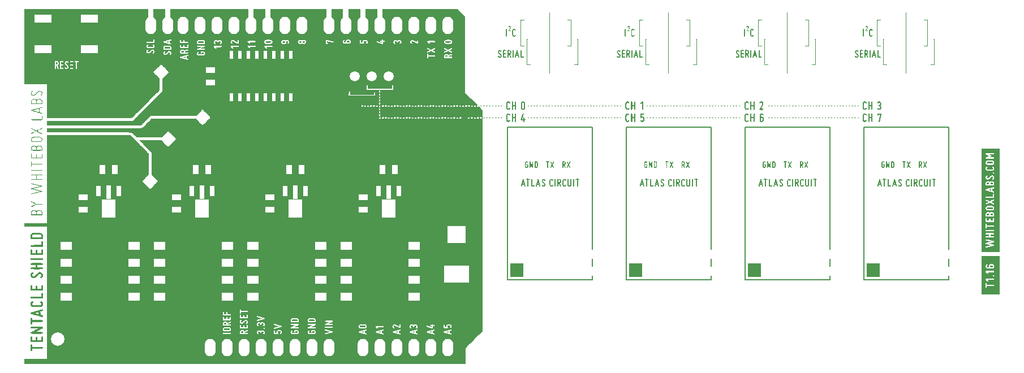
<source format=gto>
G04 (created by PCBNEW (2013-07-07 BZR 4022)-stable) date 17/10/2015 07:37:00*
%MOIN*%
G04 Gerber Fmt 3.4, Leading zero omitted, Abs format*
%FSLAX34Y34*%
G01*
G70*
G90*
G04 APERTURE LIST*
%ADD10C,0.00590551*%
%ADD11C,0.0039*%
%ADD12C,0.005*%
%ADD13C,0.0001*%
%ADD14C,0.0043*%
%ADD15C,0.0787402*%
%ADD16R,0.055X0.035*%
%ADD17R,0.035X0.055*%
%ADD18R,0.0276X0.063*%
%ADD19R,0.0276X0.0827*%
%ADD20R,0.0787X0.1083*%
%ADD21O,0.0607087X0.1*%
%ADD22O,0.06X0.1*%
%ADD23C,0.0593*%
%ADD24R,0.0708661X0.0472441*%
%ADD25R,0.02X0.045*%
%ADD26R,0.1063X0.1004*%
%ADD27R,0.1496X0.1004*%
%ADD28R,0.102362X0.0511811*%
%ADD29R,0.025X0.05*%
%ADD30C,0.137795*%
%ADD31R,0.0708661X0.0708661*%
%ADD32C,0.0708661*%
G04 APERTURE END LIST*
G54D10*
G54D11*
X39350Y-38650D02*
G75*
G03X39350Y-38650I-50J0D01*
G74*
G01*
X39300Y-38200D02*
X39300Y-38600D01*
X39300Y-38600D02*
X38700Y-38600D01*
X38700Y-38600D02*
X38700Y-38200D01*
X38700Y-37800D02*
X38700Y-37400D01*
X38700Y-37400D02*
X39300Y-37400D01*
X39300Y-37400D02*
X39300Y-37800D01*
X50350Y-38650D02*
G75*
G03X50350Y-38650I-50J0D01*
G74*
G01*
X50300Y-38200D02*
X50300Y-38600D01*
X50300Y-38600D02*
X49700Y-38600D01*
X49700Y-38600D02*
X49700Y-38200D01*
X49700Y-37800D02*
X49700Y-37400D01*
X49700Y-37400D02*
X50300Y-37400D01*
X50300Y-37400D02*
X50300Y-37800D01*
X52200Y-35700D02*
G75*
G03X52200Y-35700I-50J0D01*
G74*
G01*
X51700Y-35700D02*
X52100Y-35700D01*
X52100Y-35700D02*
X52100Y-36300D01*
X52100Y-36300D02*
X51700Y-36300D01*
X51300Y-36300D02*
X50900Y-36300D01*
X50900Y-36300D02*
X50900Y-35700D01*
X50900Y-35700D02*
X51300Y-35700D01*
X44850Y-38650D02*
G75*
G03X44850Y-38650I-50J0D01*
G74*
G01*
X44800Y-38200D02*
X44800Y-38600D01*
X44800Y-38600D02*
X44200Y-38600D01*
X44200Y-38600D02*
X44200Y-38200D01*
X44200Y-37800D02*
X44200Y-37400D01*
X44200Y-37400D02*
X44800Y-37400D01*
X44800Y-37400D02*
X44800Y-37800D01*
X46700Y-35700D02*
G75*
G03X46700Y-35700I-50J0D01*
G74*
G01*
X46200Y-35700D02*
X46600Y-35700D01*
X46600Y-35700D02*
X46600Y-36300D01*
X46600Y-36300D02*
X46200Y-36300D01*
X45800Y-36300D02*
X45400Y-36300D01*
X45400Y-36300D02*
X45400Y-35700D01*
X45400Y-35700D02*
X45800Y-35700D01*
X41200Y-35700D02*
G75*
G03X41200Y-35700I-50J0D01*
G74*
G01*
X40700Y-35700D02*
X41100Y-35700D01*
X41100Y-35700D02*
X41100Y-36300D01*
X41100Y-36300D02*
X40700Y-36300D01*
X40300Y-36300D02*
X39900Y-36300D01*
X39900Y-36300D02*
X39900Y-35700D01*
X39900Y-35700D02*
X40300Y-35700D01*
X33850Y-38650D02*
G75*
G03X33850Y-38650I-50J0D01*
G74*
G01*
X33800Y-38200D02*
X33800Y-38600D01*
X33800Y-38600D02*
X33200Y-38600D01*
X33200Y-38600D02*
X33200Y-38200D01*
X33200Y-37800D02*
X33200Y-37400D01*
X33200Y-37400D02*
X33800Y-37400D01*
X33800Y-37400D02*
X33800Y-37800D01*
X35700Y-35700D02*
G75*
G03X35700Y-35700I-50J0D01*
G74*
G01*
X35200Y-35700D02*
X35600Y-35700D01*
X35600Y-35700D02*
X35600Y-36300D01*
X35600Y-36300D02*
X35200Y-36300D01*
X34800Y-36300D02*
X34400Y-36300D01*
X34400Y-36300D02*
X34400Y-35700D01*
X34400Y-35700D02*
X34800Y-35700D01*
X41350Y-31150D02*
G75*
G03X41350Y-31150I-50J0D01*
G74*
G01*
X41300Y-30700D02*
X41300Y-31100D01*
X41300Y-31100D02*
X40700Y-31100D01*
X40700Y-31100D02*
X40700Y-30700D01*
X40700Y-30300D02*
X40700Y-29900D01*
X40700Y-29900D02*
X41300Y-29900D01*
X41300Y-29900D02*
X41300Y-30300D01*
G54D12*
X51010Y-37015D02*
X50810Y-37015D01*
X50810Y-37015D02*
X50810Y-37485D01*
X51010Y-37015D02*
X51010Y-37485D01*
X51600Y-37015D02*
X51600Y-37485D01*
X51400Y-37015D02*
X51400Y-37485D01*
X51600Y-37015D02*
X51400Y-37015D01*
X52190Y-37015D02*
X51990Y-37015D01*
X51990Y-37015D02*
X51990Y-37485D01*
X52190Y-37015D02*
X52190Y-37485D01*
X51855Y-38710D02*
X51145Y-38710D01*
X51145Y-38710D02*
X51145Y-38515D01*
X51855Y-38710D02*
X51855Y-38515D01*
X52405Y-37485D02*
X52405Y-38515D01*
X52405Y-38515D02*
X50595Y-38515D01*
X50595Y-38515D02*
X50595Y-37485D01*
X50595Y-37485D02*
X52405Y-37485D01*
X40010Y-37015D02*
X39810Y-37015D01*
X39810Y-37015D02*
X39810Y-37485D01*
X40010Y-37015D02*
X40010Y-37485D01*
X40600Y-37015D02*
X40600Y-37485D01*
X40400Y-37015D02*
X40400Y-37485D01*
X40600Y-37015D02*
X40400Y-37015D01*
X41190Y-37015D02*
X40990Y-37015D01*
X40990Y-37015D02*
X40990Y-37485D01*
X41190Y-37015D02*
X41190Y-37485D01*
X40855Y-38710D02*
X40145Y-38710D01*
X40145Y-38710D02*
X40145Y-38515D01*
X40855Y-38710D02*
X40855Y-38515D01*
X41405Y-37485D02*
X41405Y-38515D01*
X41405Y-38515D02*
X39595Y-38515D01*
X39595Y-38515D02*
X39595Y-37485D01*
X39595Y-37485D02*
X41405Y-37485D01*
X34510Y-37015D02*
X34310Y-37015D01*
X34310Y-37015D02*
X34310Y-37485D01*
X34510Y-37015D02*
X34510Y-37485D01*
X35100Y-37015D02*
X35100Y-37485D01*
X34900Y-37015D02*
X34900Y-37485D01*
X35100Y-37015D02*
X34900Y-37015D01*
X35690Y-37015D02*
X35490Y-37015D01*
X35490Y-37015D02*
X35490Y-37485D01*
X35690Y-37015D02*
X35690Y-37485D01*
X35355Y-38710D02*
X34645Y-38710D01*
X34645Y-38710D02*
X34645Y-38515D01*
X35355Y-38710D02*
X35355Y-38515D01*
X35905Y-37485D02*
X35905Y-38515D01*
X35905Y-38515D02*
X34095Y-38515D01*
X34095Y-38515D02*
X34095Y-37485D01*
X34095Y-37485D02*
X35905Y-37485D01*
G54D10*
X58500Y-33500D02*
X63500Y-33500D01*
X63500Y-33500D02*
X63500Y-42500D01*
X63500Y-42500D02*
X58500Y-42500D01*
X58500Y-42500D02*
X58500Y-33500D01*
X65500Y-33500D02*
X70500Y-33500D01*
X70500Y-33500D02*
X70500Y-42500D01*
X70500Y-42500D02*
X65500Y-42500D01*
X65500Y-42500D02*
X65500Y-33500D01*
X72500Y-33500D02*
X77500Y-33500D01*
X77500Y-33500D02*
X77500Y-42500D01*
X77500Y-42500D02*
X72500Y-42500D01*
X72500Y-42500D02*
X72500Y-33500D01*
X79500Y-33500D02*
X84500Y-33500D01*
X84500Y-33500D02*
X84500Y-42500D01*
X84500Y-42500D02*
X79500Y-42500D01*
X79500Y-42500D02*
X79500Y-33500D01*
G54D12*
X45510Y-37015D02*
X45310Y-37015D01*
X45310Y-37015D02*
X45310Y-37485D01*
X45510Y-37015D02*
X45510Y-37485D01*
X46100Y-37015D02*
X46100Y-37485D01*
X45900Y-37015D02*
X45900Y-37485D01*
X46100Y-37015D02*
X45900Y-37015D01*
X46690Y-37015D02*
X46490Y-37015D01*
X46490Y-37015D02*
X46490Y-37485D01*
X46690Y-37015D02*
X46690Y-37485D01*
X46355Y-38710D02*
X45645Y-38710D01*
X45645Y-38710D02*
X45645Y-38515D01*
X46355Y-38710D02*
X46355Y-38515D01*
X46905Y-37485D02*
X46905Y-38515D01*
X46905Y-38515D02*
X45095Y-38515D01*
X45095Y-38515D02*
X45095Y-37485D01*
X45095Y-37485D02*
X46905Y-37485D01*
G54D13*
G36*
X57040Y-32497D02*
X57039Y-39013D01*
X57039Y-45528D01*
X57000Y-45567D01*
X57000Y-32951D01*
X57000Y-32950D01*
X56999Y-32935D01*
X56994Y-32925D01*
X56984Y-32919D01*
X56967Y-32915D01*
X56943Y-32915D01*
X56940Y-32915D01*
X56914Y-32915D01*
X56897Y-32918D01*
X56887Y-32924D01*
X56881Y-32934D01*
X56880Y-32948D01*
X56880Y-32950D01*
X56881Y-32964D01*
X56886Y-32975D01*
X56896Y-32981D01*
X56912Y-32984D01*
X56937Y-32985D01*
X56940Y-32985D01*
X56964Y-32984D01*
X56979Y-32982D01*
X56989Y-32979D01*
X56992Y-32977D01*
X56997Y-32966D01*
X57000Y-32951D01*
X57000Y-45567D01*
X56825Y-45740D01*
X56825Y-32951D01*
X56825Y-32950D01*
X56824Y-32935D01*
X56819Y-32925D01*
X56809Y-32919D01*
X56792Y-32915D01*
X56768Y-32915D01*
X56765Y-32915D01*
X56739Y-32915D01*
X56722Y-32918D01*
X56712Y-32924D01*
X56706Y-32934D01*
X56705Y-32948D01*
X56705Y-32950D01*
X56706Y-32964D01*
X56711Y-32975D01*
X56721Y-32981D01*
X56737Y-32984D01*
X56762Y-32985D01*
X56765Y-32985D01*
X56789Y-32984D01*
X56804Y-32982D01*
X56814Y-32979D01*
X56817Y-32977D01*
X56822Y-32966D01*
X56825Y-32951D01*
X56825Y-45740D01*
X56650Y-45913D01*
X56650Y-32950D01*
X56650Y-32250D01*
X56649Y-32235D01*
X56644Y-32225D01*
X56634Y-32218D01*
X56617Y-32215D01*
X56593Y-32215D01*
X56590Y-32215D01*
X56564Y-32215D01*
X56547Y-32218D01*
X56536Y-32224D01*
X56531Y-32233D01*
X56530Y-32248D01*
X56530Y-32250D01*
X56531Y-32265D01*
X56536Y-32275D01*
X56546Y-32281D01*
X56562Y-32284D01*
X56587Y-32284D01*
X56590Y-32285D01*
X56613Y-32284D01*
X56629Y-32282D01*
X56639Y-32279D01*
X56642Y-32277D01*
X56647Y-32266D01*
X56650Y-32251D01*
X56650Y-32250D01*
X56650Y-32950D01*
X56649Y-32935D01*
X56644Y-32925D01*
X56634Y-32919D01*
X56617Y-32915D01*
X56593Y-32915D01*
X56590Y-32915D01*
X56564Y-32915D01*
X56547Y-32918D01*
X56536Y-32924D01*
X56531Y-32934D01*
X56530Y-32948D01*
X56530Y-32950D01*
X56531Y-32964D01*
X56536Y-32975D01*
X56546Y-32981D01*
X56562Y-32984D01*
X56587Y-32985D01*
X56590Y-32985D01*
X56613Y-32984D01*
X56629Y-32982D01*
X56639Y-32979D01*
X56642Y-32977D01*
X56647Y-32966D01*
X56650Y-32951D01*
X56650Y-32950D01*
X56650Y-45913D01*
X56539Y-46023D01*
X56475Y-46086D01*
X56475Y-32251D01*
X56475Y-32250D01*
X56474Y-32235D01*
X56469Y-32225D01*
X56459Y-32218D01*
X56442Y-32215D01*
X56418Y-32215D01*
X56415Y-32215D01*
X56389Y-32215D01*
X56372Y-32218D01*
X56362Y-32224D01*
X56356Y-32233D01*
X56355Y-32248D01*
X56355Y-32250D01*
X56356Y-32265D01*
X56361Y-32275D01*
X56371Y-32281D01*
X56387Y-32284D01*
X56412Y-32284D01*
X56415Y-32285D01*
X56439Y-32284D01*
X56454Y-32282D01*
X56464Y-32279D01*
X56467Y-32277D01*
X56472Y-32266D01*
X56475Y-32251D01*
X56475Y-46086D01*
X56460Y-46101D01*
X56460Y-32951D01*
X56460Y-32950D01*
X56459Y-32935D01*
X56454Y-32925D01*
X56444Y-32919D01*
X56427Y-32915D01*
X56403Y-32915D01*
X56400Y-32915D01*
X56374Y-32915D01*
X56357Y-32918D01*
X56347Y-32924D01*
X56341Y-32934D01*
X56340Y-32948D01*
X56340Y-32950D01*
X56341Y-32964D01*
X56346Y-32975D01*
X56356Y-32981D01*
X56372Y-32984D01*
X56397Y-32985D01*
X56400Y-32985D01*
X56424Y-32984D01*
X56439Y-32982D01*
X56449Y-32979D01*
X56452Y-32977D01*
X56457Y-32966D01*
X56460Y-32951D01*
X56460Y-46101D01*
X56300Y-46260D01*
X56300Y-32251D01*
X56300Y-32250D01*
X56299Y-32235D01*
X56294Y-32225D01*
X56284Y-32218D01*
X56267Y-32215D01*
X56243Y-32215D01*
X56240Y-32215D01*
X56214Y-32215D01*
X56197Y-32218D01*
X56187Y-32224D01*
X56181Y-32233D01*
X56180Y-32248D01*
X56180Y-32250D01*
X56181Y-32265D01*
X56186Y-32275D01*
X56196Y-32281D01*
X56212Y-32284D01*
X56237Y-32284D01*
X56240Y-32285D01*
X56263Y-32284D01*
X56279Y-32282D01*
X56289Y-32279D01*
X56292Y-32277D01*
X56297Y-32266D01*
X56300Y-32251D01*
X56300Y-46260D01*
X56285Y-46275D01*
X56285Y-32951D01*
X56285Y-32950D01*
X56284Y-32935D01*
X56279Y-32925D01*
X56269Y-32919D01*
X56252Y-32915D01*
X56228Y-32915D01*
X56225Y-32915D01*
X56199Y-32915D01*
X56182Y-32918D01*
X56172Y-32924D01*
X56166Y-32934D01*
X56165Y-32948D01*
X56165Y-32950D01*
X56166Y-32964D01*
X56171Y-32975D01*
X56181Y-32981D01*
X56197Y-32984D01*
X56222Y-32985D01*
X56225Y-32985D01*
X56248Y-32984D01*
X56264Y-32982D01*
X56274Y-32979D01*
X56277Y-32977D01*
X56282Y-32966D01*
X56285Y-32951D01*
X56285Y-46275D01*
X56125Y-46433D01*
X56125Y-32250D01*
X56124Y-32235D01*
X56119Y-32225D01*
X56109Y-32218D01*
X56092Y-32215D01*
X56068Y-32215D01*
X56065Y-32215D01*
X56039Y-32215D01*
X56022Y-32218D01*
X56011Y-32224D01*
X56006Y-32233D01*
X56005Y-32248D01*
X56005Y-32250D01*
X56006Y-32265D01*
X56011Y-32275D01*
X56021Y-32281D01*
X56037Y-32284D01*
X56062Y-32284D01*
X56065Y-32285D01*
X56088Y-32284D01*
X56104Y-32282D01*
X56114Y-32279D01*
X56117Y-32277D01*
X56122Y-32266D01*
X56125Y-32251D01*
X56125Y-32250D01*
X56125Y-46433D01*
X56038Y-46518D01*
X56042Y-46994D01*
X56046Y-47469D01*
X55977Y-47473D01*
X55970Y-47473D01*
X55953Y-47473D01*
X55950Y-47473D01*
X55950Y-32251D01*
X55950Y-32250D01*
X55949Y-32235D01*
X55944Y-32225D01*
X55934Y-32218D01*
X55917Y-32215D01*
X55892Y-32215D01*
X55890Y-32215D01*
X55864Y-32215D01*
X55847Y-32218D01*
X55837Y-32224D01*
X55831Y-32233D01*
X55830Y-32248D01*
X55830Y-32250D01*
X55831Y-32265D01*
X55836Y-32275D01*
X55846Y-32281D01*
X55862Y-32284D01*
X55887Y-32284D01*
X55890Y-32285D01*
X55913Y-32284D01*
X55929Y-32282D01*
X55939Y-32279D01*
X55942Y-32277D01*
X55947Y-32266D01*
X55950Y-32251D01*
X55950Y-47473D01*
X55927Y-47473D01*
X55891Y-47473D01*
X55845Y-47473D01*
X55790Y-47473D01*
X55790Y-47473D01*
X55790Y-32951D01*
X55790Y-32950D01*
X55789Y-32935D01*
X55784Y-32925D01*
X55775Y-32919D01*
X55775Y-32251D01*
X55775Y-32250D01*
X55774Y-32235D01*
X55769Y-32225D01*
X55759Y-32218D01*
X55742Y-32215D01*
X55718Y-32215D01*
X55715Y-32215D01*
X55689Y-32215D01*
X55672Y-32218D01*
X55661Y-32224D01*
X55656Y-32233D01*
X55655Y-32248D01*
X55655Y-32250D01*
X55656Y-32265D01*
X55661Y-32275D01*
X55671Y-32281D01*
X55687Y-32284D01*
X55712Y-32284D01*
X55715Y-32285D01*
X55738Y-32284D01*
X55754Y-32282D01*
X55763Y-32279D01*
X55767Y-32277D01*
X55772Y-32266D01*
X55775Y-32251D01*
X55775Y-32919D01*
X55774Y-32919D01*
X55757Y-32915D01*
X55733Y-32915D01*
X55730Y-32915D01*
X55704Y-32915D01*
X55687Y-32918D01*
X55676Y-32924D01*
X55671Y-32934D01*
X55670Y-32948D01*
X55670Y-32950D01*
X55671Y-32964D01*
X55676Y-32975D01*
X55686Y-32981D01*
X55702Y-32984D01*
X55727Y-32985D01*
X55730Y-32985D01*
X55753Y-32984D01*
X55769Y-32982D01*
X55778Y-32979D01*
X55782Y-32977D01*
X55787Y-32966D01*
X55790Y-32951D01*
X55790Y-47473D01*
X55726Y-47473D01*
X55653Y-47473D01*
X55615Y-47473D01*
X55615Y-32950D01*
X55613Y-32935D01*
X55609Y-32925D01*
X55600Y-32919D01*
X55600Y-32250D01*
X55598Y-32235D01*
X55594Y-32225D01*
X55584Y-32218D01*
X55567Y-32215D01*
X55543Y-32215D01*
X55540Y-32215D01*
X55514Y-32215D01*
X55497Y-32218D01*
X55486Y-32224D01*
X55481Y-32233D01*
X55480Y-32248D01*
X55480Y-32250D01*
X55481Y-32265D01*
X55486Y-32275D01*
X55496Y-32281D01*
X55512Y-32284D01*
X55537Y-32284D01*
X55540Y-32285D01*
X55563Y-32284D01*
X55579Y-32282D01*
X55589Y-32279D01*
X55592Y-32277D01*
X55597Y-32266D01*
X55600Y-32251D01*
X55600Y-32250D01*
X55600Y-32919D01*
X55599Y-32919D01*
X55582Y-32915D01*
X55558Y-32915D01*
X55555Y-32915D01*
X55529Y-32915D01*
X55512Y-32918D01*
X55501Y-32924D01*
X55496Y-32934D01*
X55495Y-32948D01*
X55495Y-32950D01*
X55496Y-32964D01*
X55501Y-32975D01*
X55511Y-32981D01*
X55527Y-32984D01*
X55552Y-32985D01*
X55555Y-32985D01*
X55578Y-32984D01*
X55594Y-32982D01*
X55604Y-32979D01*
X55607Y-32977D01*
X55612Y-32966D01*
X55615Y-32951D01*
X55615Y-32950D01*
X55615Y-47473D01*
X55571Y-47474D01*
X55480Y-47474D01*
X55425Y-47474D01*
X55425Y-32951D01*
X55425Y-32950D01*
X55425Y-32251D01*
X55425Y-32250D01*
X55424Y-32235D01*
X55419Y-32225D01*
X55409Y-32218D01*
X55392Y-32215D01*
X55367Y-32215D01*
X55365Y-32215D01*
X55339Y-32215D01*
X55322Y-32218D01*
X55311Y-32224D01*
X55306Y-32233D01*
X55305Y-32248D01*
X55305Y-32250D01*
X55306Y-32265D01*
X55311Y-32275D01*
X55321Y-32281D01*
X55337Y-32284D01*
X55362Y-32284D01*
X55365Y-32285D01*
X55388Y-32284D01*
X55404Y-32282D01*
X55413Y-32279D01*
X55417Y-32277D01*
X55422Y-32266D01*
X55425Y-32251D01*
X55425Y-32950D01*
X55424Y-32935D01*
X55419Y-32925D01*
X55409Y-32919D01*
X55392Y-32915D01*
X55367Y-32915D01*
X55365Y-32915D01*
X55339Y-32915D01*
X55322Y-32918D01*
X55311Y-32924D01*
X55306Y-32934D01*
X55305Y-32948D01*
X55305Y-32950D01*
X55306Y-32964D01*
X55311Y-32975D01*
X55321Y-32981D01*
X55337Y-32984D01*
X55362Y-32985D01*
X55365Y-32985D01*
X55388Y-32984D01*
X55404Y-32982D01*
X55413Y-32979D01*
X55417Y-32977D01*
X55422Y-32966D01*
X55425Y-32951D01*
X55425Y-47474D01*
X55380Y-47474D01*
X55300Y-47474D01*
X55300Y-46783D01*
X55300Y-46501D01*
X55300Y-46219D01*
X55300Y-27781D01*
X55300Y-27499D01*
X55300Y-27218D01*
X55287Y-27190D01*
X55270Y-27156D01*
X55255Y-27130D01*
X55240Y-27108D01*
X55222Y-27087D01*
X55216Y-27080D01*
X55202Y-27068D01*
X55185Y-27053D01*
X55167Y-27040D01*
X55151Y-27027D01*
X55137Y-27018D01*
X55128Y-27014D01*
X55127Y-27014D01*
X55119Y-27012D01*
X55106Y-27007D01*
X55093Y-27001D01*
X55082Y-26996D01*
X55072Y-26993D01*
X55062Y-26991D01*
X55049Y-26990D01*
X55031Y-26989D01*
X55007Y-26989D01*
X54981Y-26990D01*
X54949Y-26991D01*
X54927Y-26992D01*
X54910Y-26993D01*
X54898Y-26995D01*
X54890Y-26997D01*
X54882Y-27001D01*
X54880Y-27003D01*
X54867Y-27010D01*
X54856Y-27014D01*
X54854Y-27014D01*
X54846Y-27017D01*
X54832Y-27025D01*
X54815Y-27037D01*
X54796Y-27052D01*
X54778Y-27067D01*
X54764Y-27080D01*
X54745Y-27101D01*
X54729Y-27123D01*
X54714Y-27148D01*
X54698Y-27179D01*
X54693Y-27190D01*
X54680Y-27218D01*
X54680Y-27499D01*
X54680Y-27781D01*
X54693Y-27809D01*
X54710Y-27843D01*
X54726Y-27871D01*
X54742Y-27894D01*
X54762Y-27916D01*
X54763Y-27917D01*
X54781Y-27934D01*
X54801Y-27950D01*
X54821Y-27965D01*
X54838Y-27976D01*
X54850Y-27982D01*
X54863Y-27987D01*
X54877Y-27993D01*
X54888Y-27999D01*
X54898Y-28003D01*
X54909Y-28005D01*
X54924Y-28007D01*
X54943Y-28008D01*
X54970Y-28008D01*
X54989Y-28009D01*
X55018Y-28009D01*
X55040Y-28008D01*
X55056Y-28008D01*
X55068Y-28006D01*
X55080Y-28002D01*
X55092Y-27998D01*
X55100Y-27994D01*
X55117Y-27987D01*
X55130Y-27982D01*
X55137Y-27979D01*
X55137Y-27979D01*
X55143Y-27976D01*
X55155Y-27968D01*
X55170Y-27957D01*
X55187Y-27944D01*
X55202Y-27930D01*
X55215Y-27919D01*
X55216Y-27917D01*
X55236Y-27896D01*
X55253Y-27872D01*
X55268Y-27846D01*
X55285Y-27812D01*
X55287Y-27809D01*
X55300Y-27781D01*
X55300Y-46219D01*
X55287Y-46191D01*
X55270Y-46158D01*
X55255Y-46132D01*
X55250Y-46124D01*
X55250Y-32951D01*
X55250Y-32950D01*
X55250Y-32251D01*
X55250Y-32250D01*
X55250Y-29385D01*
X55250Y-29384D01*
X55250Y-29384D01*
X55250Y-29072D01*
X55249Y-29063D01*
X55244Y-29054D01*
X55233Y-29045D01*
X55217Y-29035D01*
X55193Y-29022D01*
X55161Y-29006D01*
X55159Y-29005D01*
X55079Y-28967D01*
X55160Y-28927D01*
X55195Y-28909D01*
X55221Y-28895D01*
X55238Y-28884D01*
X55246Y-28876D01*
X55246Y-28876D01*
X55249Y-28859D01*
X55247Y-28854D01*
X55247Y-28469D01*
X55243Y-28436D01*
X55231Y-28408D01*
X55211Y-28383D01*
X55208Y-28381D01*
X55198Y-28372D01*
X55188Y-28365D01*
X55177Y-28360D01*
X55164Y-28356D01*
X55148Y-28353D01*
X55128Y-28351D01*
X55101Y-28350D01*
X55068Y-28350D01*
X55027Y-28350D01*
X54999Y-28350D01*
X54851Y-28352D01*
X54827Y-28367D01*
X54801Y-28388D01*
X54783Y-28416D01*
X54772Y-28447D01*
X54770Y-28481D01*
X54772Y-28496D01*
X54781Y-28521D01*
X54798Y-28546D01*
X54821Y-28566D01*
X54847Y-28581D01*
X54855Y-28583D01*
X54865Y-28585D01*
X54884Y-28586D01*
X54911Y-28587D01*
X54944Y-28588D01*
X54982Y-28588D01*
X55017Y-28588D01*
X55059Y-28587D01*
X55093Y-28587D01*
X55118Y-28586D01*
X55138Y-28586D01*
X55152Y-28585D01*
X55163Y-28583D01*
X55170Y-28581D01*
X55177Y-28579D01*
X55182Y-28576D01*
X55211Y-28555D01*
X55232Y-28530D01*
X55244Y-28499D01*
X55247Y-28469D01*
X55247Y-28854D01*
X55243Y-28843D01*
X55229Y-28831D01*
X55213Y-28823D01*
X55110Y-28874D01*
X55080Y-28888D01*
X55054Y-28901D01*
X55031Y-28912D01*
X55014Y-28920D01*
X55003Y-28924D01*
X55001Y-28924D01*
X54995Y-28922D01*
X54981Y-28916D01*
X54961Y-28907D01*
X54937Y-28895D01*
X54910Y-28882D01*
X54905Y-28879D01*
X54876Y-28865D01*
X54851Y-28853D01*
X54829Y-28844D01*
X54812Y-28837D01*
X54803Y-28834D01*
X54802Y-28834D01*
X54787Y-28838D01*
X54776Y-28849D01*
X54770Y-28864D01*
X54771Y-28880D01*
X54778Y-28892D01*
X54786Y-28897D01*
X54801Y-28906D01*
X54821Y-28917D01*
X54844Y-28928D01*
X54855Y-28933D01*
X54922Y-28966D01*
X54852Y-29000D01*
X54828Y-29013D01*
X54806Y-29024D01*
X54789Y-29034D01*
X54778Y-29041D01*
X54776Y-29043D01*
X54770Y-29058D01*
X54771Y-29074D01*
X54779Y-29088D01*
X54792Y-29097D01*
X54802Y-29099D01*
X54810Y-29097D01*
X54826Y-29091D01*
X54847Y-29082D01*
X54873Y-29070D01*
X54900Y-29056D01*
X54905Y-29054D01*
X54932Y-29041D01*
X54957Y-29028D01*
X54978Y-29019D01*
X54993Y-29012D01*
X55001Y-29009D01*
X55002Y-29009D01*
X55008Y-29011D01*
X55022Y-29017D01*
X55043Y-29027D01*
X55067Y-29038D01*
X55096Y-29052D01*
X55110Y-29059D01*
X55142Y-29075D01*
X55167Y-29087D01*
X55186Y-29096D01*
X55199Y-29101D01*
X55209Y-29104D01*
X55215Y-29105D01*
X55221Y-29104D01*
X55226Y-29103D01*
X55240Y-29093D01*
X55247Y-29083D01*
X55250Y-29072D01*
X55250Y-29384D01*
X55247Y-29374D01*
X55240Y-29363D01*
X55239Y-29362D01*
X55229Y-29349D01*
X55139Y-29349D01*
X55049Y-29349D01*
X55051Y-29331D01*
X55052Y-29313D01*
X55137Y-29282D01*
X55166Y-29272D01*
X55191Y-29262D01*
X55212Y-29254D01*
X55227Y-29248D01*
X55234Y-29245D01*
X55245Y-29234D01*
X55249Y-29220D01*
X55246Y-29204D01*
X55238Y-29191D01*
X55227Y-29184D01*
X55221Y-29183D01*
X55212Y-29184D01*
X55200Y-29187D01*
X55182Y-29192D01*
X55157Y-29201D01*
X55126Y-29212D01*
X55038Y-29244D01*
X55019Y-29222D01*
X55000Y-29204D01*
X54979Y-29192D01*
X54953Y-29185D01*
X54921Y-29182D01*
X54907Y-29182D01*
X54883Y-29183D01*
X54865Y-29184D01*
X54852Y-29188D01*
X54838Y-29194D01*
X54837Y-29195D01*
X54813Y-29211D01*
X54793Y-29233D01*
X54778Y-29258D01*
X54775Y-29268D01*
X54773Y-29281D01*
X54771Y-29301D01*
X54770Y-29324D01*
X54770Y-29341D01*
X54770Y-29365D01*
X54771Y-29381D01*
X54772Y-29392D01*
X54775Y-29399D01*
X54780Y-29405D01*
X54782Y-29407D01*
X54794Y-29419D01*
X55012Y-29419D01*
X55229Y-29419D01*
X55239Y-29406D01*
X55247Y-29394D01*
X55250Y-29385D01*
X55250Y-32250D01*
X55248Y-32235D01*
X55244Y-32225D01*
X55234Y-32218D01*
X55217Y-32215D01*
X55193Y-32215D01*
X55190Y-32215D01*
X55164Y-32215D01*
X55147Y-32218D01*
X55136Y-32224D01*
X55131Y-32233D01*
X55130Y-32248D01*
X55130Y-32250D01*
X55131Y-32265D01*
X55136Y-32275D01*
X55146Y-32281D01*
X55162Y-32284D01*
X55187Y-32284D01*
X55190Y-32285D01*
X55213Y-32284D01*
X55229Y-32282D01*
X55238Y-32279D01*
X55242Y-32277D01*
X55247Y-32266D01*
X55250Y-32251D01*
X55250Y-32950D01*
X55248Y-32935D01*
X55244Y-32925D01*
X55234Y-32919D01*
X55217Y-32915D01*
X55193Y-32915D01*
X55190Y-32915D01*
X55164Y-32915D01*
X55147Y-32918D01*
X55136Y-32924D01*
X55131Y-32934D01*
X55130Y-32948D01*
X55130Y-32950D01*
X55131Y-32964D01*
X55136Y-32975D01*
X55146Y-32981D01*
X55162Y-32984D01*
X55187Y-32985D01*
X55190Y-32985D01*
X55213Y-32984D01*
X55229Y-32982D01*
X55238Y-32979D01*
X55242Y-32977D01*
X55247Y-32966D01*
X55250Y-32951D01*
X55250Y-46124D01*
X55240Y-46110D01*
X55222Y-46089D01*
X55216Y-46082D01*
X55214Y-46080D01*
X55214Y-45466D01*
X55212Y-45459D01*
X55212Y-45248D01*
X55212Y-45246D01*
X55208Y-45211D01*
X55194Y-45181D01*
X55173Y-45156D01*
X55147Y-45139D01*
X55138Y-45135D01*
X55129Y-45132D01*
X55117Y-45130D01*
X55100Y-45129D01*
X55077Y-45128D01*
X55075Y-45128D01*
X55075Y-32950D01*
X55075Y-32250D01*
X55073Y-32235D01*
X55069Y-32225D01*
X55059Y-32218D01*
X55042Y-32215D01*
X55017Y-32215D01*
X55015Y-32215D01*
X54989Y-32215D01*
X54972Y-32218D01*
X54961Y-32224D01*
X54956Y-32233D01*
X54955Y-32248D01*
X54955Y-32250D01*
X54956Y-32265D01*
X54961Y-32275D01*
X54971Y-32281D01*
X54987Y-32284D01*
X55012Y-32284D01*
X55015Y-32285D01*
X55038Y-32284D01*
X55054Y-32282D01*
X55064Y-32279D01*
X55067Y-32277D01*
X55072Y-32266D01*
X55075Y-32251D01*
X55075Y-32250D01*
X55075Y-32950D01*
X55073Y-32935D01*
X55069Y-32925D01*
X55059Y-32919D01*
X55042Y-32915D01*
X55017Y-32915D01*
X55015Y-32915D01*
X54989Y-32915D01*
X54972Y-32918D01*
X54961Y-32924D01*
X54956Y-32934D01*
X54955Y-32948D01*
X54955Y-32950D01*
X54956Y-32964D01*
X54961Y-32975D01*
X54971Y-32981D01*
X54987Y-32984D01*
X55012Y-32985D01*
X55015Y-32985D01*
X55038Y-32984D01*
X55054Y-32982D01*
X55064Y-32979D01*
X55067Y-32977D01*
X55072Y-32966D01*
X55075Y-32951D01*
X55075Y-32950D01*
X55075Y-45128D01*
X55055Y-45128D01*
X55025Y-45128D01*
X55003Y-45129D01*
X54987Y-45130D01*
X54976Y-45133D01*
X54967Y-45136D01*
X54965Y-45138D01*
X54935Y-45158D01*
X54914Y-45183D01*
X54901Y-45213D01*
X54900Y-45227D01*
X54900Y-32951D01*
X54900Y-32950D01*
X54900Y-32251D01*
X54900Y-32250D01*
X54898Y-32235D01*
X54894Y-32225D01*
X54884Y-32218D01*
X54867Y-32215D01*
X54842Y-32215D01*
X54840Y-32215D01*
X54814Y-32215D01*
X54797Y-32218D01*
X54786Y-32224D01*
X54781Y-32233D01*
X54780Y-32248D01*
X54780Y-32250D01*
X54781Y-32265D01*
X54786Y-32275D01*
X54796Y-32281D01*
X54812Y-32284D01*
X54837Y-32284D01*
X54840Y-32285D01*
X54863Y-32284D01*
X54879Y-32282D01*
X54888Y-32279D01*
X54892Y-32277D01*
X54897Y-32266D01*
X54900Y-32251D01*
X54900Y-32950D01*
X54898Y-32935D01*
X54894Y-32925D01*
X54884Y-32919D01*
X54867Y-32915D01*
X54842Y-32915D01*
X54840Y-32915D01*
X54814Y-32915D01*
X54797Y-32918D01*
X54786Y-32924D01*
X54781Y-32934D01*
X54780Y-32948D01*
X54780Y-32950D01*
X54781Y-32964D01*
X54786Y-32975D01*
X54796Y-32981D01*
X54812Y-32984D01*
X54837Y-32985D01*
X54840Y-32985D01*
X54863Y-32984D01*
X54879Y-32982D01*
X54888Y-32979D01*
X54892Y-32977D01*
X54897Y-32966D01*
X54900Y-32951D01*
X54900Y-45227D01*
X54897Y-45247D01*
X54897Y-45281D01*
X54851Y-45281D01*
X54805Y-45281D01*
X54805Y-45219D01*
X54805Y-45193D01*
X54804Y-45175D01*
X54803Y-45163D01*
X54801Y-45156D01*
X54797Y-45151D01*
X54791Y-45146D01*
X54791Y-45146D01*
X54775Y-45138D01*
X54758Y-45140D01*
X54743Y-45151D01*
X54740Y-45157D01*
X54738Y-45164D01*
X54736Y-45175D01*
X54735Y-45191D01*
X54735Y-45214D01*
X54735Y-45245D01*
X54735Y-45278D01*
X54735Y-45302D01*
X54737Y-45320D01*
X54739Y-45332D01*
X54744Y-45340D01*
X54750Y-45345D01*
X54757Y-45350D01*
X54766Y-45352D01*
X54783Y-45354D01*
X54805Y-45355D01*
X54833Y-45355D01*
X54863Y-45356D01*
X54893Y-45356D01*
X54922Y-45355D01*
X54948Y-45354D01*
X54969Y-45353D01*
X54983Y-45351D01*
X54987Y-45350D01*
X54999Y-45340D01*
X55007Y-45325D01*
X55008Y-45309D01*
X55007Y-45306D01*
X55001Y-45295D01*
X54992Y-45287D01*
X54975Y-45272D01*
X54968Y-45253D01*
X54968Y-45234D01*
X54978Y-45215D01*
X54983Y-45210D01*
X54989Y-45205D01*
X54996Y-45202D01*
X55005Y-45200D01*
X55019Y-45199D01*
X55040Y-45198D01*
X55055Y-45198D01*
X55080Y-45198D01*
X55098Y-45199D01*
X55110Y-45201D01*
X55118Y-45204D01*
X55124Y-45208D01*
X55125Y-45208D01*
X55138Y-45226D01*
X55142Y-45246D01*
X55137Y-45265D01*
X55124Y-45282D01*
X55120Y-45286D01*
X55106Y-45300D01*
X55100Y-45316D01*
X55103Y-45332D01*
X55114Y-45345D01*
X55119Y-45348D01*
X55134Y-45353D01*
X55148Y-45350D01*
X55165Y-45340D01*
X55174Y-45333D01*
X55195Y-45310D01*
X55207Y-45281D01*
X55212Y-45248D01*
X55212Y-45459D01*
X55211Y-45453D01*
X55207Y-45447D01*
X55204Y-45442D01*
X55199Y-45439D01*
X55192Y-45437D01*
X55182Y-45436D01*
X55168Y-45438D01*
X55149Y-45442D01*
X55125Y-45447D01*
X55094Y-45455D01*
X55056Y-45465D01*
X55010Y-45477D01*
X54969Y-45489D01*
X54924Y-45501D01*
X54882Y-45513D01*
X54844Y-45523D01*
X54810Y-45533D01*
X54783Y-45541D01*
X54762Y-45548D01*
X54750Y-45552D01*
X54746Y-45554D01*
X54737Y-45564D01*
X54735Y-45578D01*
X54738Y-45595D01*
X54748Y-45607D01*
X54766Y-45615D01*
X54769Y-45616D01*
X54796Y-45624D01*
X54828Y-45633D01*
X54865Y-45643D01*
X54904Y-45654D01*
X54945Y-45665D01*
X54985Y-45676D01*
X55026Y-45687D01*
X55063Y-45697D01*
X55098Y-45706D01*
X55128Y-45713D01*
X55152Y-45719D01*
X55169Y-45723D01*
X55178Y-45725D01*
X55178Y-45725D01*
X55193Y-45722D01*
X55204Y-45713D01*
X55213Y-45696D01*
X55213Y-45681D01*
X55202Y-45668D01*
X55182Y-45657D01*
X55154Y-45648D01*
X55115Y-45639D01*
X55115Y-45580D01*
X55115Y-45521D01*
X55136Y-45516D01*
X55164Y-45508D01*
X55183Y-45502D01*
X55196Y-45496D01*
X55204Y-45489D01*
X55209Y-45481D01*
X55210Y-45480D01*
X55214Y-45466D01*
X55214Y-46080D01*
X55202Y-46069D01*
X55185Y-46055D01*
X55167Y-46041D01*
X55151Y-46029D01*
X55137Y-46020D01*
X55128Y-46016D01*
X55127Y-46016D01*
X55119Y-46014D01*
X55106Y-46009D01*
X55093Y-46003D01*
X55082Y-45998D01*
X55072Y-45995D01*
X55062Y-45993D01*
X55049Y-45991D01*
X55031Y-45991D01*
X55007Y-45991D01*
X54981Y-45992D01*
X54949Y-45992D01*
X54927Y-45993D01*
X54910Y-45995D01*
X54898Y-45996D01*
X54890Y-45999D01*
X54882Y-46003D01*
X54880Y-46005D01*
X54867Y-46012D01*
X54856Y-46016D01*
X54854Y-46016D01*
X54846Y-46019D01*
X54832Y-46027D01*
X54815Y-46039D01*
X54796Y-46053D01*
X54778Y-46068D01*
X54764Y-46082D01*
X54745Y-46103D01*
X54729Y-46125D01*
X54725Y-46131D01*
X54725Y-32951D01*
X54725Y-32950D01*
X54725Y-32251D01*
X54725Y-32250D01*
X54723Y-32235D01*
X54719Y-32225D01*
X54709Y-32218D01*
X54692Y-32215D01*
X54667Y-32215D01*
X54665Y-32215D01*
X54639Y-32215D01*
X54622Y-32218D01*
X54611Y-32224D01*
X54606Y-32233D01*
X54605Y-32248D01*
X54605Y-32250D01*
X54606Y-32265D01*
X54611Y-32275D01*
X54621Y-32281D01*
X54637Y-32284D01*
X54662Y-32284D01*
X54665Y-32285D01*
X54688Y-32284D01*
X54704Y-32282D01*
X54713Y-32279D01*
X54717Y-32277D01*
X54722Y-32266D01*
X54725Y-32251D01*
X54725Y-32950D01*
X54723Y-32935D01*
X54719Y-32925D01*
X54709Y-32919D01*
X54692Y-32915D01*
X54667Y-32915D01*
X54665Y-32915D01*
X54639Y-32915D01*
X54622Y-32918D01*
X54611Y-32924D01*
X54606Y-32934D01*
X54605Y-32948D01*
X54605Y-32950D01*
X54606Y-32964D01*
X54611Y-32975D01*
X54621Y-32981D01*
X54637Y-32984D01*
X54662Y-32985D01*
X54665Y-32985D01*
X54688Y-32984D01*
X54704Y-32982D01*
X54713Y-32979D01*
X54717Y-32977D01*
X54722Y-32966D01*
X54725Y-32951D01*
X54725Y-46131D01*
X54714Y-46149D01*
X54698Y-46180D01*
X54693Y-46191D01*
X54680Y-46219D01*
X54680Y-46501D01*
X54680Y-46783D01*
X54693Y-46811D01*
X54710Y-46845D01*
X54726Y-46872D01*
X54742Y-46896D01*
X54762Y-46917D01*
X54763Y-46919D01*
X54781Y-46936D01*
X54801Y-46952D01*
X54821Y-46967D01*
X54838Y-46978D01*
X54850Y-46983D01*
X54863Y-46989D01*
X54877Y-46995D01*
X54888Y-47001D01*
X54898Y-47005D01*
X54909Y-47007D01*
X54924Y-47009D01*
X54943Y-47010D01*
X54970Y-47010D01*
X54989Y-47010D01*
X55018Y-47011D01*
X55040Y-47010D01*
X55056Y-47009D01*
X55068Y-47007D01*
X55080Y-47004D01*
X55092Y-46999D01*
X55100Y-46996D01*
X55117Y-46989D01*
X55130Y-46983D01*
X55137Y-46981D01*
X55137Y-46981D01*
X55143Y-46978D01*
X55155Y-46970D01*
X55170Y-46958D01*
X55187Y-46945D01*
X55202Y-46932D01*
X55215Y-46920D01*
X55216Y-46919D01*
X55236Y-46897D01*
X55253Y-46874D01*
X55268Y-46847D01*
X55285Y-46814D01*
X55287Y-46811D01*
X55300Y-46783D01*
X55300Y-47474D01*
X55272Y-47474D01*
X55155Y-47474D01*
X55031Y-47474D01*
X54898Y-47474D01*
X54757Y-47474D01*
X54608Y-47474D01*
X54550Y-47474D01*
X54550Y-32950D01*
X54550Y-32250D01*
X54548Y-32235D01*
X54544Y-32225D01*
X54534Y-32218D01*
X54517Y-32215D01*
X54492Y-32215D01*
X54490Y-32215D01*
X54464Y-32215D01*
X54447Y-32218D01*
X54436Y-32224D01*
X54431Y-32233D01*
X54430Y-32248D01*
X54430Y-32250D01*
X54431Y-32265D01*
X54436Y-32275D01*
X54446Y-32281D01*
X54462Y-32284D01*
X54487Y-32284D01*
X54490Y-32285D01*
X54513Y-32284D01*
X54529Y-32282D01*
X54538Y-32279D01*
X54542Y-32277D01*
X54547Y-32266D01*
X54550Y-32251D01*
X54550Y-32250D01*
X54550Y-32950D01*
X54548Y-32935D01*
X54544Y-32925D01*
X54534Y-32919D01*
X54517Y-32915D01*
X54492Y-32915D01*
X54490Y-32915D01*
X54464Y-32915D01*
X54447Y-32918D01*
X54436Y-32924D01*
X54431Y-32934D01*
X54430Y-32948D01*
X54430Y-32950D01*
X54431Y-32964D01*
X54436Y-32975D01*
X54446Y-32981D01*
X54462Y-32984D01*
X54487Y-32985D01*
X54490Y-32985D01*
X54513Y-32984D01*
X54529Y-32982D01*
X54538Y-32979D01*
X54542Y-32977D01*
X54547Y-32966D01*
X54550Y-32951D01*
X54550Y-32950D01*
X54550Y-47474D01*
X54451Y-47474D01*
X54375Y-47474D01*
X54375Y-32951D01*
X54375Y-32950D01*
X54375Y-32251D01*
X54375Y-32250D01*
X54373Y-32235D01*
X54369Y-32225D01*
X54359Y-32218D01*
X54342Y-32215D01*
X54317Y-32215D01*
X54315Y-32215D01*
X54300Y-32215D01*
X54300Y-27781D01*
X54300Y-27499D01*
X54300Y-27218D01*
X54287Y-27190D01*
X54270Y-27156D01*
X54255Y-27130D01*
X54240Y-27108D01*
X54222Y-27087D01*
X54215Y-27080D01*
X54202Y-27068D01*
X54185Y-27053D01*
X54167Y-27040D01*
X54150Y-27027D01*
X54136Y-27018D01*
X54128Y-27014D01*
X54127Y-27014D01*
X54119Y-27012D01*
X54106Y-27007D01*
X54093Y-27001D01*
X54082Y-26996D01*
X54072Y-26993D01*
X54062Y-26991D01*
X54049Y-26990D01*
X54031Y-26989D01*
X54007Y-26989D01*
X53981Y-26990D01*
X53950Y-26991D01*
X53926Y-26992D01*
X53910Y-26993D01*
X53898Y-26995D01*
X53890Y-26997D01*
X53882Y-27001D01*
X53880Y-27003D01*
X53867Y-27010D01*
X53856Y-27014D01*
X53854Y-27014D01*
X53846Y-27017D01*
X53832Y-27025D01*
X53815Y-27037D01*
X53796Y-27052D01*
X53778Y-27067D01*
X53764Y-27080D01*
X53745Y-27101D01*
X53729Y-27123D01*
X53714Y-27148D01*
X53698Y-27179D01*
X53693Y-27190D01*
X53680Y-27218D01*
X53680Y-27499D01*
X53680Y-27781D01*
X53693Y-27809D01*
X53709Y-27843D01*
X53726Y-27871D01*
X53742Y-27894D01*
X53762Y-27916D01*
X53763Y-27917D01*
X53781Y-27934D01*
X53801Y-27950D01*
X53821Y-27965D01*
X53838Y-27976D01*
X53850Y-27982D01*
X53863Y-27987D01*
X53877Y-27993D01*
X53888Y-27999D01*
X53898Y-28003D01*
X53909Y-28005D01*
X53923Y-28007D01*
X53943Y-28008D01*
X53970Y-28008D01*
X53989Y-28009D01*
X54018Y-28009D01*
X54040Y-28008D01*
X54056Y-28008D01*
X54068Y-28006D01*
X54080Y-28002D01*
X54091Y-27998D01*
X54100Y-27994D01*
X54116Y-27987D01*
X54130Y-27982D01*
X54137Y-27979D01*
X54137Y-27979D01*
X54143Y-27976D01*
X54155Y-27968D01*
X54170Y-27957D01*
X54187Y-27944D01*
X54202Y-27930D01*
X54215Y-27919D01*
X54216Y-27917D01*
X54235Y-27896D01*
X54252Y-27872D01*
X54268Y-27846D01*
X54285Y-27812D01*
X54287Y-27809D01*
X54300Y-27781D01*
X54300Y-32215D01*
X54289Y-32215D01*
X54272Y-32218D01*
X54261Y-32224D01*
X54256Y-32233D01*
X54255Y-32248D01*
X54255Y-32250D01*
X54256Y-32265D01*
X54261Y-32275D01*
X54271Y-32281D01*
X54287Y-32284D01*
X54312Y-32284D01*
X54315Y-32285D01*
X54338Y-32284D01*
X54354Y-32282D01*
X54363Y-32279D01*
X54367Y-32277D01*
X54372Y-32266D01*
X54375Y-32251D01*
X54375Y-32950D01*
X54373Y-32935D01*
X54369Y-32925D01*
X54359Y-32919D01*
X54342Y-32915D01*
X54317Y-32915D01*
X54315Y-32915D01*
X54289Y-32915D01*
X54272Y-32918D01*
X54261Y-32924D01*
X54256Y-32934D01*
X54255Y-32948D01*
X54255Y-32950D01*
X54256Y-32964D01*
X54261Y-32975D01*
X54271Y-32981D01*
X54287Y-32984D01*
X54312Y-32985D01*
X54315Y-32985D01*
X54338Y-32984D01*
X54354Y-32982D01*
X54363Y-32979D01*
X54367Y-32977D01*
X54372Y-32966D01*
X54375Y-32951D01*
X54375Y-47474D01*
X54300Y-47474D01*
X54300Y-46783D01*
X54300Y-46501D01*
X54300Y-46219D01*
X54287Y-46191D01*
X54270Y-46158D01*
X54255Y-46132D01*
X54254Y-46131D01*
X54254Y-29072D01*
X54254Y-29065D01*
X54254Y-28455D01*
X54252Y-28439D01*
X54241Y-28426D01*
X54235Y-28422D01*
X54230Y-28420D01*
X54223Y-28418D01*
X54213Y-28417D01*
X54199Y-28416D01*
X54181Y-28415D01*
X54156Y-28415D01*
X54125Y-28415D01*
X54087Y-28415D01*
X54040Y-28415D01*
X54007Y-28415D01*
X53956Y-28416D01*
X53913Y-28416D01*
X53878Y-28416D01*
X53851Y-28417D01*
X53830Y-28418D01*
X53815Y-28418D01*
X53804Y-28420D01*
X53796Y-28421D01*
X53791Y-28423D01*
X53787Y-28425D01*
X53785Y-28427D01*
X53777Y-28436D01*
X53772Y-28445D01*
X53772Y-28454D01*
X53777Y-28464D01*
X53788Y-28478D01*
X53804Y-28496D01*
X53823Y-28514D01*
X53844Y-28536D01*
X53860Y-28551D01*
X53871Y-28561D01*
X53880Y-28566D01*
X53888Y-28569D01*
X53893Y-28569D01*
X53908Y-28566D01*
X53920Y-28556D01*
X53927Y-28540D01*
X53925Y-28523D01*
X53913Y-28506D01*
X53911Y-28503D01*
X53898Y-28489D01*
X54059Y-28489D01*
X54105Y-28489D01*
X54142Y-28489D01*
X54171Y-28488D01*
X54194Y-28488D01*
X54210Y-28487D01*
X54222Y-28485D01*
X54230Y-28484D01*
X54235Y-28482D01*
X54248Y-28470D01*
X54254Y-28455D01*
X54254Y-29065D01*
X54254Y-29063D01*
X54249Y-29054D01*
X54238Y-29045D01*
X54222Y-29035D01*
X54198Y-29022D01*
X54166Y-29006D01*
X54164Y-29005D01*
X54083Y-28967D01*
X54165Y-28927D01*
X54200Y-28909D01*
X54226Y-28895D01*
X54243Y-28884D01*
X54251Y-28876D01*
X54251Y-28876D01*
X54254Y-28859D01*
X54248Y-28843D01*
X54234Y-28831D01*
X54218Y-28823D01*
X54115Y-28874D01*
X54085Y-28888D01*
X54058Y-28901D01*
X54036Y-28912D01*
X54018Y-28920D01*
X54008Y-28924D01*
X54006Y-28924D01*
X54000Y-28922D01*
X53986Y-28916D01*
X53966Y-28907D01*
X53942Y-28895D01*
X53915Y-28882D01*
X53910Y-28879D01*
X53881Y-28865D01*
X53856Y-28853D01*
X53834Y-28844D01*
X53817Y-28837D01*
X53808Y-28834D01*
X53807Y-28834D01*
X53792Y-28838D01*
X53781Y-28849D01*
X53775Y-28864D01*
X53776Y-28880D01*
X53783Y-28892D01*
X53791Y-28897D01*
X53805Y-28906D01*
X53826Y-28917D01*
X53849Y-28928D01*
X53859Y-28933D01*
X53927Y-28966D01*
X53857Y-29000D01*
X53832Y-29013D01*
X53811Y-29024D01*
X53794Y-29034D01*
X53783Y-29041D01*
X53781Y-29043D01*
X53775Y-29058D01*
X53776Y-29074D01*
X53784Y-29088D01*
X53796Y-29097D01*
X53807Y-29099D01*
X53815Y-29097D01*
X53831Y-29091D01*
X53852Y-29082D01*
X53877Y-29070D01*
X53905Y-29056D01*
X53910Y-29054D01*
X53937Y-29041D01*
X53962Y-29028D01*
X53983Y-29019D01*
X53998Y-29012D01*
X54006Y-29009D01*
X54007Y-29009D01*
X54013Y-29011D01*
X54027Y-29017D01*
X54047Y-29027D01*
X54072Y-29038D01*
X54101Y-29052D01*
X54115Y-29059D01*
X54147Y-29075D01*
X54172Y-29087D01*
X54191Y-29096D01*
X54204Y-29101D01*
X54214Y-29104D01*
X54220Y-29105D01*
X54226Y-29104D01*
X54231Y-29103D01*
X54245Y-29093D01*
X54252Y-29083D01*
X54254Y-29072D01*
X54254Y-46131D01*
X54254Y-46130D01*
X54254Y-29300D01*
X54252Y-29285D01*
X54242Y-29271D01*
X54235Y-29267D01*
X54230Y-29265D01*
X54222Y-29263D01*
X54211Y-29262D01*
X54195Y-29261D01*
X54174Y-29260D01*
X54146Y-29260D01*
X54111Y-29259D01*
X54068Y-29259D01*
X54032Y-29259D01*
X53845Y-29259D01*
X53845Y-29225D01*
X53844Y-29206D01*
X53843Y-29194D01*
X53839Y-29186D01*
X53832Y-29180D01*
X53831Y-29180D01*
X53816Y-29171D01*
X53801Y-29171D01*
X53787Y-29182D01*
X53783Y-29186D01*
X53780Y-29190D01*
X53777Y-29197D01*
X53776Y-29206D01*
X53775Y-29220D01*
X53775Y-29240D01*
X53775Y-29267D01*
X53775Y-29297D01*
X53775Y-29331D01*
X53775Y-29357D01*
X53775Y-29376D01*
X53776Y-29389D01*
X53778Y-29398D01*
X53780Y-29404D01*
X53783Y-29408D01*
X53787Y-29412D01*
X53801Y-29422D01*
X53816Y-29423D01*
X53831Y-29414D01*
X53838Y-29407D01*
X53842Y-29400D01*
X53844Y-29388D01*
X53844Y-29370D01*
X53845Y-29369D01*
X53845Y-29334D01*
X54032Y-29334D01*
X54082Y-29334D01*
X54123Y-29334D01*
X54156Y-29334D01*
X54181Y-29333D01*
X54201Y-29332D01*
X54215Y-29331D01*
X54225Y-29330D01*
X54232Y-29328D01*
X54235Y-29327D01*
X54248Y-29315D01*
X54254Y-29300D01*
X54254Y-46130D01*
X54240Y-46110D01*
X54222Y-46089D01*
X54215Y-46082D01*
X54213Y-46080D01*
X54213Y-45466D01*
X54213Y-45464D01*
X54213Y-45195D01*
X54204Y-45179D01*
X54200Y-45174D01*
X54200Y-32951D01*
X54200Y-32950D01*
X54200Y-32251D01*
X54200Y-32250D01*
X54198Y-32235D01*
X54194Y-32225D01*
X54184Y-32218D01*
X54167Y-32215D01*
X54142Y-32215D01*
X54140Y-32215D01*
X54114Y-32215D01*
X54097Y-32218D01*
X54086Y-32224D01*
X54081Y-32233D01*
X54080Y-32248D01*
X54080Y-32250D01*
X54081Y-32265D01*
X54086Y-32275D01*
X54095Y-32281D01*
X54112Y-32284D01*
X54137Y-32284D01*
X54140Y-32285D01*
X54163Y-32284D01*
X54179Y-32282D01*
X54188Y-32279D01*
X54192Y-32277D01*
X54197Y-32266D01*
X54200Y-32251D01*
X54200Y-32950D01*
X54198Y-32935D01*
X54194Y-32925D01*
X54184Y-32919D01*
X54167Y-32915D01*
X54142Y-32915D01*
X54140Y-32915D01*
X54114Y-32915D01*
X54097Y-32918D01*
X54086Y-32924D01*
X54081Y-32934D01*
X54080Y-32948D01*
X54080Y-32950D01*
X54081Y-32964D01*
X54086Y-32975D01*
X54095Y-32981D01*
X54112Y-32984D01*
X54137Y-32985D01*
X54140Y-32985D01*
X54163Y-32984D01*
X54179Y-32982D01*
X54188Y-32979D01*
X54192Y-32977D01*
X54197Y-32966D01*
X54200Y-32951D01*
X54200Y-45174D01*
X54198Y-45172D01*
X54191Y-45168D01*
X54181Y-45166D01*
X54165Y-45166D01*
X54154Y-45166D01*
X54115Y-45166D01*
X54115Y-45149D01*
X54111Y-45129D01*
X54101Y-45116D01*
X54084Y-45111D01*
X54080Y-45111D01*
X54061Y-45115D01*
X54050Y-45126D01*
X54045Y-45144D01*
X54045Y-45149D01*
X54045Y-45166D01*
X54025Y-45166D01*
X54025Y-32950D01*
X54025Y-32250D01*
X54023Y-32235D01*
X54019Y-32225D01*
X54009Y-32218D01*
X53992Y-32215D01*
X53967Y-32215D01*
X53965Y-32215D01*
X53939Y-32215D01*
X53922Y-32218D01*
X53911Y-32224D01*
X53906Y-32233D01*
X53905Y-32248D01*
X53905Y-32250D01*
X53906Y-32265D01*
X53911Y-32275D01*
X53921Y-32281D01*
X53937Y-32284D01*
X53962Y-32284D01*
X53965Y-32285D01*
X53988Y-32284D01*
X54004Y-32282D01*
X54013Y-32279D01*
X54017Y-32277D01*
X54022Y-32266D01*
X54025Y-32251D01*
X54025Y-32250D01*
X54025Y-32950D01*
X54023Y-32935D01*
X54019Y-32925D01*
X54009Y-32919D01*
X53992Y-32915D01*
X53967Y-32915D01*
X53965Y-32915D01*
X53939Y-32915D01*
X53922Y-32918D01*
X53911Y-32924D01*
X53906Y-32934D01*
X53905Y-32948D01*
X53905Y-32950D01*
X53906Y-32964D01*
X53911Y-32975D01*
X53921Y-32981D01*
X53937Y-32984D01*
X53962Y-32985D01*
X53965Y-32985D01*
X53988Y-32984D01*
X54004Y-32982D01*
X54013Y-32979D01*
X54017Y-32977D01*
X54022Y-32966D01*
X54025Y-32951D01*
X54025Y-32950D01*
X54025Y-45166D01*
X54006Y-45166D01*
X53986Y-45166D01*
X53972Y-45168D01*
X53963Y-45171D01*
X53956Y-45177D01*
X53946Y-45191D01*
X53946Y-45207D01*
X53956Y-45223D01*
X53957Y-45223D01*
X53964Y-45230D01*
X53973Y-45234D01*
X53986Y-45235D01*
X54005Y-45236D01*
X54007Y-45236D01*
X54045Y-45236D01*
X54045Y-45264D01*
X54044Y-45279D01*
X54043Y-45287D01*
X54039Y-45289D01*
X54036Y-45289D01*
X54029Y-45287D01*
X54014Y-45282D01*
X53992Y-45275D01*
X53964Y-45266D01*
X53933Y-45256D01*
X53900Y-45246D01*
X53862Y-45234D01*
X53850Y-45230D01*
X53850Y-32951D01*
X53850Y-32950D01*
X53850Y-32251D01*
X53850Y-32250D01*
X53848Y-32235D01*
X53844Y-32225D01*
X53834Y-32218D01*
X53817Y-32215D01*
X53792Y-32215D01*
X53790Y-32215D01*
X53764Y-32215D01*
X53747Y-32218D01*
X53736Y-32224D01*
X53731Y-32233D01*
X53730Y-32248D01*
X53730Y-32250D01*
X53731Y-32265D01*
X53736Y-32275D01*
X53745Y-32281D01*
X53762Y-32284D01*
X53787Y-32284D01*
X53790Y-32285D01*
X53813Y-32284D01*
X53829Y-32282D01*
X53838Y-32279D01*
X53842Y-32277D01*
X53847Y-32266D01*
X53850Y-32251D01*
X53850Y-32950D01*
X53848Y-32935D01*
X53844Y-32925D01*
X53834Y-32919D01*
X53817Y-32915D01*
X53792Y-32915D01*
X53790Y-32915D01*
X53764Y-32915D01*
X53747Y-32918D01*
X53736Y-32924D01*
X53731Y-32934D01*
X53730Y-32948D01*
X53730Y-32950D01*
X53731Y-32964D01*
X53736Y-32975D01*
X53745Y-32981D01*
X53762Y-32984D01*
X53787Y-32985D01*
X53790Y-32985D01*
X53813Y-32984D01*
X53829Y-32982D01*
X53838Y-32979D01*
X53842Y-32977D01*
X53847Y-32966D01*
X53850Y-32951D01*
X53850Y-45230D01*
X53829Y-45224D01*
X53801Y-45216D01*
X53779Y-45211D01*
X53766Y-45208D01*
X53761Y-45208D01*
X53747Y-45216D01*
X53737Y-45228D01*
X53734Y-45243D01*
X53737Y-45258D01*
X53746Y-45268D01*
X53753Y-45271D01*
X53768Y-45277D01*
X53790Y-45284D01*
X53818Y-45294D01*
X53849Y-45304D01*
X53883Y-45315D01*
X53918Y-45326D01*
X53953Y-45337D01*
X53987Y-45348D01*
X54017Y-45357D01*
X54043Y-45365D01*
X54063Y-45371D01*
X54076Y-45375D01*
X54080Y-45375D01*
X54089Y-45373D01*
X54101Y-45366D01*
X54101Y-45365D01*
X54107Y-45361D01*
X54111Y-45355D01*
X54113Y-45348D01*
X54114Y-45336D01*
X54115Y-45318D01*
X54115Y-45295D01*
X54115Y-45236D01*
X54152Y-45236D01*
X54172Y-45235D01*
X54185Y-45234D01*
X54194Y-45230D01*
X54202Y-45224D01*
X54202Y-45223D01*
X54212Y-45209D01*
X54213Y-45195D01*
X54213Y-45464D01*
X54210Y-45453D01*
X54207Y-45447D01*
X54204Y-45442D01*
X54199Y-45439D01*
X54192Y-45437D01*
X54182Y-45436D01*
X54168Y-45438D01*
X54149Y-45442D01*
X54125Y-45447D01*
X54094Y-45455D01*
X54056Y-45465D01*
X54010Y-45477D01*
X53969Y-45489D01*
X53924Y-45501D01*
X53882Y-45513D01*
X53844Y-45523D01*
X53810Y-45533D01*
X53783Y-45541D01*
X53762Y-45548D01*
X53749Y-45552D01*
X53746Y-45554D01*
X53737Y-45564D01*
X53735Y-45578D01*
X53738Y-45595D01*
X53748Y-45607D01*
X53766Y-45615D01*
X53769Y-45616D01*
X53796Y-45624D01*
X53828Y-45633D01*
X53865Y-45643D01*
X53904Y-45654D01*
X53945Y-45665D01*
X53986Y-45676D01*
X54025Y-45687D01*
X54063Y-45697D01*
X54098Y-45706D01*
X54128Y-45713D01*
X54152Y-45719D01*
X54169Y-45723D01*
X54177Y-45725D01*
X54178Y-45725D01*
X54193Y-45722D01*
X54204Y-45713D01*
X54213Y-45696D01*
X54213Y-45681D01*
X54202Y-45668D01*
X54182Y-45657D01*
X54153Y-45648D01*
X54115Y-45639D01*
X54115Y-45580D01*
X54115Y-45521D01*
X54136Y-45516D01*
X54164Y-45508D01*
X54183Y-45502D01*
X54196Y-45496D01*
X54204Y-45489D01*
X54209Y-45481D01*
X54210Y-45480D01*
X54213Y-45466D01*
X54213Y-46080D01*
X54202Y-46069D01*
X54185Y-46055D01*
X54167Y-46041D01*
X54150Y-46029D01*
X54136Y-46020D01*
X54128Y-46016D01*
X54127Y-46016D01*
X54119Y-46014D01*
X54106Y-46009D01*
X54093Y-46003D01*
X54082Y-45998D01*
X54072Y-45995D01*
X54062Y-45993D01*
X54049Y-45991D01*
X54031Y-45991D01*
X54007Y-45991D01*
X53981Y-45992D01*
X53950Y-45992D01*
X53926Y-45993D01*
X53910Y-45995D01*
X53898Y-45996D01*
X53890Y-45999D01*
X53882Y-46003D01*
X53880Y-46005D01*
X53867Y-46012D01*
X53856Y-46016D01*
X53854Y-46016D01*
X53846Y-46019D01*
X53832Y-46027D01*
X53815Y-46039D01*
X53796Y-46053D01*
X53778Y-46068D01*
X53764Y-46082D01*
X53745Y-46103D01*
X53729Y-46125D01*
X53714Y-46149D01*
X53698Y-46180D01*
X53693Y-46191D01*
X53680Y-46219D01*
X53680Y-46501D01*
X53680Y-46783D01*
X53693Y-46811D01*
X53709Y-46845D01*
X53726Y-46872D01*
X53742Y-46896D01*
X53762Y-46917D01*
X53763Y-46919D01*
X53781Y-46936D01*
X53801Y-46952D01*
X53821Y-46967D01*
X53838Y-46978D01*
X53850Y-46983D01*
X53863Y-46989D01*
X53877Y-46995D01*
X53888Y-47001D01*
X53898Y-47005D01*
X53909Y-47007D01*
X53923Y-47009D01*
X53943Y-47010D01*
X53970Y-47010D01*
X53989Y-47010D01*
X54018Y-47011D01*
X54040Y-47010D01*
X54056Y-47009D01*
X54068Y-47007D01*
X54080Y-47004D01*
X54091Y-46999D01*
X54100Y-46996D01*
X54116Y-46989D01*
X54130Y-46983D01*
X54137Y-46981D01*
X54137Y-46981D01*
X54143Y-46978D01*
X54155Y-46970D01*
X54170Y-46958D01*
X54187Y-46945D01*
X54202Y-46932D01*
X54215Y-46920D01*
X54216Y-46919D01*
X54235Y-46897D01*
X54252Y-46874D01*
X54268Y-46847D01*
X54285Y-46814D01*
X54287Y-46811D01*
X54300Y-46783D01*
X54300Y-47474D01*
X54287Y-47474D01*
X54115Y-47474D01*
X53936Y-47474D01*
X53750Y-47474D01*
X53675Y-47474D01*
X53675Y-32951D01*
X53675Y-32950D01*
X53675Y-32251D01*
X53675Y-32250D01*
X53673Y-32235D01*
X53669Y-32225D01*
X53659Y-32218D01*
X53642Y-32215D01*
X53617Y-32215D01*
X53615Y-32215D01*
X53589Y-32215D01*
X53572Y-32218D01*
X53561Y-32224D01*
X53556Y-32233D01*
X53555Y-32248D01*
X53555Y-32250D01*
X53556Y-32265D01*
X53561Y-32275D01*
X53570Y-32281D01*
X53587Y-32284D01*
X53612Y-32284D01*
X53615Y-32285D01*
X53638Y-32284D01*
X53654Y-32282D01*
X53663Y-32279D01*
X53667Y-32277D01*
X53672Y-32266D01*
X53675Y-32251D01*
X53675Y-32950D01*
X53673Y-32935D01*
X53669Y-32925D01*
X53659Y-32919D01*
X53642Y-32915D01*
X53617Y-32915D01*
X53615Y-32915D01*
X53589Y-32915D01*
X53572Y-32918D01*
X53561Y-32924D01*
X53556Y-32934D01*
X53555Y-32948D01*
X53555Y-32950D01*
X53556Y-32964D01*
X53561Y-32975D01*
X53570Y-32981D01*
X53587Y-32984D01*
X53612Y-32985D01*
X53615Y-32985D01*
X53638Y-32984D01*
X53654Y-32982D01*
X53663Y-32979D01*
X53667Y-32977D01*
X53672Y-32966D01*
X53675Y-32951D01*
X53675Y-47474D01*
X53556Y-47475D01*
X53500Y-47475D01*
X53500Y-32950D01*
X53500Y-32250D01*
X53498Y-32235D01*
X53493Y-32225D01*
X53484Y-32218D01*
X53467Y-32215D01*
X53442Y-32215D01*
X53440Y-32215D01*
X53414Y-32215D01*
X53397Y-32218D01*
X53386Y-32224D01*
X53381Y-32233D01*
X53380Y-32248D01*
X53380Y-32250D01*
X53381Y-32265D01*
X53386Y-32275D01*
X53396Y-32281D01*
X53412Y-32284D01*
X53437Y-32284D01*
X53440Y-32285D01*
X53463Y-32284D01*
X53479Y-32282D01*
X53488Y-32279D01*
X53492Y-32277D01*
X53497Y-32266D01*
X53499Y-32251D01*
X53500Y-32250D01*
X53500Y-32950D01*
X53498Y-32935D01*
X53493Y-32925D01*
X53484Y-32919D01*
X53467Y-32915D01*
X53442Y-32915D01*
X53440Y-32915D01*
X53414Y-32915D01*
X53397Y-32918D01*
X53386Y-32924D01*
X53381Y-32934D01*
X53380Y-32948D01*
X53380Y-32950D01*
X53381Y-32964D01*
X53386Y-32975D01*
X53396Y-32981D01*
X53412Y-32984D01*
X53437Y-32985D01*
X53440Y-32985D01*
X53463Y-32984D01*
X53479Y-32982D01*
X53488Y-32979D01*
X53492Y-32977D01*
X53497Y-32966D01*
X53499Y-32951D01*
X53500Y-32950D01*
X53500Y-47475D01*
X53356Y-47475D01*
X53325Y-47475D01*
X53325Y-32951D01*
X53325Y-32950D01*
X53325Y-32251D01*
X53325Y-32250D01*
X53323Y-32235D01*
X53319Y-32225D01*
X53309Y-32218D01*
X53299Y-32217D01*
X53299Y-27781D01*
X53299Y-27499D01*
X53299Y-27218D01*
X53286Y-27190D01*
X53270Y-27156D01*
X53255Y-27130D01*
X53239Y-27108D01*
X53222Y-27087D01*
X53215Y-27080D01*
X53202Y-27068D01*
X53185Y-27053D01*
X53167Y-27040D01*
X53150Y-27027D01*
X53136Y-27018D01*
X53128Y-27014D01*
X53127Y-27014D01*
X53119Y-27012D01*
X53106Y-27007D01*
X53092Y-27001D01*
X53082Y-26996D01*
X53072Y-26993D01*
X53062Y-26991D01*
X53049Y-26990D01*
X53031Y-26989D01*
X53007Y-26989D01*
X52981Y-26990D01*
X52949Y-26991D01*
X52926Y-26992D01*
X52910Y-26993D01*
X52898Y-26995D01*
X52890Y-26997D01*
X52882Y-27001D01*
X52879Y-27003D01*
X52867Y-27010D01*
X52856Y-27014D01*
X52854Y-27014D01*
X52846Y-27017D01*
X52832Y-27025D01*
X52814Y-27037D01*
X52796Y-27052D01*
X52778Y-27067D01*
X52764Y-27080D01*
X52745Y-27101D01*
X52729Y-27123D01*
X52714Y-27148D01*
X52698Y-27179D01*
X52693Y-27190D01*
X52679Y-27218D01*
X52679Y-27499D01*
X52679Y-27781D01*
X52692Y-27809D01*
X52709Y-27843D01*
X52725Y-27871D01*
X52742Y-27894D01*
X52762Y-27916D01*
X52763Y-27917D01*
X52781Y-27934D01*
X52801Y-27950D01*
X52820Y-27965D01*
X52838Y-27976D01*
X52850Y-27982D01*
X52863Y-27987D01*
X52877Y-27993D01*
X52888Y-27999D01*
X52898Y-28003D01*
X52909Y-28005D01*
X52923Y-28007D01*
X52943Y-28008D01*
X52970Y-28008D01*
X52989Y-28009D01*
X53018Y-28009D01*
X53040Y-28008D01*
X53056Y-28008D01*
X53068Y-28006D01*
X53079Y-28002D01*
X53091Y-27998D01*
X53100Y-27994D01*
X53116Y-27987D01*
X53130Y-27982D01*
X53136Y-27979D01*
X53137Y-27979D01*
X53143Y-27976D01*
X53155Y-27968D01*
X53170Y-27957D01*
X53187Y-27944D01*
X53202Y-27930D01*
X53214Y-27919D01*
X53216Y-27917D01*
X53235Y-27896D01*
X53252Y-27872D01*
X53268Y-27846D01*
X53285Y-27812D01*
X53287Y-27809D01*
X53299Y-27781D01*
X53299Y-32217D01*
X53292Y-32215D01*
X53267Y-32215D01*
X53265Y-32215D01*
X53254Y-32215D01*
X53254Y-28501D01*
X53254Y-28472D01*
X53254Y-28439D01*
X53254Y-28415D01*
X53253Y-28397D01*
X53252Y-28386D01*
X53250Y-28378D01*
X53248Y-28373D01*
X53245Y-28369D01*
X53230Y-28360D01*
X53213Y-28360D01*
X53198Y-28369D01*
X53195Y-28372D01*
X53190Y-28380D01*
X53187Y-28389D01*
X53185Y-28402D01*
X53185Y-28420D01*
X53185Y-28437D01*
X53184Y-28459D01*
X53184Y-28476D01*
X53183Y-28487D01*
X53182Y-28489D01*
X53177Y-28487D01*
X53164Y-28481D01*
X53145Y-28471D01*
X53121Y-28458D01*
X53092Y-28443D01*
X53061Y-28427D01*
X53059Y-28426D01*
X53021Y-28406D01*
X52991Y-28391D01*
X52967Y-28379D01*
X52949Y-28371D01*
X52934Y-28365D01*
X52923Y-28362D01*
X52913Y-28360D01*
X52911Y-28360D01*
X52876Y-28362D01*
X52845Y-28372D01*
X52818Y-28389D01*
X52798Y-28413D01*
X52785Y-28442D01*
X52780Y-28475D01*
X52780Y-28478D01*
X52784Y-28511D01*
X52796Y-28540D01*
X52818Y-28564D01*
X52820Y-28566D01*
X52840Y-28579D01*
X52857Y-28584D01*
X52874Y-28579D01*
X52878Y-28576D01*
X52888Y-28564D01*
X52890Y-28549D01*
X52882Y-28531D01*
X52870Y-28515D01*
X52854Y-28495D01*
X52849Y-28477D01*
X52853Y-28458D01*
X52865Y-28443D01*
X52872Y-28437D01*
X52879Y-28432D01*
X52888Y-28430D01*
X52899Y-28431D01*
X52912Y-28434D01*
X52930Y-28441D01*
X52953Y-28451D01*
X52982Y-28465D01*
X53017Y-28483D01*
X53060Y-28506D01*
X53066Y-28509D01*
X53101Y-28527D01*
X53134Y-28544D01*
X53164Y-28558D01*
X53188Y-28570D01*
X53207Y-28579D01*
X53219Y-28583D01*
X53222Y-28584D01*
X53235Y-28581D01*
X53245Y-28574D01*
X53248Y-28570D01*
X53251Y-28565D01*
X53252Y-28556D01*
X53254Y-28544D01*
X53254Y-28526D01*
X53254Y-28501D01*
X53254Y-32215D01*
X53239Y-32215D01*
X53222Y-32218D01*
X53211Y-32224D01*
X53206Y-32233D01*
X53205Y-32248D01*
X53205Y-32250D01*
X53206Y-32265D01*
X53211Y-32275D01*
X53220Y-32281D01*
X53237Y-32284D01*
X53262Y-32284D01*
X53265Y-32285D01*
X53288Y-32284D01*
X53304Y-32282D01*
X53313Y-32279D01*
X53317Y-32277D01*
X53322Y-32266D01*
X53325Y-32251D01*
X53325Y-32950D01*
X53323Y-32935D01*
X53319Y-32925D01*
X53309Y-32919D01*
X53292Y-32915D01*
X53267Y-32915D01*
X53265Y-32915D01*
X53239Y-32915D01*
X53222Y-32918D01*
X53211Y-32924D01*
X53206Y-32934D01*
X53205Y-32948D01*
X53205Y-32950D01*
X53206Y-32964D01*
X53211Y-32975D01*
X53220Y-32981D01*
X53237Y-32984D01*
X53262Y-32985D01*
X53265Y-32985D01*
X53288Y-32984D01*
X53304Y-32982D01*
X53313Y-32979D01*
X53317Y-32977D01*
X53322Y-32966D01*
X53325Y-32951D01*
X53325Y-47475D01*
X53299Y-47475D01*
X53299Y-46783D01*
X53299Y-46501D01*
X53299Y-46219D01*
X53286Y-46191D01*
X53270Y-46158D01*
X53255Y-46132D01*
X53239Y-46110D01*
X53222Y-46089D01*
X53215Y-46082D01*
X53213Y-46080D01*
X53213Y-45466D01*
X53211Y-45457D01*
X53211Y-45273D01*
X53211Y-45243D01*
X53202Y-45212D01*
X53186Y-45185D01*
X53176Y-45174D01*
X53159Y-45159D01*
X53149Y-45154D01*
X53149Y-32951D01*
X53149Y-32950D01*
X53149Y-32251D01*
X53149Y-32250D01*
X53148Y-32235D01*
X53143Y-32225D01*
X53134Y-32218D01*
X53117Y-32215D01*
X53092Y-32215D01*
X53089Y-32215D01*
X53064Y-32215D01*
X53047Y-32218D01*
X53036Y-32224D01*
X53031Y-32233D01*
X53029Y-32248D01*
X53029Y-32250D01*
X53031Y-32265D01*
X53035Y-32275D01*
X53045Y-32281D01*
X53062Y-32284D01*
X53087Y-32284D01*
X53089Y-32285D01*
X53113Y-32284D01*
X53129Y-32282D01*
X53138Y-32279D01*
X53142Y-32277D01*
X53147Y-32266D01*
X53149Y-32251D01*
X53149Y-32950D01*
X53148Y-32935D01*
X53143Y-32925D01*
X53134Y-32919D01*
X53117Y-32915D01*
X53092Y-32915D01*
X53089Y-32915D01*
X53064Y-32915D01*
X53047Y-32918D01*
X53036Y-32924D01*
X53031Y-32934D01*
X53029Y-32948D01*
X53029Y-32950D01*
X53031Y-32964D01*
X53035Y-32975D01*
X53045Y-32981D01*
X53062Y-32984D01*
X53087Y-32985D01*
X53089Y-32985D01*
X53113Y-32984D01*
X53129Y-32982D01*
X53138Y-32979D01*
X53142Y-32977D01*
X53147Y-32966D01*
X53149Y-32951D01*
X53149Y-45154D01*
X53140Y-45150D01*
X53117Y-45144D01*
X53088Y-45141D01*
X53072Y-45141D01*
X53041Y-45142D01*
X53016Y-45146D01*
X52996Y-45153D01*
X52977Y-45164D01*
X52975Y-45166D01*
X52975Y-32950D01*
X52975Y-32250D01*
X52973Y-32235D01*
X52968Y-32225D01*
X52959Y-32218D01*
X52942Y-32215D01*
X52917Y-32215D01*
X52915Y-32215D01*
X52889Y-32215D01*
X52872Y-32218D01*
X52861Y-32224D01*
X52856Y-32233D01*
X52855Y-32248D01*
X52855Y-32250D01*
X52856Y-32265D01*
X52861Y-32275D01*
X52870Y-32281D01*
X52887Y-32284D01*
X52912Y-32284D01*
X52915Y-32285D01*
X52938Y-32284D01*
X52954Y-32282D01*
X52963Y-32279D01*
X52967Y-32277D01*
X52972Y-32266D01*
X52974Y-32251D01*
X52975Y-32250D01*
X52975Y-32950D01*
X52973Y-32935D01*
X52968Y-32925D01*
X52959Y-32919D01*
X52942Y-32915D01*
X52917Y-32915D01*
X52915Y-32915D01*
X52889Y-32915D01*
X52872Y-32918D01*
X52861Y-32924D01*
X52856Y-32934D01*
X52855Y-32948D01*
X52855Y-32950D01*
X52856Y-32964D01*
X52861Y-32975D01*
X52870Y-32981D01*
X52887Y-32984D01*
X52912Y-32985D01*
X52915Y-32985D01*
X52938Y-32984D01*
X52954Y-32982D01*
X52963Y-32979D01*
X52967Y-32977D01*
X52972Y-32966D01*
X52974Y-32951D01*
X52975Y-32950D01*
X52975Y-45166D01*
X52974Y-45166D01*
X52966Y-45169D01*
X52957Y-45166D01*
X52951Y-45162D01*
X52929Y-45150D01*
X52902Y-45143D01*
X52869Y-45141D01*
X52853Y-45141D01*
X52831Y-45143D01*
X52816Y-45145D01*
X52804Y-45149D01*
X52799Y-45152D01*
X52799Y-32951D01*
X52799Y-32950D01*
X52799Y-32251D01*
X52799Y-32250D01*
X52798Y-32235D01*
X52793Y-32225D01*
X52784Y-32218D01*
X52767Y-32215D01*
X52742Y-32215D01*
X52739Y-32215D01*
X52714Y-32215D01*
X52697Y-32218D01*
X52686Y-32224D01*
X52681Y-32233D01*
X52679Y-32248D01*
X52679Y-32250D01*
X52681Y-32265D01*
X52685Y-32275D01*
X52695Y-32281D01*
X52712Y-32284D01*
X52737Y-32284D01*
X52739Y-32285D01*
X52763Y-32284D01*
X52779Y-32282D01*
X52788Y-32279D01*
X52792Y-32277D01*
X52797Y-32266D01*
X52799Y-32251D01*
X52799Y-32950D01*
X52798Y-32935D01*
X52793Y-32925D01*
X52784Y-32919D01*
X52767Y-32915D01*
X52742Y-32915D01*
X52739Y-32915D01*
X52714Y-32915D01*
X52697Y-32918D01*
X52686Y-32924D01*
X52681Y-32934D01*
X52679Y-32948D01*
X52679Y-32950D01*
X52681Y-32964D01*
X52685Y-32975D01*
X52695Y-32981D01*
X52712Y-32984D01*
X52737Y-32985D01*
X52739Y-32985D01*
X52763Y-32984D01*
X52779Y-32982D01*
X52788Y-32979D01*
X52792Y-32977D01*
X52797Y-32966D01*
X52799Y-32951D01*
X52799Y-45152D01*
X52793Y-45156D01*
X52789Y-45158D01*
X52763Y-45181D01*
X52745Y-45207D01*
X52737Y-45237D01*
X52735Y-45249D01*
X52736Y-45282D01*
X52745Y-45310D01*
X52762Y-45335D01*
X52772Y-45345D01*
X52793Y-45360D01*
X52811Y-45366D01*
X52827Y-45361D01*
X52834Y-45356D01*
X52843Y-45342D01*
X52843Y-45326D01*
X52833Y-45308D01*
X52825Y-45298D01*
X52809Y-45277D01*
X52804Y-45258D01*
X52808Y-45240D01*
X52819Y-45225D01*
X52828Y-45217D01*
X52837Y-45213D01*
X52850Y-45211D01*
X52867Y-45211D01*
X52886Y-45211D01*
X52898Y-45213D01*
X52907Y-45218D01*
X52915Y-45225D01*
X52927Y-45242D01*
X52930Y-45255D01*
X52934Y-45273D01*
X52944Y-45286D01*
X52960Y-45292D01*
X52964Y-45292D01*
X52982Y-45288D01*
X52995Y-45276D01*
X53001Y-45255D01*
X53002Y-45255D01*
X53008Y-45235D01*
X53018Y-45223D01*
X53026Y-45217D01*
X53035Y-45213D01*
X53048Y-45211D01*
X53067Y-45211D01*
X53070Y-45211D01*
X53091Y-45211D01*
X53104Y-45213D01*
X53114Y-45216D01*
X53123Y-45223D01*
X53124Y-45223D01*
X53138Y-45240D01*
X53142Y-45258D01*
X53137Y-45278D01*
X53122Y-45298D01*
X53117Y-45303D01*
X53104Y-45319D01*
X53100Y-45334D01*
X53106Y-45349D01*
X53110Y-45354D01*
X53125Y-45364D01*
X53143Y-45364D01*
X53163Y-45355D01*
X53168Y-45351D01*
X53190Y-45330D01*
X53204Y-45303D01*
X53211Y-45273D01*
X53211Y-45457D01*
X53210Y-45453D01*
X53207Y-45447D01*
X53204Y-45442D01*
X53199Y-45439D01*
X53192Y-45437D01*
X53182Y-45436D01*
X53168Y-45438D01*
X53149Y-45442D01*
X53125Y-45447D01*
X53094Y-45455D01*
X53056Y-45465D01*
X53010Y-45477D01*
X52968Y-45489D01*
X52924Y-45501D01*
X52882Y-45513D01*
X52844Y-45523D01*
X52810Y-45533D01*
X52783Y-45541D01*
X52762Y-45548D01*
X52749Y-45552D01*
X52746Y-45554D01*
X52737Y-45564D01*
X52735Y-45578D01*
X52738Y-45595D01*
X52748Y-45607D01*
X52766Y-45615D01*
X52768Y-45616D01*
X52796Y-45624D01*
X52828Y-45633D01*
X52865Y-45643D01*
X52904Y-45654D01*
X52944Y-45665D01*
X52985Y-45676D01*
X53025Y-45687D01*
X53063Y-45697D01*
X53098Y-45706D01*
X53127Y-45713D01*
X53152Y-45719D01*
X53169Y-45723D01*
X53177Y-45725D01*
X53178Y-45725D01*
X53193Y-45722D01*
X53204Y-45713D01*
X53213Y-45696D01*
X53212Y-45681D01*
X53202Y-45668D01*
X53182Y-45657D01*
X53153Y-45648D01*
X53115Y-45639D01*
X53115Y-45580D01*
X53115Y-45521D01*
X53136Y-45516D01*
X53163Y-45508D01*
X53183Y-45502D01*
X53196Y-45496D01*
X53204Y-45489D01*
X53209Y-45481D01*
X53210Y-45480D01*
X53213Y-45466D01*
X53213Y-46080D01*
X53202Y-46069D01*
X53185Y-46055D01*
X53167Y-46041D01*
X53150Y-46029D01*
X53136Y-46020D01*
X53128Y-46016D01*
X53127Y-46016D01*
X53119Y-46014D01*
X53106Y-46009D01*
X53092Y-46003D01*
X53082Y-45998D01*
X53072Y-45995D01*
X53062Y-45993D01*
X53049Y-45991D01*
X53031Y-45991D01*
X53007Y-45991D01*
X52981Y-45992D01*
X52949Y-45992D01*
X52926Y-45993D01*
X52910Y-45995D01*
X52898Y-45996D01*
X52890Y-45999D01*
X52882Y-46003D01*
X52879Y-46005D01*
X52867Y-46012D01*
X52856Y-46016D01*
X52854Y-46016D01*
X52846Y-46019D01*
X52832Y-46027D01*
X52814Y-46039D01*
X52796Y-46053D01*
X52778Y-46068D01*
X52764Y-46082D01*
X52745Y-46103D01*
X52729Y-46125D01*
X52714Y-46149D01*
X52698Y-46180D01*
X52693Y-46191D01*
X52679Y-46219D01*
X52679Y-46501D01*
X52679Y-46783D01*
X52692Y-46811D01*
X52709Y-46845D01*
X52725Y-46872D01*
X52742Y-46896D01*
X52762Y-46917D01*
X52763Y-46919D01*
X52781Y-46936D01*
X52801Y-46952D01*
X52820Y-46967D01*
X52838Y-46978D01*
X52850Y-46983D01*
X52863Y-46989D01*
X52877Y-46995D01*
X52888Y-47001D01*
X52898Y-47005D01*
X52909Y-47007D01*
X52923Y-47009D01*
X52943Y-47010D01*
X52970Y-47010D01*
X52989Y-47010D01*
X53018Y-47011D01*
X53040Y-47010D01*
X53056Y-47009D01*
X53068Y-47007D01*
X53079Y-47004D01*
X53091Y-46999D01*
X53100Y-46996D01*
X53116Y-46989D01*
X53130Y-46983D01*
X53136Y-46981D01*
X53137Y-46981D01*
X53143Y-46978D01*
X53155Y-46970D01*
X53170Y-46958D01*
X53187Y-46945D01*
X53202Y-46932D01*
X53214Y-46920D01*
X53216Y-46919D01*
X53235Y-46897D01*
X53252Y-46874D01*
X53268Y-46847D01*
X53285Y-46814D01*
X53287Y-46811D01*
X53299Y-46783D01*
X53299Y-47475D01*
X53149Y-47475D01*
X52935Y-47475D01*
X52715Y-47475D01*
X52624Y-47475D01*
X52624Y-32951D01*
X52624Y-32950D01*
X52624Y-32251D01*
X52624Y-32250D01*
X52623Y-32235D01*
X52618Y-32225D01*
X52609Y-32218D01*
X52592Y-32215D01*
X52567Y-32215D01*
X52564Y-32215D01*
X52539Y-32215D01*
X52522Y-32218D01*
X52511Y-32224D01*
X52506Y-32233D01*
X52504Y-32248D01*
X52504Y-32250D01*
X52506Y-32265D01*
X52510Y-32275D01*
X52520Y-32281D01*
X52537Y-32284D01*
X52562Y-32284D01*
X52564Y-32285D01*
X52588Y-32284D01*
X52604Y-32282D01*
X52613Y-32279D01*
X52617Y-32277D01*
X52622Y-32266D01*
X52624Y-32251D01*
X52624Y-32950D01*
X52623Y-32935D01*
X52618Y-32925D01*
X52609Y-32919D01*
X52592Y-32915D01*
X52567Y-32915D01*
X52564Y-32915D01*
X52539Y-32915D01*
X52522Y-32918D01*
X52511Y-32924D01*
X52506Y-32934D01*
X52504Y-32948D01*
X52504Y-32950D01*
X52506Y-32964D01*
X52510Y-32975D01*
X52520Y-32981D01*
X52537Y-32984D01*
X52562Y-32985D01*
X52564Y-32985D01*
X52588Y-32984D01*
X52604Y-32982D01*
X52613Y-32979D01*
X52617Y-32977D01*
X52622Y-32966D01*
X52624Y-32951D01*
X52624Y-47475D01*
X52488Y-47475D01*
X52450Y-47475D01*
X52450Y-32950D01*
X52450Y-32250D01*
X52448Y-32235D01*
X52443Y-32225D01*
X52433Y-32218D01*
X52417Y-32215D01*
X52392Y-32215D01*
X52390Y-32215D01*
X52364Y-32215D01*
X52347Y-32218D01*
X52336Y-32224D01*
X52331Y-32233D01*
X52330Y-32248D01*
X52330Y-32250D01*
X52331Y-32265D01*
X52336Y-32275D01*
X52345Y-32281D01*
X52362Y-32284D01*
X52387Y-32284D01*
X52390Y-32285D01*
X52413Y-32284D01*
X52429Y-32282D01*
X52438Y-32279D01*
X52442Y-32277D01*
X52447Y-32266D01*
X52449Y-32251D01*
X52450Y-32250D01*
X52450Y-32950D01*
X52448Y-32935D01*
X52443Y-32925D01*
X52433Y-32919D01*
X52417Y-32915D01*
X52392Y-32915D01*
X52390Y-32915D01*
X52364Y-32915D01*
X52347Y-32918D01*
X52336Y-32924D01*
X52331Y-32934D01*
X52330Y-32948D01*
X52330Y-32950D01*
X52331Y-32964D01*
X52336Y-32975D01*
X52345Y-32981D01*
X52362Y-32984D01*
X52387Y-32985D01*
X52390Y-32985D01*
X52413Y-32984D01*
X52429Y-32982D01*
X52438Y-32979D01*
X52442Y-32977D01*
X52447Y-32966D01*
X52449Y-32951D01*
X52450Y-32950D01*
X52450Y-47475D01*
X52300Y-47475D01*
X52300Y-46783D01*
X52300Y-46501D01*
X52300Y-46219D01*
X52300Y-27781D01*
X52300Y-27499D01*
X52300Y-27218D01*
X52286Y-27190D01*
X52270Y-27156D01*
X52255Y-27130D01*
X52239Y-27108D01*
X52221Y-27087D01*
X52215Y-27080D01*
X52202Y-27068D01*
X52185Y-27053D01*
X52167Y-27040D01*
X52150Y-27027D01*
X52136Y-27018D01*
X52127Y-27014D01*
X52127Y-27014D01*
X52119Y-27012D01*
X52106Y-27007D01*
X52092Y-27001D01*
X52082Y-26996D01*
X52072Y-26993D01*
X52062Y-26991D01*
X52049Y-26990D01*
X52031Y-26989D01*
X52007Y-26989D01*
X51981Y-26990D01*
X51949Y-26991D01*
X51926Y-26992D01*
X51910Y-26993D01*
X51898Y-26995D01*
X51890Y-26997D01*
X51882Y-27001D01*
X51879Y-27003D01*
X51867Y-27010D01*
X51856Y-27014D01*
X51854Y-27014D01*
X51846Y-27017D01*
X51832Y-27025D01*
X51815Y-27037D01*
X51796Y-27052D01*
X51778Y-27067D01*
X51764Y-27080D01*
X51745Y-27101D01*
X51728Y-27123D01*
X51713Y-27148D01*
X51698Y-27179D01*
X51692Y-27190D01*
X51679Y-27218D01*
X51679Y-27499D01*
X51679Y-27781D01*
X51692Y-27809D01*
X51709Y-27843D01*
X51725Y-27871D01*
X51742Y-27894D01*
X51761Y-27916D01*
X51763Y-27917D01*
X51781Y-27934D01*
X51801Y-27950D01*
X51820Y-27965D01*
X51838Y-27976D01*
X51849Y-27982D01*
X51863Y-27987D01*
X51877Y-27993D01*
X51887Y-27999D01*
X51897Y-28003D01*
X51909Y-28005D01*
X51923Y-28007D01*
X51943Y-28008D01*
X51969Y-28008D01*
X51989Y-28009D01*
X52018Y-28009D01*
X52040Y-28008D01*
X52056Y-28008D01*
X52068Y-28006D01*
X52079Y-28002D01*
X52091Y-27998D01*
X52099Y-27994D01*
X52116Y-27987D01*
X52129Y-27982D01*
X52136Y-27979D01*
X52137Y-27979D01*
X52143Y-27976D01*
X52155Y-27968D01*
X52170Y-27957D01*
X52186Y-27944D01*
X52202Y-27930D01*
X52214Y-27919D01*
X52216Y-27917D01*
X52235Y-27896D01*
X52252Y-27872D01*
X52268Y-27846D01*
X52285Y-27812D01*
X52286Y-27809D01*
X52300Y-27781D01*
X52300Y-46219D01*
X52286Y-46191D01*
X52274Y-46167D01*
X52274Y-32951D01*
X52274Y-32950D01*
X52274Y-32251D01*
X52274Y-32250D01*
X52273Y-32235D01*
X52268Y-32225D01*
X52261Y-32220D01*
X52261Y-28502D01*
X52260Y-28471D01*
X52252Y-28441D01*
X52236Y-28413D01*
X52226Y-28402D01*
X52209Y-28388D01*
X52190Y-28378D01*
X52167Y-28372D01*
X52138Y-28370D01*
X52122Y-28369D01*
X52091Y-28370D01*
X52066Y-28374D01*
X52046Y-28381D01*
X52027Y-28393D01*
X52024Y-28395D01*
X52016Y-28398D01*
X52007Y-28394D01*
X52001Y-28391D01*
X51979Y-28379D01*
X51952Y-28372D01*
X51919Y-28370D01*
X51903Y-28370D01*
X51881Y-28371D01*
X51866Y-28373D01*
X51854Y-28377D01*
X51843Y-28384D01*
X51839Y-28387D01*
X51812Y-28410D01*
X51795Y-28435D01*
X51787Y-28465D01*
X51785Y-28477D01*
X51786Y-28511D01*
X51795Y-28539D01*
X51812Y-28563D01*
X51822Y-28574D01*
X51843Y-28589D01*
X51861Y-28594D01*
X51877Y-28590D01*
X51884Y-28584D01*
X51893Y-28570D01*
X51893Y-28554D01*
X51883Y-28536D01*
X51874Y-28526D01*
X51859Y-28505D01*
X51854Y-28486D01*
X51858Y-28468D01*
X51869Y-28454D01*
X51878Y-28446D01*
X51887Y-28441D01*
X51900Y-28440D01*
X51917Y-28439D01*
X51936Y-28440D01*
X51948Y-28442D01*
X51956Y-28446D01*
X51965Y-28454D01*
X51977Y-28471D01*
X51979Y-28483D01*
X51983Y-28501D01*
X51994Y-28515D01*
X52010Y-28521D01*
X52014Y-28521D01*
X52032Y-28517D01*
X52044Y-28504D01*
X52051Y-28484D01*
X52051Y-28484D01*
X52058Y-28464D01*
X52068Y-28451D01*
X52076Y-28445D01*
X52085Y-28441D01*
X52098Y-28440D01*
X52117Y-28439D01*
X52120Y-28439D01*
X52140Y-28440D01*
X52154Y-28441D01*
X52164Y-28445D01*
X52173Y-28451D01*
X52173Y-28452D01*
X52188Y-28469D01*
X52192Y-28487D01*
X52187Y-28506D01*
X52172Y-28527D01*
X52167Y-28531D01*
X52154Y-28548D01*
X52150Y-28563D01*
X52156Y-28577D01*
X52160Y-28583D01*
X52175Y-28592D01*
X52192Y-28592D01*
X52213Y-28583D01*
X52218Y-28580D01*
X52240Y-28558D01*
X52254Y-28532D01*
X52261Y-28502D01*
X52261Y-32220D01*
X52259Y-32218D01*
X52242Y-32215D01*
X52217Y-32215D01*
X52214Y-32215D01*
X52189Y-32215D01*
X52172Y-32218D01*
X52161Y-32224D01*
X52156Y-32233D01*
X52154Y-32248D01*
X52154Y-32250D01*
X52156Y-32265D01*
X52160Y-32275D01*
X52170Y-32281D01*
X52187Y-32284D01*
X52212Y-32284D01*
X52214Y-32285D01*
X52238Y-32284D01*
X52254Y-32282D01*
X52263Y-32279D01*
X52266Y-32277D01*
X52272Y-32266D01*
X52274Y-32251D01*
X52274Y-32950D01*
X52273Y-32935D01*
X52268Y-32925D01*
X52259Y-32919D01*
X52242Y-32915D01*
X52217Y-32915D01*
X52214Y-32915D01*
X52189Y-32915D01*
X52172Y-32918D01*
X52161Y-32924D01*
X52156Y-32934D01*
X52154Y-32948D01*
X52154Y-32950D01*
X52156Y-32964D01*
X52160Y-32975D01*
X52170Y-32981D01*
X52187Y-32984D01*
X52212Y-32985D01*
X52214Y-32985D01*
X52238Y-32984D01*
X52254Y-32982D01*
X52263Y-32979D01*
X52266Y-32977D01*
X52272Y-32966D01*
X52274Y-32951D01*
X52274Y-46167D01*
X52270Y-46158D01*
X52255Y-46132D01*
X52239Y-46110D01*
X52221Y-46089D01*
X52215Y-46082D01*
X52213Y-46080D01*
X52213Y-45466D01*
X52210Y-45453D01*
X52209Y-45451D01*
X52209Y-45243D01*
X52209Y-45210D01*
X52209Y-45186D01*
X52208Y-45169D01*
X52207Y-45157D01*
X52205Y-45150D01*
X52203Y-45144D01*
X52199Y-45141D01*
X52184Y-45132D01*
X52168Y-45132D01*
X52153Y-45140D01*
X52150Y-45144D01*
X52145Y-45151D01*
X52142Y-45160D01*
X52140Y-45173D01*
X52140Y-45192D01*
X52139Y-45209D01*
X52139Y-45230D01*
X52139Y-45247D01*
X52138Y-45258D01*
X52137Y-45261D01*
X52132Y-45259D01*
X52119Y-45252D01*
X52100Y-45243D01*
X52099Y-45242D01*
X52099Y-32951D01*
X52099Y-32950D01*
X52099Y-32251D01*
X52099Y-32250D01*
X52098Y-32235D01*
X52093Y-32225D01*
X52083Y-32218D01*
X52067Y-32215D01*
X52042Y-32215D01*
X52039Y-32215D01*
X52014Y-32215D01*
X51996Y-32218D01*
X51986Y-32224D01*
X51981Y-32233D01*
X51979Y-32248D01*
X51979Y-32250D01*
X51981Y-32265D01*
X51985Y-32275D01*
X51995Y-32281D01*
X52012Y-32284D01*
X52037Y-32284D01*
X52039Y-32285D01*
X52063Y-32284D01*
X52079Y-32282D01*
X52088Y-32279D01*
X52092Y-32277D01*
X52097Y-32266D01*
X52099Y-32251D01*
X52099Y-32950D01*
X52098Y-32935D01*
X52093Y-32925D01*
X52083Y-32919D01*
X52067Y-32915D01*
X52042Y-32915D01*
X52039Y-32915D01*
X52014Y-32915D01*
X51996Y-32918D01*
X51986Y-32924D01*
X51981Y-32934D01*
X51979Y-32948D01*
X51979Y-32950D01*
X51981Y-32964D01*
X51985Y-32975D01*
X51995Y-32981D01*
X52012Y-32984D01*
X52037Y-32985D01*
X52039Y-32985D01*
X52063Y-32984D01*
X52079Y-32982D01*
X52088Y-32979D01*
X52092Y-32977D01*
X52097Y-32966D01*
X52099Y-32951D01*
X52099Y-45242D01*
X52076Y-45230D01*
X52047Y-45215D01*
X52015Y-45198D01*
X52013Y-45197D01*
X51976Y-45178D01*
X51946Y-45162D01*
X51924Y-45152D01*
X51924Y-32950D01*
X51924Y-32250D01*
X51923Y-32235D01*
X51918Y-32225D01*
X51908Y-32218D01*
X51892Y-32215D01*
X51867Y-32215D01*
X51864Y-32215D01*
X51839Y-32215D01*
X51822Y-32218D01*
X51811Y-32224D01*
X51806Y-32233D01*
X51804Y-32248D01*
X51804Y-32250D01*
X51806Y-32265D01*
X51810Y-32275D01*
X51820Y-32281D01*
X51837Y-32284D01*
X51862Y-32284D01*
X51864Y-32285D01*
X51888Y-32284D01*
X51904Y-32282D01*
X51913Y-32279D01*
X51917Y-32277D01*
X51922Y-32266D01*
X51924Y-32251D01*
X51924Y-32250D01*
X51924Y-32950D01*
X51923Y-32935D01*
X51918Y-32925D01*
X51908Y-32919D01*
X51892Y-32915D01*
X51867Y-32915D01*
X51864Y-32915D01*
X51839Y-32915D01*
X51822Y-32918D01*
X51811Y-32924D01*
X51806Y-32934D01*
X51804Y-32948D01*
X51804Y-32950D01*
X51806Y-32964D01*
X51810Y-32975D01*
X51820Y-32981D01*
X51837Y-32984D01*
X51862Y-32985D01*
X51864Y-32985D01*
X51888Y-32984D01*
X51904Y-32982D01*
X51913Y-32979D01*
X51917Y-32977D01*
X51922Y-32966D01*
X51924Y-32951D01*
X51924Y-32950D01*
X51924Y-45152D01*
X51922Y-45151D01*
X51904Y-45142D01*
X51889Y-45137D01*
X51878Y-45134D01*
X51868Y-45132D01*
X51866Y-45132D01*
X51831Y-45133D01*
X51800Y-45143D01*
X51773Y-45160D01*
X51764Y-45170D01*
X51764Y-31299D01*
X51764Y-31175D01*
X51764Y-31049D01*
X51734Y-31049D01*
X51704Y-31049D01*
X51704Y-31145D01*
X51704Y-31239D01*
X51299Y-31239D01*
X51299Y-27781D01*
X51299Y-27499D01*
X51299Y-27218D01*
X51286Y-27190D01*
X51265Y-27148D01*
X51244Y-27114D01*
X51220Y-27085D01*
X51192Y-27059D01*
X51167Y-27040D01*
X51139Y-27019D01*
X51139Y-26774D01*
X51139Y-26529D01*
X50984Y-26529D01*
X50829Y-26529D01*
X50829Y-26777D01*
X50829Y-26833D01*
X50829Y-26880D01*
X50829Y-26919D01*
X50829Y-26950D01*
X50828Y-26975D01*
X50828Y-26994D01*
X50827Y-27008D01*
X50826Y-27018D01*
X50825Y-27024D01*
X50823Y-27028D01*
X50821Y-27031D01*
X50821Y-27031D01*
X50812Y-27038D01*
X50799Y-27049D01*
X50789Y-27058D01*
X50773Y-27071D01*
X50757Y-27089D01*
X50740Y-27108D01*
X50725Y-27127D01*
X50713Y-27144D01*
X50706Y-27157D01*
X50704Y-27163D01*
X50702Y-27171D01*
X50696Y-27184D01*
X50692Y-27193D01*
X50679Y-27217D01*
X50679Y-27499D01*
X50679Y-27781D01*
X50692Y-27809D01*
X50709Y-27843D01*
X50725Y-27871D01*
X50742Y-27894D01*
X50761Y-27916D01*
X50763Y-27917D01*
X50780Y-27933D01*
X50800Y-27950D01*
X50819Y-27965D01*
X50837Y-27976D01*
X50849Y-27981D01*
X50860Y-27986D01*
X50876Y-27993D01*
X50886Y-27997D01*
X50897Y-28002D01*
X50907Y-28005D01*
X50919Y-28007D01*
X50935Y-28008D01*
X50957Y-28009D01*
X50986Y-28009D01*
X50989Y-28009D01*
X51018Y-28009D01*
X51040Y-28009D01*
X51056Y-28008D01*
X51068Y-28005D01*
X51080Y-28002D01*
X51092Y-27997D01*
X51099Y-27994D01*
X51116Y-27987D01*
X51129Y-27982D01*
X51136Y-27979D01*
X51137Y-27979D01*
X51143Y-27976D01*
X51155Y-27968D01*
X51170Y-27957D01*
X51186Y-27944D01*
X51202Y-27930D01*
X51214Y-27919D01*
X51216Y-27917D01*
X51235Y-27896D01*
X51252Y-27872D01*
X51268Y-27846D01*
X51285Y-27812D01*
X51286Y-27809D01*
X51299Y-27781D01*
X51299Y-31239D01*
X51268Y-31239D01*
X51268Y-28418D01*
X51259Y-28402D01*
X51253Y-28396D01*
X51246Y-28392D01*
X51236Y-28390D01*
X51220Y-28389D01*
X51209Y-28389D01*
X51169Y-28389D01*
X51169Y-28373D01*
X51166Y-28353D01*
X51156Y-28340D01*
X51139Y-28334D01*
X51134Y-28334D01*
X51116Y-28338D01*
X51104Y-28349D01*
X51100Y-28368D01*
X51099Y-28373D01*
X51099Y-28389D01*
X51061Y-28389D01*
X51040Y-28390D01*
X51027Y-28391D01*
X51017Y-28395D01*
X51011Y-28400D01*
X51001Y-28415D01*
X51001Y-28430D01*
X51011Y-28446D01*
X51012Y-28447D01*
X51019Y-28453D01*
X51028Y-28457D01*
X51040Y-28459D01*
X51060Y-28459D01*
X51062Y-28459D01*
X51099Y-28459D01*
X51099Y-28487D01*
X51099Y-28503D01*
X51097Y-28511D01*
X51094Y-28513D01*
X51091Y-28512D01*
X51084Y-28510D01*
X51068Y-28505D01*
X51046Y-28498D01*
X51019Y-28490D01*
X50987Y-28480D01*
X50954Y-28469D01*
X50917Y-28457D01*
X50883Y-28448D01*
X50855Y-28440D01*
X50834Y-28434D01*
X50820Y-28432D01*
X50816Y-28432D01*
X50801Y-28439D01*
X50792Y-28452D01*
X50789Y-28467D01*
X50792Y-28481D01*
X50801Y-28491D01*
X50808Y-28495D01*
X50823Y-28500D01*
X50845Y-28508D01*
X50873Y-28517D01*
X50904Y-28527D01*
X50938Y-28538D01*
X50973Y-28550D01*
X51008Y-28561D01*
X51041Y-28571D01*
X51072Y-28581D01*
X51098Y-28589D01*
X51118Y-28595D01*
X51131Y-28598D01*
X51135Y-28599D01*
X51144Y-28596D01*
X51156Y-28589D01*
X51156Y-28589D01*
X51162Y-28584D01*
X51165Y-28579D01*
X51168Y-28571D01*
X51169Y-28559D01*
X51169Y-28541D01*
X51169Y-28519D01*
X51169Y-28459D01*
X51207Y-28459D01*
X51227Y-28459D01*
X51240Y-28457D01*
X51249Y-28454D01*
X51256Y-28448D01*
X51257Y-28447D01*
X51267Y-28433D01*
X51268Y-28418D01*
X51268Y-31239D01*
X50989Y-31239D01*
X50299Y-31239D01*
X50299Y-27781D01*
X50299Y-27499D01*
X50299Y-27217D01*
X50287Y-27193D01*
X50280Y-27178D01*
X50275Y-27167D01*
X50274Y-27163D01*
X50271Y-27153D01*
X50262Y-27139D01*
X50249Y-27121D01*
X50234Y-27102D01*
X50217Y-27083D01*
X50201Y-27067D01*
X50190Y-27058D01*
X50176Y-27046D01*
X50164Y-27036D01*
X50158Y-27031D01*
X50156Y-27029D01*
X50154Y-27026D01*
X50153Y-27020D01*
X50152Y-27011D01*
X50151Y-26998D01*
X50150Y-26981D01*
X50150Y-26957D01*
X50150Y-26928D01*
X50149Y-26891D01*
X50149Y-26846D01*
X50149Y-26792D01*
X50149Y-26777D01*
X50149Y-26529D01*
X49989Y-26529D01*
X49829Y-26529D01*
X49829Y-26777D01*
X49829Y-26833D01*
X49829Y-26880D01*
X49829Y-26919D01*
X49829Y-26950D01*
X49828Y-26975D01*
X49828Y-26994D01*
X49827Y-27008D01*
X49826Y-27018D01*
X49824Y-27024D01*
X49823Y-27028D01*
X49821Y-27031D01*
X49821Y-27031D01*
X49812Y-27038D01*
X49799Y-27049D01*
X49788Y-27058D01*
X49773Y-27071D01*
X49757Y-27089D01*
X49740Y-27108D01*
X49725Y-27127D01*
X49713Y-27144D01*
X49706Y-27157D01*
X49704Y-27163D01*
X49702Y-27171D01*
X49696Y-27184D01*
X49692Y-27193D01*
X49679Y-27217D01*
X49679Y-27499D01*
X49679Y-27781D01*
X49692Y-27809D01*
X49709Y-27843D01*
X49725Y-27871D01*
X49742Y-27894D01*
X49761Y-27916D01*
X49763Y-27917D01*
X49780Y-27934D01*
X49800Y-27950D01*
X49820Y-27965D01*
X49838Y-27976D01*
X49849Y-27982D01*
X49863Y-27987D01*
X49877Y-27993D01*
X49887Y-27999D01*
X49897Y-28003D01*
X49908Y-28005D01*
X49922Y-28007D01*
X49941Y-28008D01*
X49966Y-28008D01*
X49997Y-28008D01*
X50028Y-28007D01*
X50052Y-28006D01*
X50068Y-28005D01*
X50080Y-28003D01*
X50089Y-28001D01*
X50097Y-27997D01*
X50099Y-27996D01*
X50114Y-27988D01*
X50127Y-27982D01*
X50129Y-27981D01*
X50142Y-27975D01*
X50160Y-27964D01*
X50180Y-27949D01*
X50200Y-27932D01*
X50216Y-27917D01*
X50235Y-27896D01*
X50252Y-27872D01*
X50268Y-27846D01*
X50285Y-27812D01*
X50286Y-27809D01*
X50299Y-27781D01*
X50299Y-31239D01*
X50274Y-31239D01*
X50274Y-31145D01*
X50274Y-31049D01*
X50271Y-31049D01*
X50271Y-28471D01*
X50271Y-28469D01*
X50267Y-28435D01*
X50254Y-28405D01*
X50232Y-28380D01*
X50207Y-28363D01*
X50198Y-28358D01*
X50188Y-28355D01*
X50176Y-28353D01*
X50160Y-28352D01*
X50137Y-28352D01*
X50114Y-28352D01*
X50084Y-28352D01*
X50063Y-28353D01*
X50047Y-28354D01*
X50036Y-28356D01*
X50027Y-28360D01*
X50024Y-28361D01*
X49994Y-28382D01*
X49973Y-28407D01*
X49961Y-28437D01*
X49957Y-28471D01*
X49957Y-28504D01*
X49911Y-28504D01*
X49864Y-28504D01*
X49864Y-28442D01*
X49864Y-28416D01*
X49864Y-28398D01*
X49863Y-28387D01*
X49860Y-28379D01*
X49857Y-28374D01*
X49851Y-28370D01*
X49851Y-28369D01*
X49834Y-28362D01*
X49818Y-28364D01*
X49803Y-28375D01*
X49800Y-28380D01*
X49797Y-28387D01*
X49796Y-28398D01*
X49795Y-28415D01*
X49794Y-28438D01*
X49794Y-28469D01*
X49794Y-28502D01*
X49795Y-28526D01*
X49796Y-28543D01*
X49799Y-28555D01*
X49803Y-28563D01*
X49809Y-28569D01*
X49817Y-28573D01*
X49825Y-28575D01*
X49842Y-28577D01*
X49865Y-28578D01*
X49892Y-28579D01*
X49922Y-28579D01*
X49953Y-28579D01*
X49981Y-28579D01*
X50007Y-28578D01*
X50028Y-28576D01*
X50042Y-28575D01*
X50046Y-28574D01*
X50058Y-28563D01*
X50066Y-28548D01*
X50068Y-28532D01*
X50067Y-28529D01*
X50060Y-28519D01*
X50051Y-28511D01*
X50035Y-28495D01*
X50027Y-28477D01*
X50028Y-28457D01*
X50038Y-28439D01*
X50042Y-28434D01*
X50048Y-28429D01*
X50055Y-28425D01*
X50065Y-28423D01*
X50079Y-28422D01*
X50100Y-28422D01*
X50114Y-28422D01*
X50140Y-28422D01*
X50158Y-28423D01*
X50170Y-28424D01*
X50178Y-28427D01*
X50184Y-28431D01*
X50184Y-28432D01*
X50197Y-28449D01*
X50202Y-28469D01*
X50197Y-28489D01*
X50184Y-28505D01*
X50179Y-28509D01*
X50165Y-28524D01*
X50160Y-28540D01*
X50163Y-28555D01*
X50174Y-28568D01*
X50179Y-28572D01*
X50193Y-28576D01*
X50208Y-28574D01*
X50224Y-28564D01*
X50234Y-28557D01*
X50255Y-28533D01*
X50267Y-28505D01*
X50271Y-28471D01*
X50271Y-31049D01*
X50244Y-31049D01*
X50214Y-31049D01*
X50214Y-31175D01*
X50214Y-31299D01*
X50989Y-31299D01*
X51764Y-31299D01*
X51764Y-45170D01*
X51753Y-45184D01*
X51749Y-45191D01*
X51749Y-32951D01*
X51749Y-32950D01*
X51749Y-32251D01*
X51749Y-32250D01*
X51748Y-32235D01*
X51743Y-32225D01*
X51733Y-32218D01*
X51717Y-32215D01*
X51692Y-32215D01*
X51689Y-32215D01*
X51664Y-32215D01*
X51646Y-32218D01*
X51636Y-32224D01*
X51631Y-32233D01*
X51629Y-32248D01*
X51629Y-32250D01*
X51631Y-32265D01*
X51635Y-32275D01*
X51645Y-32281D01*
X51662Y-32284D01*
X51687Y-32284D01*
X51689Y-32285D01*
X51713Y-32284D01*
X51729Y-32282D01*
X51738Y-32279D01*
X51741Y-32277D01*
X51747Y-32266D01*
X51749Y-32251D01*
X51749Y-32950D01*
X51748Y-32935D01*
X51743Y-32925D01*
X51733Y-32919D01*
X51717Y-32915D01*
X51692Y-32915D01*
X51689Y-32915D01*
X51664Y-32915D01*
X51646Y-32918D01*
X51636Y-32924D01*
X51631Y-32934D01*
X51629Y-32948D01*
X51629Y-32950D01*
X51631Y-32964D01*
X51635Y-32975D01*
X51645Y-32981D01*
X51662Y-32984D01*
X51687Y-32985D01*
X51689Y-32985D01*
X51713Y-32984D01*
X51729Y-32982D01*
X51738Y-32979D01*
X51741Y-32977D01*
X51747Y-32966D01*
X51749Y-32951D01*
X51749Y-45191D01*
X51739Y-45213D01*
X51735Y-45247D01*
X51735Y-45249D01*
X51739Y-45283D01*
X51751Y-45311D01*
X51773Y-45336D01*
X51775Y-45337D01*
X51794Y-45351D01*
X51812Y-45355D01*
X51828Y-45351D01*
X51833Y-45348D01*
X51843Y-45336D01*
X51845Y-45320D01*
X51837Y-45303D01*
X51824Y-45287D01*
X51809Y-45267D01*
X51804Y-45248D01*
X51808Y-45230D01*
X51820Y-45215D01*
X51827Y-45208D01*
X51834Y-45204D01*
X51843Y-45202D01*
X51854Y-45202D01*
X51867Y-45206D01*
X51885Y-45213D01*
X51908Y-45223D01*
X51937Y-45237D01*
X51972Y-45255D01*
X52015Y-45277D01*
X52021Y-45280D01*
X52056Y-45298D01*
X52089Y-45315D01*
X52119Y-45330D01*
X52143Y-45342D01*
X52162Y-45350D01*
X52174Y-45355D01*
X52177Y-45356D01*
X52190Y-45352D01*
X52199Y-45346D01*
X52203Y-45342D01*
X52206Y-45336D01*
X52207Y-45328D01*
X52208Y-45316D01*
X52209Y-45297D01*
X52209Y-45272D01*
X52209Y-45243D01*
X52209Y-45451D01*
X52207Y-45447D01*
X52204Y-45442D01*
X52199Y-45439D01*
X52192Y-45437D01*
X52182Y-45436D01*
X52168Y-45438D01*
X52149Y-45442D01*
X52125Y-45447D01*
X52094Y-45455D01*
X52056Y-45465D01*
X52010Y-45477D01*
X51968Y-45489D01*
X51924Y-45501D01*
X51882Y-45513D01*
X51844Y-45523D01*
X51810Y-45533D01*
X51783Y-45541D01*
X51762Y-45548D01*
X51749Y-45552D01*
X51746Y-45554D01*
X51737Y-45564D01*
X51734Y-45578D01*
X51737Y-45595D01*
X51748Y-45607D01*
X51766Y-45615D01*
X51768Y-45616D01*
X51796Y-45624D01*
X51828Y-45633D01*
X51865Y-45643D01*
X51904Y-45654D01*
X51944Y-45665D01*
X51985Y-45676D01*
X52025Y-45687D01*
X52063Y-45697D01*
X52097Y-45706D01*
X52127Y-45713D01*
X52151Y-45719D01*
X52168Y-45723D01*
X52177Y-45725D01*
X52178Y-45725D01*
X52193Y-45722D01*
X52204Y-45713D01*
X52213Y-45696D01*
X52212Y-45681D01*
X52202Y-45668D01*
X52182Y-45657D01*
X52153Y-45648D01*
X52114Y-45639D01*
X52114Y-45580D01*
X52114Y-45521D01*
X52136Y-45516D01*
X52163Y-45508D01*
X52183Y-45502D01*
X52196Y-45496D01*
X52204Y-45489D01*
X52209Y-45481D01*
X52210Y-45480D01*
X52213Y-45466D01*
X52213Y-46080D01*
X52202Y-46069D01*
X52185Y-46055D01*
X52167Y-46041D01*
X52150Y-46029D01*
X52136Y-46020D01*
X52127Y-46016D01*
X52127Y-46016D01*
X52119Y-46014D01*
X52106Y-46009D01*
X52092Y-46003D01*
X52082Y-45998D01*
X52072Y-45995D01*
X52062Y-45993D01*
X52049Y-45991D01*
X52031Y-45991D01*
X52007Y-45991D01*
X51981Y-45992D01*
X51949Y-45992D01*
X51926Y-45993D01*
X51910Y-45995D01*
X51898Y-45996D01*
X51890Y-45999D01*
X51882Y-46003D01*
X51879Y-46005D01*
X51867Y-46012D01*
X51856Y-46016D01*
X51854Y-46016D01*
X51846Y-46019D01*
X51832Y-46027D01*
X51815Y-46039D01*
X51796Y-46053D01*
X51778Y-46068D01*
X51764Y-46082D01*
X51745Y-46103D01*
X51728Y-46125D01*
X51713Y-46149D01*
X51698Y-46180D01*
X51692Y-46191D01*
X51679Y-46219D01*
X51679Y-46501D01*
X51679Y-46783D01*
X51692Y-46811D01*
X51709Y-46845D01*
X51725Y-46872D01*
X51742Y-46896D01*
X51761Y-46917D01*
X51763Y-46919D01*
X51781Y-46936D01*
X51801Y-46952D01*
X51820Y-46967D01*
X51838Y-46978D01*
X51849Y-46983D01*
X51863Y-46989D01*
X51877Y-46995D01*
X51887Y-47001D01*
X51897Y-47005D01*
X51909Y-47007D01*
X51923Y-47009D01*
X51943Y-47010D01*
X51969Y-47010D01*
X51989Y-47010D01*
X52018Y-47011D01*
X52040Y-47010D01*
X52056Y-47009D01*
X52068Y-47007D01*
X52079Y-47004D01*
X52091Y-46999D01*
X52099Y-46996D01*
X52116Y-46989D01*
X52129Y-46983D01*
X52136Y-46981D01*
X52137Y-46981D01*
X52143Y-46978D01*
X52155Y-46970D01*
X52170Y-46958D01*
X52186Y-46945D01*
X52202Y-46932D01*
X52214Y-46920D01*
X52216Y-46919D01*
X52235Y-46897D01*
X52252Y-46874D01*
X52268Y-46847D01*
X52285Y-46814D01*
X52286Y-46811D01*
X52300Y-46783D01*
X52300Y-47475D01*
X52255Y-47475D01*
X52016Y-47475D01*
X51770Y-47475D01*
X51574Y-47475D01*
X51574Y-32951D01*
X51574Y-32950D01*
X51574Y-32251D01*
X51574Y-32250D01*
X51573Y-32235D01*
X51568Y-32225D01*
X51558Y-32218D01*
X51542Y-32215D01*
X51517Y-32215D01*
X51514Y-32215D01*
X51489Y-32215D01*
X51471Y-32218D01*
X51461Y-32224D01*
X51456Y-32233D01*
X51454Y-32248D01*
X51454Y-32250D01*
X51456Y-32265D01*
X51460Y-32275D01*
X51470Y-32281D01*
X51487Y-32284D01*
X51512Y-32284D01*
X51514Y-32285D01*
X51538Y-32284D01*
X51554Y-32282D01*
X51563Y-32279D01*
X51567Y-32277D01*
X51572Y-32266D01*
X51574Y-32251D01*
X51574Y-32950D01*
X51573Y-32935D01*
X51568Y-32925D01*
X51558Y-32919D01*
X51542Y-32915D01*
X51517Y-32915D01*
X51514Y-32915D01*
X51489Y-32915D01*
X51471Y-32918D01*
X51461Y-32924D01*
X51456Y-32934D01*
X51454Y-32948D01*
X51454Y-32950D01*
X51456Y-32964D01*
X51460Y-32975D01*
X51470Y-32981D01*
X51487Y-32984D01*
X51512Y-32985D01*
X51514Y-32985D01*
X51538Y-32984D01*
X51554Y-32982D01*
X51563Y-32979D01*
X51567Y-32977D01*
X51572Y-32966D01*
X51574Y-32951D01*
X51574Y-47475D01*
X51519Y-47475D01*
X51399Y-47475D01*
X51399Y-32950D01*
X51399Y-32250D01*
X51398Y-32235D01*
X51393Y-32225D01*
X51383Y-32218D01*
X51367Y-32215D01*
X51342Y-32215D01*
X51339Y-32215D01*
X51314Y-32215D01*
X51297Y-32218D01*
X51286Y-32224D01*
X51281Y-32233D01*
X51279Y-32248D01*
X51279Y-32250D01*
X51281Y-32265D01*
X51285Y-32275D01*
X51295Y-32281D01*
X51312Y-32284D01*
X51337Y-32284D01*
X51339Y-32285D01*
X51363Y-32284D01*
X51379Y-32282D01*
X51388Y-32279D01*
X51391Y-32277D01*
X51397Y-32266D01*
X51399Y-32251D01*
X51399Y-32250D01*
X51399Y-32950D01*
X51398Y-32935D01*
X51393Y-32925D01*
X51383Y-32919D01*
X51367Y-32915D01*
X51342Y-32915D01*
X51339Y-32915D01*
X51314Y-32915D01*
X51297Y-32918D01*
X51286Y-32924D01*
X51281Y-32934D01*
X51279Y-32948D01*
X51279Y-32950D01*
X51281Y-32964D01*
X51285Y-32975D01*
X51295Y-32981D01*
X51312Y-32984D01*
X51337Y-32985D01*
X51339Y-32985D01*
X51363Y-32984D01*
X51379Y-32982D01*
X51388Y-32979D01*
X51391Y-32977D01*
X51397Y-32966D01*
X51399Y-32951D01*
X51399Y-32950D01*
X51399Y-47475D01*
X51299Y-47475D01*
X51299Y-46783D01*
X51299Y-46501D01*
X51299Y-46219D01*
X51286Y-46191D01*
X51270Y-46158D01*
X51255Y-46132D01*
X51239Y-46110D01*
X51224Y-46092D01*
X51224Y-32951D01*
X51224Y-32950D01*
X51224Y-32251D01*
X51224Y-32250D01*
X51223Y-32235D01*
X51218Y-32225D01*
X51208Y-32218D01*
X51192Y-32215D01*
X51167Y-32215D01*
X51164Y-32215D01*
X51139Y-32215D01*
X51121Y-32218D01*
X51111Y-32224D01*
X51106Y-32233D01*
X51104Y-32248D01*
X51104Y-32250D01*
X51106Y-32265D01*
X51110Y-32275D01*
X51120Y-32281D01*
X51137Y-32284D01*
X51161Y-32284D01*
X51164Y-32285D01*
X51188Y-32284D01*
X51204Y-32282D01*
X51213Y-32279D01*
X51216Y-32277D01*
X51222Y-32266D01*
X51224Y-32251D01*
X51224Y-32950D01*
X51223Y-32935D01*
X51218Y-32925D01*
X51208Y-32919D01*
X51192Y-32915D01*
X51167Y-32915D01*
X51164Y-32915D01*
X51139Y-32915D01*
X51121Y-32918D01*
X51111Y-32924D01*
X51106Y-32934D01*
X51104Y-32948D01*
X51104Y-32950D01*
X51106Y-32964D01*
X51110Y-32975D01*
X51120Y-32981D01*
X51137Y-32984D01*
X51161Y-32985D01*
X51164Y-32985D01*
X51188Y-32984D01*
X51204Y-32982D01*
X51213Y-32979D01*
X51216Y-32977D01*
X51222Y-32966D01*
X51224Y-32951D01*
X51224Y-46092D01*
X51221Y-46089D01*
X51215Y-46082D01*
X51214Y-46081D01*
X51214Y-45277D01*
X51211Y-45261D01*
X51201Y-45248D01*
X51194Y-45243D01*
X51189Y-45241D01*
X51182Y-45240D01*
X51173Y-45238D01*
X51159Y-45238D01*
X51140Y-45237D01*
X51116Y-45237D01*
X51085Y-45236D01*
X51049Y-45236D01*
X51049Y-32951D01*
X51049Y-32950D01*
X51048Y-32935D01*
X51043Y-32925D01*
X51033Y-32919D01*
X51017Y-32915D01*
X50999Y-32915D01*
X50999Y-32800D01*
X50999Y-32625D01*
X50999Y-32450D01*
X50999Y-32275D01*
X50999Y-32099D01*
X50999Y-31925D01*
X50999Y-31750D01*
X50999Y-31574D01*
X50999Y-31400D01*
X50999Y-31374D01*
X50996Y-31357D01*
X50990Y-31346D01*
X50980Y-31341D01*
X50966Y-31340D01*
X50964Y-31340D01*
X50949Y-31341D01*
X50939Y-31346D01*
X50933Y-31355D01*
X50930Y-31372D01*
X50929Y-31397D01*
X50929Y-31400D01*
X50930Y-31425D01*
X50933Y-31442D01*
X50939Y-31453D01*
X50948Y-31458D01*
X50963Y-31459D01*
X50964Y-31460D01*
X50980Y-31457D01*
X50991Y-31452D01*
X50991Y-31452D01*
X50996Y-31445D01*
X50998Y-31433D01*
X50999Y-31414D01*
X50999Y-31400D01*
X50999Y-31574D01*
X50999Y-31549D01*
X50996Y-31532D01*
X50990Y-31521D01*
X50980Y-31516D01*
X50966Y-31514D01*
X50964Y-31514D01*
X50949Y-31516D01*
X50939Y-31520D01*
X50933Y-31530D01*
X50930Y-31547D01*
X50929Y-31572D01*
X50929Y-31574D01*
X50930Y-31600D01*
X50933Y-31617D01*
X50939Y-31628D01*
X50948Y-31633D01*
X50963Y-31634D01*
X50964Y-31634D01*
X50980Y-31633D01*
X50991Y-31627D01*
X50991Y-31627D01*
X50996Y-31620D01*
X50998Y-31608D01*
X50999Y-31589D01*
X50999Y-31574D01*
X50999Y-31750D01*
X50999Y-31724D01*
X50996Y-31707D01*
X50990Y-31696D01*
X50980Y-31691D01*
X50966Y-31690D01*
X50964Y-31690D01*
X50949Y-31691D01*
X50939Y-31696D01*
X50933Y-31705D01*
X50930Y-31722D01*
X50929Y-31747D01*
X50929Y-31750D01*
X50930Y-31775D01*
X50933Y-31792D01*
X50939Y-31803D01*
X50948Y-31808D01*
X50963Y-31810D01*
X50964Y-31810D01*
X50980Y-31807D01*
X50991Y-31802D01*
X50991Y-31802D01*
X50996Y-31795D01*
X50998Y-31783D01*
X50999Y-31764D01*
X50999Y-31750D01*
X50999Y-31925D01*
X50999Y-31899D01*
X50996Y-31882D01*
X50990Y-31871D01*
X50980Y-31866D01*
X50966Y-31865D01*
X50964Y-31865D01*
X50949Y-31866D01*
X50939Y-31871D01*
X50933Y-31880D01*
X50930Y-31897D01*
X50929Y-31922D01*
X50929Y-31925D01*
X50930Y-31950D01*
X50933Y-31967D01*
X50939Y-31978D01*
X50948Y-31983D01*
X50963Y-31984D01*
X50964Y-31985D01*
X50980Y-31982D01*
X50991Y-31977D01*
X50991Y-31977D01*
X50996Y-31970D01*
X50998Y-31958D01*
X50999Y-31939D01*
X50999Y-31925D01*
X50999Y-32099D01*
X50999Y-32074D01*
X50996Y-32057D01*
X50990Y-32046D01*
X50980Y-32041D01*
X50966Y-32039D01*
X50964Y-32039D01*
X50949Y-32041D01*
X50939Y-32045D01*
X50933Y-32055D01*
X50930Y-32072D01*
X50929Y-32097D01*
X50929Y-32099D01*
X50930Y-32125D01*
X50933Y-32142D01*
X50939Y-32153D01*
X50948Y-32158D01*
X50963Y-32160D01*
X50964Y-32160D01*
X50980Y-32158D01*
X50991Y-32152D01*
X50991Y-32152D01*
X50996Y-32145D01*
X50998Y-32133D01*
X50999Y-32114D01*
X50999Y-32099D01*
X50999Y-32275D01*
X50999Y-32249D01*
X50996Y-32232D01*
X50990Y-32221D01*
X50980Y-32216D01*
X50966Y-32215D01*
X50964Y-32215D01*
X50949Y-32216D01*
X50939Y-32221D01*
X50933Y-32230D01*
X50930Y-32247D01*
X50929Y-32272D01*
X50929Y-32275D01*
X50930Y-32300D01*
X50933Y-32317D01*
X50939Y-32328D01*
X50948Y-32333D01*
X50963Y-32335D01*
X50964Y-32335D01*
X50980Y-32332D01*
X50991Y-32327D01*
X50991Y-32327D01*
X50996Y-32320D01*
X50998Y-32308D01*
X50999Y-32289D01*
X50999Y-32275D01*
X50999Y-32450D01*
X50999Y-32424D01*
X50996Y-32407D01*
X50990Y-32396D01*
X50980Y-32391D01*
X50966Y-32390D01*
X50964Y-32390D01*
X50949Y-32391D01*
X50939Y-32396D01*
X50933Y-32406D01*
X50930Y-32422D01*
X50929Y-32447D01*
X50929Y-32450D01*
X50930Y-32475D01*
X50933Y-32492D01*
X50939Y-32503D01*
X50948Y-32508D01*
X50963Y-32509D01*
X50964Y-32510D01*
X50980Y-32508D01*
X50991Y-32502D01*
X50991Y-32502D01*
X50996Y-32495D01*
X50998Y-32483D01*
X50999Y-32464D01*
X50999Y-32450D01*
X50999Y-32625D01*
X50999Y-32599D01*
X50996Y-32582D01*
X50990Y-32571D01*
X50980Y-32566D01*
X50966Y-32565D01*
X50964Y-32565D01*
X50949Y-32566D01*
X50939Y-32571D01*
X50933Y-32580D01*
X50930Y-32597D01*
X50929Y-32622D01*
X50929Y-32625D01*
X50930Y-32650D01*
X50933Y-32667D01*
X50939Y-32678D01*
X50948Y-32683D01*
X50963Y-32685D01*
X50964Y-32685D01*
X50980Y-32683D01*
X50991Y-32678D01*
X50991Y-32677D01*
X50996Y-32670D01*
X50998Y-32658D01*
X50999Y-32639D01*
X50999Y-32625D01*
X50999Y-32800D01*
X50999Y-32774D01*
X50996Y-32757D01*
X50990Y-32746D01*
X50980Y-32741D01*
X50966Y-32740D01*
X50964Y-32740D01*
X50949Y-32741D01*
X50939Y-32746D01*
X50933Y-32756D01*
X50930Y-32772D01*
X50929Y-32797D01*
X50929Y-32800D01*
X50930Y-32825D01*
X50933Y-32843D01*
X50939Y-32853D01*
X50948Y-32858D01*
X50963Y-32860D01*
X50964Y-32860D01*
X50980Y-32858D01*
X50991Y-32852D01*
X50991Y-32852D01*
X50996Y-32845D01*
X50998Y-32833D01*
X50999Y-32814D01*
X50999Y-32800D01*
X50999Y-32915D01*
X50992Y-32915D01*
X50989Y-32915D01*
X50964Y-32915D01*
X50946Y-32918D01*
X50936Y-32924D01*
X50931Y-32934D01*
X50929Y-32948D01*
X50929Y-32950D01*
X50930Y-32964D01*
X50935Y-32975D01*
X50945Y-32981D01*
X50962Y-32984D01*
X50987Y-32985D01*
X50989Y-32985D01*
X51013Y-32984D01*
X51029Y-32982D01*
X51038Y-32979D01*
X51041Y-32977D01*
X51047Y-32966D01*
X51049Y-32951D01*
X51049Y-45236D01*
X51046Y-45236D01*
X50999Y-45237D01*
X50967Y-45237D01*
X50915Y-45237D01*
X50874Y-45237D01*
X50874Y-32250D01*
X50873Y-32235D01*
X50868Y-32225D01*
X50858Y-32218D01*
X50842Y-32215D01*
X50817Y-32215D01*
X50814Y-32215D01*
X50789Y-32215D01*
X50771Y-32218D01*
X50761Y-32224D01*
X50756Y-32233D01*
X50754Y-32248D01*
X50754Y-32250D01*
X50756Y-32265D01*
X50760Y-32275D01*
X50770Y-32281D01*
X50787Y-32284D01*
X50812Y-32284D01*
X50814Y-32285D01*
X50838Y-32284D01*
X50854Y-32282D01*
X50863Y-32279D01*
X50866Y-32277D01*
X50872Y-32266D01*
X50874Y-32251D01*
X50874Y-32250D01*
X50874Y-45237D01*
X50873Y-45238D01*
X50838Y-45238D01*
X50811Y-45238D01*
X50790Y-45239D01*
X50774Y-45240D01*
X50763Y-45241D01*
X50756Y-45242D01*
X50751Y-45244D01*
X50747Y-45246D01*
X50745Y-45248D01*
X50737Y-45258D01*
X50732Y-45266D01*
X50732Y-45275D01*
X50737Y-45286D01*
X50747Y-45299D01*
X50764Y-45317D01*
X50782Y-45336D01*
X50804Y-45357D01*
X50819Y-45372D01*
X50831Y-45382D01*
X50840Y-45388D01*
X50847Y-45390D01*
X50852Y-45391D01*
X50868Y-45387D01*
X50879Y-45377D01*
X50887Y-45361D01*
X50885Y-45345D01*
X50873Y-45327D01*
X50870Y-45325D01*
X50857Y-45311D01*
X51019Y-45311D01*
X51065Y-45311D01*
X51102Y-45310D01*
X51131Y-45310D01*
X51153Y-45309D01*
X51170Y-45308D01*
X51182Y-45307D01*
X51190Y-45305D01*
X51194Y-45303D01*
X51208Y-45292D01*
X51214Y-45277D01*
X51214Y-46081D01*
X51213Y-46080D01*
X51213Y-45466D01*
X51210Y-45453D01*
X51207Y-45447D01*
X51203Y-45442D01*
X51199Y-45439D01*
X51192Y-45437D01*
X51182Y-45436D01*
X51168Y-45438D01*
X51149Y-45442D01*
X51125Y-45447D01*
X51094Y-45455D01*
X51056Y-45465D01*
X51010Y-45477D01*
X50968Y-45489D01*
X50924Y-45501D01*
X50882Y-45513D01*
X50843Y-45523D01*
X50810Y-45533D01*
X50782Y-45541D01*
X50762Y-45548D01*
X50749Y-45552D01*
X50746Y-45554D01*
X50737Y-45564D01*
X50734Y-45578D01*
X50737Y-45595D01*
X50747Y-45607D01*
X50766Y-45615D01*
X50768Y-45616D01*
X50796Y-45624D01*
X50828Y-45633D01*
X50864Y-45643D01*
X50904Y-45654D01*
X50944Y-45665D01*
X50985Y-45676D01*
X51025Y-45687D01*
X51063Y-45697D01*
X51097Y-45706D01*
X51127Y-45713D01*
X51151Y-45719D01*
X51168Y-45723D01*
X51177Y-45725D01*
X51178Y-45725D01*
X51193Y-45722D01*
X51204Y-45713D01*
X51213Y-45696D01*
X51212Y-45681D01*
X51202Y-45668D01*
X51182Y-45657D01*
X51153Y-45648D01*
X51114Y-45639D01*
X51114Y-45580D01*
X51114Y-45521D01*
X51136Y-45516D01*
X51163Y-45508D01*
X51183Y-45502D01*
X51196Y-45496D01*
X51204Y-45489D01*
X51209Y-45481D01*
X51210Y-45480D01*
X51213Y-45466D01*
X51213Y-46080D01*
X51202Y-46069D01*
X51185Y-46055D01*
X51167Y-46041D01*
X51150Y-46029D01*
X51136Y-46020D01*
X51127Y-46016D01*
X51126Y-46016D01*
X51119Y-46014D01*
X51106Y-46009D01*
X51092Y-46003D01*
X51082Y-45998D01*
X51072Y-45995D01*
X51062Y-45993D01*
X51049Y-45991D01*
X51031Y-45991D01*
X51007Y-45991D01*
X50980Y-45992D01*
X50949Y-45992D01*
X50926Y-45993D01*
X50910Y-45995D01*
X50898Y-45996D01*
X50889Y-45999D01*
X50882Y-46003D01*
X50879Y-46005D01*
X50866Y-46012D01*
X50856Y-46016D01*
X50854Y-46016D01*
X50846Y-46019D01*
X50832Y-46027D01*
X50814Y-46039D01*
X50796Y-46053D01*
X50778Y-46068D01*
X50763Y-46082D01*
X50744Y-46103D01*
X50728Y-46125D01*
X50714Y-46148D01*
X50714Y-31649D01*
X50714Y-31520D01*
X50714Y-31389D01*
X50692Y-31389D01*
X50680Y-31390D01*
X50670Y-31392D01*
X50664Y-31396D01*
X50659Y-31404D01*
X50656Y-31418D01*
X50655Y-31438D01*
X50654Y-31466D01*
X50654Y-31497D01*
X50654Y-31589D01*
X49939Y-31589D01*
X49299Y-31589D01*
X49299Y-27781D01*
X49299Y-27499D01*
X49299Y-27218D01*
X49286Y-27190D01*
X49262Y-27143D01*
X49236Y-27104D01*
X49206Y-27071D01*
X49172Y-27043D01*
X49154Y-27031D01*
X49125Y-27012D01*
X49124Y-26770D01*
X49124Y-26529D01*
X48964Y-26529D01*
X48804Y-26529D01*
X48804Y-26785D01*
X48804Y-27041D01*
X48774Y-27070D01*
X48753Y-27092D01*
X48735Y-27113D01*
X48720Y-27136D01*
X48705Y-27163D01*
X48692Y-27190D01*
X48679Y-27218D01*
X48679Y-27499D01*
X48679Y-27781D01*
X48692Y-27809D01*
X48709Y-27843D01*
X48725Y-27871D01*
X48742Y-27894D01*
X48761Y-27916D01*
X48763Y-27917D01*
X48780Y-27934D01*
X48800Y-27950D01*
X48820Y-27965D01*
X48838Y-27976D01*
X48849Y-27982D01*
X48863Y-27987D01*
X48877Y-27993D01*
X48887Y-27999D01*
X48897Y-28003D01*
X48908Y-28005D01*
X48923Y-28007D01*
X48943Y-28008D01*
X48969Y-28008D01*
X48988Y-28009D01*
X49018Y-28009D01*
X49039Y-28008D01*
X49055Y-28008D01*
X49068Y-28006D01*
X49079Y-28002D01*
X49091Y-27998D01*
X49099Y-27994D01*
X49116Y-27987D01*
X49129Y-27982D01*
X49136Y-27979D01*
X49136Y-27979D01*
X49143Y-27976D01*
X49155Y-27968D01*
X49170Y-27957D01*
X49186Y-27944D01*
X49202Y-27930D01*
X49214Y-27919D01*
X49215Y-27917D01*
X49235Y-27896D01*
X49252Y-27872D01*
X49268Y-27846D01*
X49285Y-27812D01*
X49286Y-27809D01*
X49299Y-27781D01*
X49299Y-31589D01*
X49278Y-31589D01*
X49278Y-28462D01*
X49274Y-28431D01*
X49261Y-28402D01*
X49244Y-28380D01*
X49229Y-28366D01*
X49214Y-28357D01*
X49196Y-28350D01*
X49175Y-28346D01*
X49148Y-28345D01*
X49113Y-28345D01*
X49113Y-28345D01*
X49085Y-28346D01*
X49066Y-28347D01*
X49052Y-28348D01*
X49042Y-28351D01*
X49034Y-28355D01*
X49025Y-28360D01*
X49023Y-28362D01*
X49007Y-28376D01*
X48991Y-28393D01*
X48987Y-28399D01*
X48979Y-28410D01*
X48975Y-28420D01*
X48973Y-28432D01*
X48972Y-28448D01*
X48972Y-28465D01*
X48972Y-28509D01*
X48935Y-28509D01*
X48915Y-28509D01*
X48903Y-28507D01*
X48894Y-28504D01*
X48886Y-28497D01*
X48884Y-28495D01*
X48871Y-28477D01*
X48869Y-28459D01*
X48876Y-28439D01*
X48889Y-28424D01*
X48904Y-28405D01*
X48909Y-28387D01*
X48905Y-28371D01*
X48899Y-28364D01*
X48885Y-28356D01*
X48869Y-28356D01*
X48851Y-28363D01*
X48835Y-28376D01*
X48820Y-28393D01*
X48809Y-28415D01*
X48801Y-28438D01*
X48799Y-28459D01*
X48803Y-28492D01*
X48813Y-28519D01*
X48828Y-28540D01*
X48839Y-28552D01*
X48850Y-28561D01*
X48862Y-28568D01*
X48876Y-28574D01*
X48893Y-28578D01*
X48915Y-28580D01*
X48943Y-28582D01*
X48977Y-28583D01*
X49020Y-28583D01*
X49049Y-28583D01*
X49187Y-28582D01*
X49214Y-28566D01*
X49241Y-28546D01*
X49261Y-28520D01*
X49273Y-28492D01*
X49278Y-28462D01*
X49278Y-31589D01*
X49224Y-31589D01*
X49224Y-31497D01*
X49224Y-31462D01*
X49223Y-31435D01*
X49222Y-31416D01*
X49219Y-31403D01*
X49214Y-31395D01*
X49207Y-31391D01*
X49198Y-31390D01*
X49189Y-31389D01*
X49179Y-31390D01*
X49171Y-31391D01*
X49165Y-31395D01*
X49160Y-31402D01*
X49157Y-31413D01*
X49156Y-31430D01*
X49155Y-31454D01*
X49154Y-31485D01*
X49154Y-31525D01*
X49154Y-31527D01*
X49154Y-31649D01*
X49934Y-31649D01*
X50714Y-31649D01*
X50714Y-46148D01*
X50713Y-46149D01*
X50699Y-46177D01*
X50699Y-32251D01*
X50699Y-32250D01*
X50698Y-32235D01*
X50693Y-32225D01*
X50683Y-32218D01*
X50667Y-32215D01*
X50642Y-32215D01*
X50639Y-32215D01*
X50614Y-32215D01*
X50596Y-32218D01*
X50586Y-32224D01*
X50581Y-32233D01*
X50579Y-32248D01*
X50579Y-32250D01*
X50580Y-32265D01*
X50585Y-32275D01*
X50595Y-32281D01*
X50612Y-32284D01*
X50636Y-32284D01*
X50639Y-32285D01*
X50663Y-32284D01*
X50679Y-32282D01*
X50688Y-32279D01*
X50691Y-32277D01*
X50697Y-32266D01*
X50699Y-32251D01*
X50699Y-46177D01*
X50698Y-46180D01*
X50692Y-46191D01*
X50679Y-46219D01*
X50679Y-46501D01*
X50679Y-46783D01*
X50692Y-46811D01*
X50709Y-46845D01*
X50725Y-46872D01*
X50742Y-46896D01*
X50761Y-46917D01*
X50763Y-46919D01*
X50780Y-46936D01*
X50800Y-46952D01*
X50820Y-46967D01*
X50838Y-46978D01*
X50849Y-46983D01*
X50863Y-46989D01*
X50877Y-46995D01*
X50887Y-47001D01*
X50897Y-47005D01*
X50909Y-47007D01*
X50923Y-47009D01*
X50943Y-47010D01*
X50969Y-47010D01*
X50989Y-47010D01*
X51018Y-47011D01*
X51040Y-47010D01*
X51056Y-47009D01*
X51068Y-47007D01*
X51079Y-47004D01*
X51091Y-46999D01*
X51099Y-46996D01*
X51116Y-46989D01*
X51129Y-46983D01*
X51136Y-46981D01*
X51137Y-46981D01*
X51143Y-46978D01*
X51155Y-46970D01*
X51170Y-46958D01*
X51186Y-46945D01*
X51202Y-46932D01*
X51214Y-46920D01*
X51216Y-46919D01*
X51235Y-46897D01*
X51252Y-46874D01*
X51268Y-46847D01*
X51285Y-46814D01*
X51286Y-46811D01*
X51299Y-46783D01*
X51299Y-47475D01*
X51262Y-47475D01*
X51000Y-47475D01*
X50732Y-47475D01*
X50524Y-47475D01*
X50524Y-32251D01*
X50524Y-32250D01*
X50523Y-32235D01*
X50518Y-32225D01*
X50508Y-32218D01*
X50492Y-32215D01*
X50467Y-32215D01*
X50464Y-32215D01*
X50439Y-32215D01*
X50421Y-32218D01*
X50411Y-32224D01*
X50406Y-32233D01*
X50404Y-32248D01*
X50404Y-32250D01*
X50405Y-32265D01*
X50410Y-32275D01*
X50420Y-32281D01*
X50437Y-32284D01*
X50462Y-32284D01*
X50464Y-32285D01*
X50488Y-32284D01*
X50504Y-32282D01*
X50513Y-32279D01*
X50516Y-32277D01*
X50522Y-32266D01*
X50524Y-32251D01*
X50524Y-47475D01*
X50458Y-47475D01*
X50349Y-47475D01*
X50349Y-32250D01*
X50348Y-32235D01*
X50343Y-32225D01*
X50333Y-32218D01*
X50317Y-32215D01*
X50292Y-32215D01*
X50289Y-32215D01*
X50264Y-32215D01*
X50246Y-32218D01*
X50236Y-32224D01*
X50231Y-32233D01*
X50229Y-32248D01*
X50229Y-32250D01*
X50231Y-32265D01*
X50235Y-32275D01*
X50245Y-32281D01*
X50262Y-32284D01*
X50286Y-32284D01*
X50289Y-32285D01*
X50313Y-32284D01*
X50328Y-32282D01*
X50338Y-32279D01*
X50341Y-32277D01*
X50347Y-32266D01*
X50349Y-32251D01*
X50349Y-32250D01*
X50349Y-47475D01*
X50299Y-47475D01*
X50299Y-46783D01*
X50299Y-46501D01*
X50299Y-46219D01*
X50286Y-46191D01*
X50270Y-46158D01*
X50255Y-46132D01*
X50239Y-46110D01*
X50221Y-46089D01*
X50215Y-46082D01*
X50213Y-46080D01*
X50213Y-45466D01*
X50211Y-45458D01*
X50211Y-45246D01*
X50208Y-45212D01*
X50196Y-45184D01*
X50175Y-45160D01*
X50174Y-45159D01*
X50174Y-32251D01*
X50174Y-32250D01*
X50173Y-32235D01*
X50168Y-32225D01*
X50158Y-32218D01*
X50142Y-32215D01*
X50117Y-32215D01*
X50114Y-32215D01*
X50089Y-32215D01*
X50071Y-32218D01*
X50061Y-32224D01*
X50056Y-32233D01*
X50054Y-32248D01*
X50054Y-32250D01*
X50055Y-32265D01*
X50060Y-32275D01*
X50070Y-32281D01*
X50087Y-32284D01*
X50111Y-32284D01*
X50114Y-32285D01*
X50138Y-32284D01*
X50154Y-32282D01*
X50163Y-32279D01*
X50166Y-32277D01*
X50172Y-32266D01*
X50174Y-32251D01*
X50174Y-45159D01*
X50173Y-45157D01*
X50162Y-45148D01*
X50152Y-45142D01*
X50142Y-45136D01*
X50129Y-45132D01*
X50113Y-45129D01*
X50092Y-45127D01*
X50066Y-45127D01*
X50033Y-45126D01*
X49999Y-45126D01*
X49999Y-32251D01*
X49999Y-32250D01*
X49998Y-32235D01*
X49994Y-32225D01*
X49984Y-32219D01*
X49968Y-32216D01*
X49949Y-32215D01*
X49949Y-32099D01*
X49949Y-31925D01*
X49949Y-31750D01*
X49948Y-31724D01*
X49946Y-31707D01*
X49940Y-31696D01*
X49930Y-31691D01*
X49915Y-31690D01*
X49911Y-31690D01*
X49889Y-31690D01*
X49889Y-31750D01*
X49889Y-31810D01*
X49911Y-31810D01*
X49929Y-31808D01*
X49941Y-31802D01*
X49941Y-31802D01*
X49945Y-31795D01*
X49948Y-31783D01*
X49949Y-31764D01*
X49949Y-31750D01*
X49949Y-31925D01*
X49948Y-31899D01*
X49946Y-31882D01*
X49940Y-31871D01*
X49930Y-31866D01*
X49915Y-31865D01*
X49911Y-31865D01*
X49889Y-31865D01*
X49889Y-31925D01*
X49889Y-31985D01*
X49911Y-31985D01*
X49929Y-31982D01*
X49941Y-31977D01*
X49941Y-31977D01*
X49945Y-31970D01*
X49948Y-31958D01*
X49949Y-31939D01*
X49949Y-31925D01*
X49949Y-32099D01*
X49948Y-32074D01*
X49946Y-32057D01*
X49940Y-32046D01*
X49930Y-32041D01*
X49915Y-32039D01*
X49911Y-32039D01*
X49889Y-32039D01*
X49889Y-32099D01*
X49889Y-32160D01*
X49911Y-32160D01*
X49929Y-32158D01*
X49941Y-32152D01*
X49941Y-32152D01*
X49945Y-32145D01*
X49948Y-32133D01*
X49949Y-32114D01*
X49949Y-32099D01*
X49949Y-32215D01*
X49945Y-32215D01*
X49936Y-32215D01*
X49889Y-32215D01*
X49889Y-32250D01*
X49889Y-32285D01*
X49936Y-32285D01*
X49961Y-32284D01*
X49977Y-32283D01*
X49987Y-32280D01*
X49991Y-32277D01*
X49997Y-32266D01*
X49999Y-32251D01*
X49999Y-45126D01*
X49992Y-45126D01*
X49964Y-45127D01*
X49816Y-45128D01*
X49791Y-45143D01*
X49766Y-45165D01*
X49747Y-45192D01*
X49736Y-45224D01*
X49734Y-45258D01*
X49736Y-45272D01*
X49746Y-45298D01*
X49763Y-45322D01*
X49785Y-45343D01*
X49811Y-45357D01*
X49820Y-45360D01*
X49830Y-45361D01*
X49849Y-45363D01*
X49875Y-45364D01*
X49908Y-45364D01*
X49947Y-45364D01*
X49982Y-45364D01*
X50024Y-45364D01*
X50057Y-45364D01*
X50083Y-45363D01*
X50102Y-45362D01*
X50117Y-45361D01*
X50127Y-45360D01*
X50135Y-45358D01*
X50142Y-45355D01*
X50147Y-45352D01*
X50176Y-45332D01*
X50196Y-45306D01*
X50208Y-45276D01*
X50211Y-45246D01*
X50211Y-45458D01*
X50210Y-45453D01*
X50207Y-45447D01*
X50204Y-45442D01*
X50199Y-45439D01*
X50192Y-45437D01*
X50181Y-45436D01*
X50168Y-45438D01*
X50149Y-45442D01*
X50124Y-45447D01*
X50094Y-45455D01*
X50056Y-45465D01*
X50010Y-45477D01*
X49968Y-45489D01*
X49923Y-45501D01*
X49882Y-45513D01*
X49843Y-45523D01*
X49810Y-45533D01*
X49782Y-45541D01*
X49762Y-45548D01*
X49749Y-45552D01*
X49746Y-45554D01*
X49737Y-45564D01*
X49734Y-45578D01*
X49737Y-45595D01*
X49747Y-45607D01*
X49766Y-45615D01*
X49768Y-45616D01*
X49795Y-45624D01*
X49828Y-45633D01*
X49864Y-45643D01*
X49904Y-45654D01*
X49944Y-45665D01*
X49985Y-45676D01*
X50025Y-45687D01*
X50063Y-45697D01*
X50097Y-45706D01*
X50127Y-45713D01*
X50151Y-45719D01*
X50168Y-45723D01*
X50177Y-45725D01*
X50178Y-45725D01*
X50193Y-45722D01*
X50204Y-45713D01*
X50213Y-45696D01*
X50212Y-45681D01*
X50202Y-45668D01*
X50182Y-45657D01*
X50153Y-45648D01*
X50114Y-45639D01*
X50114Y-45580D01*
X50114Y-45521D01*
X50136Y-45516D01*
X50163Y-45508D01*
X50183Y-45502D01*
X50196Y-45496D01*
X50204Y-45489D01*
X50209Y-45481D01*
X50209Y-45480D01*
X50213Y-45466D01*
X50213Y-46080D01*
X50202Y-46069D01*
X50185Y-46055D01*
X50167Y-46041D01*
X50150Y-46029D01*
X50136Y-46020D01*
X50127Y-46016D01*
X50126Y-46016D01*
X50119Y-46014D01*
X50106Y-46009D01*
X50092Y-46003D01*
X50081Y-45998D01*
X50072Y-45995D01*
X50061Y-45993D01*
X50048Y-45991D01*
X50031Y-45991D01*
X50007Y-45991D01*
X49980Y-45992D01*
X49949Y-45992D01*
X49926Y-45993D01*
X49910Y-45995D01*
X49898Y-45996D01*
X49889Y-45999D01*
X49882Y-46003D01*
X49879Y-46005D01*
X49866Y-46012D01*
X49856Y-46016D01*
X49854Y-46016D01*
X49845Y-46019D01*
X49831Y-46027D01*
X49814Y-46039D01*
X49796Y-46053D01*
X49778Y-46068D01*
X49763Y-46082D01*
X49744Y-46103D01*
X49728Y-46125D01*
X49713Y-46149D01*
X49698Y-46180D01*
X49692Y-46191D01*
X49679Y-46219D01*
X49679Y-46501D01*
X49679Y-46783D01*
X49692Y-46811D01*
X49709Y-46845D01*
X49725Y-46872D01*
X49742Y-46896D01*
X49761Y-46917D01*
X49763Y-46919D01*
X49780Y-46936D01*
X49800Y-46952D01*
X49820Y-46967D01*
X49838Y-46978D01*
X49849Y-46983D01*
X49863Y-46989D01*
X49877Y-46995D01*
X49887Y-47001D01*
X49897Y-47005D01*
X49909Y-47007D01*
X49923Y-47009D01*
X49943Y-47010D01*
X49969Y-47010D01*
X49988Y-47010D01*
X50018Y-47011D01*
X50040Y-47010D01*
X50055Y-47009D01*
X50068Y-47007D01*
X50079Y-47004D01*
X50091Y-46999D01*
X50099Y-46996D01*
X50116Y-46989D01*
X50129Y-46983D01*
X50136Y-46981D01*
X50137Y-46981D01*
X50143Y-46978D01*
X50155Y-46970D01*
X50170Y-46958D01*
X50186Y-46945D01*
X50202Y-46932D01*
X50214Y-46920D01*
X50216Y-46919D01*
X50235Y-46897D01*
X50252Y-46874D01*
X50268Y-46847D01*
X50285Y-46814D01*
X50286Y-46811D01*
X50299Y-46783D01*
X50299Y-47475D01*
X50180Y-47475D01*
X49896Y-47475D01*
X49607Y-47475D01*
X49488Y-47475D01*
X49488Y-44430D01*
X49486Y-44428D01*
X49482Y-44426D01*
X49469Y-44421D01*
X49465Y-44423D01*
X49467Y-44426D01*
X49474Y-44430D01*
X49481Y-44430D01*
X49488Y-44430D01*
X49488Y-47475D01*
X49314Y-47475D01*
X49015Y-47476D01*
X48713Y-47476D01*
X48405Y-47476D01*
X48299Y-47476D01*
X48299Y-46783D01*
X48299Y-46501D01*
X48299Y-46219D01*
X48299Y-27781D01*
X48299Y-27499D01*
X48299Y-27217D01*
X48287Y-27193D01*
X48279Y-27178D01*
X48275Y-27167D01*
X48274Y-27163D01*
X48271Y-27153D01*
X48262Y-27139D01*
X48249Y-27121D01*
X48233Y-27102D01*
X48217Y-27083D01*
X48200Y-27067D01*
X48190Y-27058D01*
X48176Y-27046D01*
X48163Y-27036D01*
X48158Y-27031D01*
X48156Y-27029D01*
X48154Y-27026D01*
X48153Y-27020D01*
X48152Y-27011D01*
X48151Y-26998D01*
X48150Y-26981D01*
X48150Y-26957D01*
X48149Y-26928D01*
X48149Y-26891D01*
X48149Y-26846D01*
X48149Y-26792D01*
X48149Y-26777D01*
X48149Y-26529D01*
X47989Y-26529D01*
X47829Y-26529D01*
X47829Y-26777D01*
X47829Y-26833D01*
X47829Y-26880D01*
X47829Y-26919D01*
X47828Y-26950D01*
X47828Y-26975D01*
X47827Y-26994D01*
X47827Y-27008D01*
X47826Y-27018D01*
X47824Y-27024D01*
X47823Y-27028D01*
X47821Y-27031D01*
X47820Y-27031D01*
X47812Y-27038D01*
X47799Y-27049D01*
X47788Y-27058D01*
X47773Y-27071D01*
X47756Y-27089D01*
X47740Y-27108D01*
X47725Y-27127D01*
X47713Y-27144D01*
X47706Y-27157D01*
X47704Y-27163D01*
X47702Y-27171D01*
X47696Y-27184D01*
X47692Y-27193D01*
X47679Y-27217D01*
X47679Y-27499D01*
X47679Y-27781D01*
X47692Y-27809D01*
X47709Y-27843D01*
X47725Y-27871D01*
X47742Y-27894D01*
X47761Y-27916D01*
X47763Y-27917D01*
X47780Y-27934D01*
X47800Y-27950D01*
X47820Y-27965D01*
X47837Y-27976D01*
X47849Y-27982D01*
X47863Y-27987D01*
X47876Y-27993D01*
X47887Y-27999D01*
X47897Y-28003D01*
X47908Y-28005D01*
X47923Y-28007D01*
X47942Y-28008D01*
X47969Y-28008D01*
X47988Y-28009D01*
X48018Y-28009D01*
X48039Y-28008D01*
X48055Y-28008D01*
X48068Y-28006D01*
X48079Y-28002D01*
X48091Y-27998D01*
X48099Y-27994D01*
X48116Y-27987D01*
X48129Y-27982D01*
X48136Y-27979D01*
X48136Y-27979D01*
X48143Y-27976D01*
X48155Y-27968D01*
X48170Y-27957D01*
X48186Y-27944D01*
X48201Y-27930D01*
X48214Y-27919D01*
X48215Y-27917D01*
X48235Y-27896D01*
X48252Y-27872D01*
X48268Y-27846D01*
X48285Y-27812D01*
X48286Y-27809D01*
X48299Y-27781D01*
X48299Y-46219D01*
X48286Y-46191D01*
X48283Y-46184D01*
X48283Y-28478D01*
X48275Y-28464D01*
X48271Y-28461D01*
X48265Y-28458D01*
X48255Y-28454D01*
X48241Y-28449D01*
X48221Y-28444D01*
X48195Y-28437D01*
X48163Y-28428D01*
X48122Y-28418D01*
X48073Y-28406D01*
X48052Y-28401D01*
X48001Y-28389D01*
X47958Y-28379D01*
X47923Y-28370D01*
X47895Y-28364D01*
X47874Y-28360D01*
X47858Y-28357D01*
X47845Y-28355D01*
X47837Y-28354D01*
X47831Y-28354D01*
X47826Y-28356D01*
X47824Y-28357D01*
X47813Y-28364D01*
X47807Y-28372D01*
X47806Y-28379D01*
X47805Y-28395D01*
X47805Y-28417D01*
X47804Y-28444D01*
X47804Y-28471D01*
X47804Y-28504D01*
X47804Y-28528D01*
X47805Y-28546D01*
X47806Y-28558D01*
X47808Y-28566D01*
X47811Y-28572D01*
X47814Y-28576D01*
X47820Y-28582D01*
X47826Y-28586D01*
X47836Y-28588D01*
X47851Y-28589D01*
X47869Y-28589D01*
X47890Y-28589D01*
X47904Y-28588D01*
X47913Y-28586D01*
X47919Y-28582D01*
X47924Y-28576D01*
X47933Y-28560D01*
X47932Y-28546D01*
X47922Y-28531D01*
X47905Y-28521D01*
X47892Y-28519D01*
X47874Y-28519D01*
X47874Y-28477D01*
X47874Y-28455D01*
X47876Y-28442D01*
X47878Y-28435D01*
X47881Y-28434D01*
X47887Y-28435D01*
X47902Y-28439D01*
X47924Y-28444D01*
X47953Y-28450D01*
X47986Y-28458D01*
X48022Y-28467D01*
X48045Y-28472D01*
X48084Y-28481D01*
X48122Y-28490D01*
X48157Y-28499D01*
X48187Y-28506D01*
X48210Y-28511D01*
X48226Y-28515D01*
X48231Y-28516D01*
X48247Y-28519D01*
X48257Y-28519D01*
X48264Y-28516D01*
X48271Y-28509D01*
X48272Y-28507D01*
X48282Y-28492D01*
X48283Y-28478D01*
X48283Y-46184D01*
X48270Y-46158D01*
X48255Y-46132D01*
X48239Y-46110D01*
X48221Y-46089D01*
X48215Y-46082D01*
X48214Y-46081D01*
X48214Y-45577D01*
X48214Y-45574D01*
X48214Y-45311D01*
X48214Y-45311D01*
X48213Y-45308D01*
X48213Y-44954D01*
X48211Y-44939D01*
X48203Y-44927D01*
X48192Y-44916D01*
X47972Y-44916D01*
X47919Y-44916D01*
X47875Y-44916D01*
X47839Y-44916D01*
X47811Y-44916D01*
X47789Y-44917D01*
X47772Y-44918D01*
X47760Y-44919D01*
X47752Y-44920D01*
X47747Y-44922D01*
X47744Y-44923D01*
X47743Y-44924D01*
X47736Y-44937D01*
X47735Y-44953D01*
X47740Y-44968D01*
X47744Y-44974D01*
X47748Y-44977D01*
X47754Y-44979D01*
X47762Y-44981D01*
X47774Y-44982D01*
X47791Y-44983D01*
X47814Y-44984D01*
X47845Y-44985D01*
X47885Y-44986D01*
X47885Y-44986D01*
X48016Y-44988D01*
X47881Y-45052D01*
X47847Y-45069D01*
X47815Y-45084D01*
X47788Y-45098D01*
X47766Y-45110D01*
X47750Y-45119D01*
X47741Y-45124D01*
X47740Y-45125D01*
X47735Y-45139D01*
X47736Y-45156D01*
X47743Y-45170D01*
X47744Y-45171D01*
X47747Y-45173D01*
X47750Y-45175D01*
X47755Y-45177D01*
X47763Y-45178D01*
X47774Y-45179D01*
X47790Y-45180D01*
X47811Y-45180D01*
X47839Y-45180D01*
X47873Y-45181D01*
X47915Y-45181D01*
X47967Y-45181D01*
X47974Y-45181D01*
X48193Y-45181D01*
X48204Y-45168D01*
X48213Y-45152D01*
X48212Y-45138D01*
X48204Y-45124D01*
X48193Y-45111D01*
X48061Y-45110D01*
X47928Y-45108D01*
X48062Y-45044D01*
X48096Y-45028D01*
X48128Y-45012D01*
X48156Y-44998D01*
X48179Y-44986D01*
X48195Y-44976D01*
X48204Y-44971D01*
X48205Y-44970D01*
X48213Y-44954D01*
X48213Y-45308D01*
X48211Y-45300D01*
X48202Y-45289D01*
X48202Y-45288D01*
X48190Y-45276D01*
X47972Y-45276D01*
X47919Y-45276D01*
X47876Y-45276D01*
X47841Y-45276D01*
X47813Y-45276D01*
X47792Y-45277D01*
X47775Y-45277D01*
X47764Y-45278D01*
X47756Y-45280D01*
X47750Y-45281D01*
X47747Y-45283D01*
X47744Y-45286D01*
X47744Y-45286D01*
X47737Y-45298D01*
X47734Y-45311D01*
X47737Y-45325D01*
X47744Y-45336D01*
X47747Y-45338D01*
X47750Y-45340D01*
X47755Y-45342D01*
X47763Y-45343D01*
X47775Y-45344D01*
X47790Y-45345D01*
X47812Y-45345D01*
X47839Y-45345D01*
X47873Y-45346D01*
X47916Y-45346D01*
X47968Y-45346D01*
X47972Y-45346D01*
X48190Y-45346D01*
X48202Y-45333D01*
X48210Y-45322D01*
X48214Y-45311D01*
X48214Y-45574D01*
X48210Y-45561D01*
X48200Y-45548D01*
X48187Y-45540D01*
X48186Y-45539D01*
X48169Y-45534D01*
X48146Y-45528D01*
X48117Y-45520D01*
X48083Y-45511D01*
X48046Y-45501D01*
X48007Y-45490D01*
X47967Y-45479D01*
X47928Y-45469D01*
X47890Y-45459D01*
X47855Y-45450D01*
X47824Y-45441D01*
X47797Y-45435D01*
X47778Y-45429D01*
X47765Y-45426D01*
X47762Y-45426D01*
X47750Y-45430D01*
X47740Y-45441D01*
X47735Y-45456D01*
X47735Y-45471D01*
X47740Y-45484D01*
X47743Y-45487D01*
X47747Y-45489D01*
X47757Y-45493D01*
X47772Y-45498D01*
X47793Y-45504D01*
X47821Y-45513D01*
X47856Y-45522D01*
X47899Y-45534D01*
X47950Y-45548D01*
X48011Y-45564D01*
X48033Y-45570D01*
X48033Y-45572D01*
X48024Y-45576D01*
X48006Y-45582D01*
X47979Y-45591D01*
X47943Y-45601D01*
X47898Y-45613D01*
X47855Y-45625D01*
X47818Y-45636D01*
X47788Y-45645D01*
X47764Y-45653D01*
X47749Y-45659D01*
X47743Y-45662D01*
X47735Y-45675D01*
X47735Y-45691D01*
X47740Y-45705D01*
X47750Y-45716D01*
X47764Y-45721D01*
X47770Y-45720D01*
X47786Y-45716D01*
X47809Y-45710D01*
X47838Y-45702D01*
X47873Y-45693D01*
X47913Y-45683D01*
X47956Y-45671D01*
X47985Y-45663D01*
X48038Y-45649D01*
X48082Y-45636D01*
X48118Y-45626D01*
X48147Y-45618D01*
X48169Y-45610D01*
X48186Y-45604D01*
X48198Y-45599D01*
X48206Y-45593D01*
X48211Y-45588D01*
X48213Y-45583D01*
X48214Y-45577D01*
X48214Y-46081D01*
X48201Y-46069D01*
X48184Y-46055D01*
X48167Y-46041D01*
X48150Y-46029D01*
X48136Y-46020D01*
X48127Y-46016D01*
X48126Y-46016D01*
X48119Y-46014D01*
X48105Y-46009D01*
X48092Y-46003D01*
X48081Y-45998D01*
X48072Y-45995D01*
X48061Y-45993D01*
X48048Y-45991D01*
X48031Y-45991D01*
X48007Y-45991D01*
X47980Y-45992D01*
X47949Y-45992D01*
X47926Y-45993D01*
X47909Y-45995D01*
X47898Y-45996D01*
X47889Y-45999D01*
X47882Y-46003D01*
X47879Y-46005D01*
X47866Y-46012D01*
X47856Y-46016D01*
X47854Y-46016D01*
X47845Y-46019D01*
X47831Y-46027D01*
X47814Y-46039D01*
X47796Y-46053D01*
X47778Y-46068D01*
X47763Y-46082D01*
X47744Y-46103D01*
X47728Y-46125D01*
X47713Y-46149D01*
X47697Y-46180D01*
X47692Y-46191D01*
X47679Y-46219D01*
X47679Y-46501D01*
X47679Y-46783D01*
X47692Y-46811D01*
X47709Y-46845D01*
X47725Y-46872D01*
X47742Y-46896D01*
X47761Y-46917D01*
X47763Y-46919D01*
X47780Y-46936D01*
X47800Y-46952D01*
X47820Y-46967D01*
X47837Y-46978D01*
X47849Y-46983D01*
X47863Y-46989D01*
X47876Y-46995D01*
X47887Y-47001D01*
X47897Y-47005D01*
X47908Y-47007D01*
X47923Y-47009D01*
X47942Y-47010D01*
X47969Y-47010D01*
X47988Y-47010D01*
X48018Y-47011D01*
X48039Y-47010D01*
X48055Y-47009D01*
X48068Y-47007D01*
X48079Y-47004D01*
X48091Y-46999D01*
X48099Y-46996D01*
X48116Y-46989D01*
X48129Y-46983D01*
X48136Y-46981D01*
X48136Y-46981D01*
X48143Y-46978D01*
X48155Y-46970D01*
X48170Y-46958D01*
X48186Y-46945D01*
X48201Y-46932D01*
X48214Y-46920D01*
X48215Y-46919D01*
X48235Y-46897D01*
X48252Y-46874D01*
X48268Y-46847D01*
X48285Y-46814D01*
X48286Y-46811D01*
X48299Y-46783D01*
X48299Y-47476D01*
X48094Y-47476D01*
X47778Y-47476D01*
X47459Y-47476D01*
X47299Y-47476D01*
X47299Y-46783D01*
X47299Y-46501D01*
X47299Y-46219D01*
X47286Y-46191D01*
X47270Y-46158D01*
X47255Y-46132D01*
X47239Y-46110D01*
X47221Y-46089D01*
X47215Y-46082D01*
X47213Y-46081D01*
X47213Y-45150D01*
X47211Y-45134D01*
X47209Y-45131D01*
X47209Y-44945D01*
X47209Y-44932D01*
X47208Y-44898D01*
X47206Y-44872D01*
X47201Y-44852D01*
X47193Y-44835D01*
X47183Y-44821D01*
X47175Y-44813D01*
X47166Y-44803D01*
X47157Y-44796D01*
X47147Y-44790D01*
X47136Y-44786D01*
X47122Y-44783D01*
X47104Y-44780D01*
X47080Y-44779D01*
X47050Y-44779D01*
X47012Y-44778D01*
X46971Y-44778D01*
X46929Y-44778D01*
X46895Y-44778D01*
X46868Y-44779D01*
X46848Y-44779D01*
X46833Y-44780D01*
X46822Y-44782D01*
X46815Y-44783D01*
X46808Y-44786D01*
X46802Y-44789D01*
X46801Y-44789D01*
X46772Y-44810D01*
X46750Y-44839D01*
X46746Y-44846D01*
X46742Y-44856D01*
X46739Y-44870D01*
X46737Y-44890D01*
X46735Y-44917D01*
X46735Y-44927D01*
X46734Y-44953D01*
X46734Y-44971D01*
X46735Y-44983D01*
X46737Y-44991D01*
X46740Y-44997D01*
X46745Y-45002D01*
X46746Y-45003D01*
X46758Y-45016D01*
X46974Y-45016D01*
X47026Y-45016D01*
X47069Y-45016D01*
X47103Y-45015D01*
X47131Y-45015D01*
X47152Y-45015D01*
X47168Y-45014D01*
X47180Y-45013D01*
X47187Y-45012D01*
X47193Y-45010D01*
X47196Y-45008D01*
X47199Y-45006D01*
X47203Y-45001D01*
X47206Y-44994D01*
X47208Y-44984D01*
X47209Y-44968D01*
X47209Y-44945D01*
X47209Y-45131D01*
X47203Y-45122D01*
X47192Y-45111D01*
X46972Y-45111D01*
X46919Y-45111D01*
X46875Y-45111D01*
X46839Y-45111D01*
X46811Y-45111D01*
X46789Y-45112D01*
X46772Y-45113D01*
X46760Y-45114D01*
X46752Y-45115D01*
X46747Y-45117D01*
X46744Y-45118D01*
X46743Y-45119D01*
X46735Y-45132D01*
X46734Y-45148D01*
X46740Y-45163D01*
X46744Y-45169D01*
X46748Y-45172D01*
X46754Y-45174D01*
X46762Y-45176D01*
X46774Y-45177D01*
X46791Y-45178D01*
X46814Y-45179D01*
X46845Y-45180D01*
X46885Y-45181D01*
X46885Y-45181D01*
X47016Y-45183D01*
X46881Y-45247D01*
X46847Y-45264D01*
X46815Y-45279D01*
X46788Y-45293D01*
X46765Y-45305D01*
X46750Y-45314D01*
X46741Y-45319D01*
X46740Y-45320D01*
X46734Y-45334D01*
X46736Y-45351D01*
X46743Y-45365D01*
X46744Y-45366D01*
X46747Y-45368D01*
X46750Y-45370D01*
X46755Y-45372D01*
X46763Y-45373D01*
X46774Y-45374D01*
X46790Y-45375D01*
X46811Y-45375D01*
X46838Y-45375D01*
X46873Y-45376D01*
X46915Y-45376D01*
X46967Y-45376D01*
X46974Y-45376D01*
X47193Y-45376D01*
X47204Y-45363D01*
X47212Y-45347D01*
X47212Y-45333D01*
X47204Y-45319D01*
X47193Y-45306D01*
X47060Y-45305D01*
X46928Y-45303D01*
X47062Y-45239D01*
X47096Y-45223D01*
X47128Y-45207D01*
X47156Y-45193D01*
X47179Y-45181D01*
X47195Y-45171D01*
X47204Y-45166D01*
X47205Y-45165D01*
X47213Y-45150D01*
X47213Y-46081D01*
X47212Y-46079D01*
X47212Y-45584D01*
X47208Y-45554D01*
X47200Y-45532D01*
X47185Y-45511D01*
X47164Y-45491D01*
X47141Y-45476D01*
X47130Y-45472D01*
X47117Y-45469D01*
X47098Y-45468D01*
X47073Y-45466D01*
X47045Y-45466D01*
X47039Y-45466D01*
X47011Y-45466D01*
X46992Y-45466D01*
X46978Y-45467D01*
X46969Y-45469D01*
X46963Y-45472D01*
X46958Y-45477D01*
X46956Y-45478D01*
X46950Y-45485D01*
X46947Y-45492D01*
X46945Y-45503D01*
X46944Y-45520D01*
X46944Y-45536D01*
X46944Y-45558D01*
X46945Y-45572D01*
X46948Y-45582D01*
X46952Y-45589D01*
X46956Y-45594D01*
X46972Y-45604D01*
X46987Y-45606D01*
X47000Y-45599D01*
X47010Y-45585D01*
X47014Y-45565D01*
X47014Y-45561D01*
X47014Y-45536D01*
X47061Y-45536D01*
X47084Y-45536D01*
X47099Y-45537D01*
X47109Y-45539D01*
X47117Y-45543D01*
X47125Y-45550D01*
X47125Y-45550D01*
X47138Y-45568D01*
X47142Y-45587D01*
X47137Y-45607D01*
X47127Y-45619D01*
X47114Y-45633D01*
X46981Y-45635D01*
X46937Y-45635D01*
X46901Y-45635D01*
X46874Y-45634D01*
X46853Y-45633D01*
X46837Y-45630D01*
X46826Y-45626D01*
X46819Y-45621D01*
X46813Y-45615D01*
X46810Y-45608D01*
X46804Y-45587D01*
X46807Y-45568D01*
X46819Y-45551D01*
X46824Y-45546D01*
X46839Y-45529D01*
X46845Y-45512D01*
X46840Y-45496D01*
X46831Y-45486D01*
X46818Y-45478D01*
X46806Y-45477D01*
X46792Y-45482D01*
X46780Y-45491D01*
X46757Y-45513D01*
X46742Y-45539D01*
X46735Y-45568D01*
X46735Y-45597D01*
X46741Y-45627D01*
X46755Y-45653D01*
X46775Y-45676D01*
X46801Y-45693D01*
X46816Y-45699D01*
X46827Y-45701D01*
X46847Y-45702D01*
X46873Y-45704D01*
X46904Y-45705D01*
X46939Y-45705D01*
X46974Y-45706D01*
X47010Y-45706D01*
X47044Y-45705D01*
X47074Y-45705D01*
X47099Y-45703D01*
X47117Y-45702D01*
X47125Y-45701D01*
X47149Y-45690D01*
X47172Y-45673D01*
X47192Y-45651D01*
X47199Y-45640D01*
X47209Y-45614D01*
X47212Y-45584D01*
X47212Y-46079D01*
X47201Y-46069D01*
X47184Y-46055D01*
X47167Y-46041D01*
X47150Y-46029D01*
X47136Y-46020D01*
X47127Y-46016D01*
X47126Y-46016D01*
X47119Y-46014D01*
X47105Y-46009D01*
X47092Y-46003D01*
X47081Y-45998D01*
X47072Y-45995D01*
X47061Y-45993D01*
X47048Y-45991D01*
X47031Y-45991D01*
X47006Y-45991D01*
X46980Y-45992D01*
X46949Y-45992D01*
X46926Y-45993D01*
X46909Y-45995D01*
X46898Y-45996D01*
X46889Y-45999D01*
X46882Y-46003D01*
X46879Y-46005D01*
X46866Y-46012D01*
X46856Y-46016D01*
X46854Y-46016D01*
X46845Y-46019D01*
X46831Y-46027D01*
X46814Y-46039D01*
X46795Y-46053D01*
X46778Y-46068D01*
X46763Y-46082D01*
X46744Y-46103D01*
X46728Y-46125D01*
X46713Y-46149D01*
X46699Y-46177D01*
X46699Y-27781D01*
X46699Y-27499D01*
X46699Y-27218D01*
X46686Y-27190D01*
X46669Y-27156D01*
X46654Y-27130D01*
X46639Y-27108D01*
X46621Y-27087D01*
X46615Y-27080D01*
X46601Y-27068D01*
X46584Y-27053D01*
X46567Y-27040D01*
X46550Y-27027D01*
X46536Y-27018D01*
X46527Y-27014D01*
X46526Y-27014D01*
X46519Y-27012D01*
X46505Y-27007D01*
X46492Y-27001D01*
X46481Y-26996D01*
X46471Y-26993D01*
X46461Y-26991D01*
X46448Y-26990D01*
X46431Y-26989D01*
X46406Y-26989D01*
X46380Y-26990D01*
X46349Y-26991D01*
X46326Y-26992D01*
X46309Y-26993D01*
X46298Y-26995D01*
X46289Y-26997D01*
X46282Y-27001D01*
X46279Y-27003D01*
X46266Y-27010D01*
X46256Y-27014D01*
X46254Y-27014D01*
X46245Y-27017D01*
X46231Y-27025D01*
X46214Y-27037D01*
X46195Y-27052D01*
X46178Y-27067D01*
X46163Y-27080D01*
X46144Y-27101D01*
X46128Y-27123D01*
X46113Y-27148D01*
X46097Y-27179D01*
X46092Y-27190D01*
X46079Y-27218D01*
X46079Y-27499D01*
X46079Y-27781D01*
X46092Y-27809D01*
X46109Y-27843D01*
X46125Y-27871D01*
X46142Y-27894D01*
X46161Y-27916D01*
X46163Y-27917D01*
X46180Y-27934D01*
X46200Y-27950D01*
X46220Y-27965D01*
X46237Y-27976D01*
X46249Y-27982D01*
X46262Y-27987D01*
X46276Y-27993D01*
X46287Y-27999D01*
X46297Y-28003D01*
X46308Y-28005D01*
X46323Y-28007D01*
X46342Y-28008D01*
X46369Y-28008D01*
X46388Y-28009D01*
X46417Y-28009D01*
X46439Y-28008D01*
X46455Y-28008D01*
X46468Y-28006D01*
X46479Y-28002D01*
X46491Y-27998D01*
X46499Y-27994D01*
X46516Y-27987D01*
X46529Y-27982D01*
X46536Y-27979D01*
X46536Y-27979D01*
X46543Y-27976D01*
X46554Y-27968D01*
X46570Y-27957D01*
X46586Y-27944D01*
X46601Y-27930D01*
X46614Y-27919D01*
X46615Y-27917D01*
X46635Y-27896D01*
X46652Y-27872D01*
X46668Y-27846D01*
X46684Y-27812D01*
X46686Y-27809D01*
X46699Y-27781D01*
X46699Y-46177D01*
X46697Y-46180D01*
X46692Y-46191D01*
X46679Y-46219D01*
X46679Y-46501D01*
X46679Y-46783D01*
X46692Y-46811D01*
X46709Y-46845D01*
X46725Y-46872D01*
X46742Y-46896D01*
X46761Y-46917D01*
X46763Y-46919D01*
X46780Y-46936D01*
X46800Y-46952D01*
X46820Y-46967D01*
X46837Y-46978D01*
X46849Y-46983D01*
X46863Y-46989D01*
X46876Y-46995D01*
X46887Y-47001D01*
X46897Y-47005D01*
X46908Y-47007D01*
X46923Y-47009D01*
X46942Y-47010D01*
X46969Y-47010D01*
X46988Y-47010D01*
X47018Y-47011D01*
X47039Y-47010D01*
X47055Y-47009D01*
X47068Y-47007D01*
X47079Y-47004D01*
X47091Y-46999D01*
X47099Y-46996D01*
X47116Y-46989D01*
X47129Y-46983D01*
X47136Y-46981D01*
X47136Y-46981D01*
X47143Y-46978D01*
X47154Y-46970D01*
X47170Y-46958D01*
X47186Y-46945D01*
X47201Y-46932D01*
X47214Y-46920D01*
X47215Y-46919D01*
X47235Y-46897D01*
X47252Y-46874D01*
X47268Y-46847D01*
X47285Y-46814D01*
X47286Y-46811D01*
X47299Y-46783D01*
X47299Y-47476D01*
X47135Y-47476D01*
X46807Y-47476D01*
X46644Y-47476D01*
X46644Y-28464D01*
X46638Y-28433D01*
X46625Y-28405D01*
X46605Y-28381D01*
X46587Y-28367D01*
X46576Y-28360D01*
X46566Y-28356D01*
X46555Y-28354D01*
X46541Y-28352D01*
X46521Y-28352D01*
X46504Y-28352D01*
X46479Y-28352D01*
X46461Y-28352D01*
X46448Y-28354D01*
X46438Y-28357D01*
X46429Y-28362D01*
X46421Y-28367D01*
X46396Y-28383D01*
X46382Y-28372D01*
X46358Y-28358D01*
X46328Y-28351D01*
X46299Y-28349D01*
X46266Y-28351D01*
X46239Y-28359D01*
X46216Y-28372D01*
X46209Y-28378D01*
X46186Y-28402D01*
X46172Y-28429D01*
X46167Y-28461D01*
X46167Y-28469D01*
X46171Y-28503D01*
X46184Y-28532D01*
X46205Y-28557D01*
X46210Y-28560D01*
X46231Y-28575D01*
X46253Y-28584D01*
X46280Y-28588D01*
X46307Y-28588D01*
X46330Y-28586D01*
X46345Y-28584D01*
X46359Y-28579D01*
X46373Y-28571D01*
X46374Y-28570D01*
X46399Y-28555D01*
X46417Y-28567D01*
X46441Y-28579D01*
X46468Y-28587D01*
X46500Y-28589D01*
X46516Y-28588D01*
X46550Y-28584D01*
X46578Y-28575D01*
X46601Y-28560D01*
X46613Y-28549D01*
X46631Y-28523D01*
X46642Y-28494D01*
X46644Y-28464D01*
X46644Y-47476D01*
X46476Y-47476D01*
X46299Y-47476D01*
X46299Y-46783D01*
X46299Y-46501D01*
X46299Y-46219D01*
X46286Y-46191D01*
X46270Y-46158D01*
X46254Y-46132D01*
X46239Y-46110D01*
X46221Y-46089D01*
X46215Y-46082D01*
X46213Y-46080D01*
X46213Y-45150D01*
X46211Y-45134D01*
X46209Y-45131D01*
X46209Y-44945D01*
X46209Y-44932D01*
X46208Y-44898D01*
X46206Y-44872D01*
X46201Y-44852D01*
X46193Y-44835D01*
X46182Y-44821D01*
X46175Y-44813D01*
X46165Y-44803D01*
X46157Y-44796D01*
X46147Y-44790D01*
X46136Y-44786D01*
X46122Y-44783D01*
X46103Y-44780D01*
X46080Y-44779D01*
X46050Y-44779D01*
X46012Y-44778D01*
X45971Y-44778D01*
X45929Y-44778D01*
X45895Y-44778D01*
X45868Y-44779D01*
X45848Y-44779D01*
X45833Y-44780D01*
X45822Y-44782D01*
X45814Y-44783D01*
X45808Y-44786D01*
X45802Y-44789D01*
X45801Y-44789D01*
X45772Y-44810D01*
X45750Y-44839D01*
X45746Y-44846D01*
X45741Y-44856D01*
X45738Y-44870D01*
X45736Y-44890D01*
X45735Y-44917D01*
X45735Y-44927D01*
X45734Y-44953D01*
X45734Y-44971D01*
X45735Y-44983D01*
X45737Y-44991D01*
X45740Y-44997D01*
X45745Y-45002D01*
X45746Y-45003D01*
X45758Y-45016D01*
X45974Y-45016D01*
X46026Y-45016D01*
X46069Y-45016D01*
X46103Y-45015D01*
X46131Y-45015D01*
X46152Y-45015D01*
X46168Y-45014D01*
X46180Y-45013D01*
X46187Y-45012D01*
X46193Y-45010D01*
X46196Y-45008D01*
X46199Y-45006D01*
X46203Y-45001D01*
X46206Y-44994D01*
X46208Y-44984D01*
X46208Y-44968D01*
X46209Y-44945D01*
X46209Y-45131D01*
X46203Y-45122D01*
X46192Y-45111D01*
X45972Y-45111D01*
X45919Y-45111D01*
X45875Y-45111D01*
X45839Y-45111D01*
X45811Y-45111D01*
X45789Y-45112D01*
X45772Y-45113D01*
X45760Y-45114D01*
X45752Y-45115D01*
X45747Y-45117D01*
X45744Y-45118D01*
X45743Y-45119D01*
X45735Y-45132D01*
X45734Y-45148D01*
X45740Y-45163D01*
X45744Y-45169D01*
X45748Y-45172D01*
X45754Y-45174D01*
X45762Y-45176D01*
X45774Y-45177D01*
X45791Y-45178D01*
X45814Y-45179D01*
X45845Y-45180D01*
X45885Y-45181D01*
X45885Y-45181D01*
X46016Y-45183D01*
X45881Y-45247D01*
X45847Y-45264D01*
X45815Y-45279D01*
X45788Y-45293D01*
X45765Y-45305D01*
X45749Y-45314D01*
X45741Y-45319D01*
X45740Y-45320D01*
X45734Y-45334D01*
X45735Y-45351D01*
X45743Y-45365D01*
X45744Y-45366D01*
X45747Y-45368D01*
X45750Y-45370D01*
X45755Y-45372D01*
X45763Y-45373D01*
X45774Y-45374D01*
X45790Y-45375D01*
X45811Y-45375D01*
X45838Y-45375D01*
X45873Y-45376D01*
X45915Y-45376D01*
X45967Y-45376D01*
X45973Y-45376D01*
X46193Y-45376D01*
X46204Y-45363D01*
X46212Y-45347D01*
X46212Y-45333D01*
X46204Y-45319D01*
X46193Y-45306D01*
X46060Y-45305D01*
X45927Y-45303D01*
X46062Y-45239D01*
X46096Y-45223D01*
X46128Y-45207D01*
X46156Y-45193D01*
X46179Y-45181D01*
X46195Y-45171D01*
X46204Y-45166D01*
X46205Y-45165D01*
X46213Y-45150D01*
X46213Y-46080D01*
X46212Y-46079D01*
X46212Y-45584D01*
X46208Y-45554D01*
X46200Y-45532D01*
X46185Y-45511D01*
X46164Y-45491D01*
X46141Y-45476D01*
X46130Y-45472D01*
X46117Y-45469D01*
X46097Y-45468D01*
X46073Y-45466D01*
X46045Y-45466D01*
X46039Y-45466D01*
X46011Y-45466D01*
X45991Y-45466D01*
X45978Y-45467D01*
X45969Y-45469D01*
X45963Y-45472D01*
X45958Y-45477D01*
X45956Y-45478D01*
X45950Y-45485D01*
X45947Y-45492D01*
X45945Y-45503D01*
X45944Y-45520D01*
X45944Y-45536D01*
X45944Y-45558D01*
X45945Y-45572D01*
X45947Y-45582D01*
X45952Y-45589D01*
X45956Y-45594D01*
X45972Y-45604D01*
X45987Y-45606D01*
X46000Y-45599D01*
X46010Y-45585D01*
X46014Y-45565D01*
X46014Y-45561D01*
X46014Y-45536D01*
X46061Y-45536D01*
X46084Y-45536D01*
X46099Y-45537D01*
X46109Y-45539D01*
X46116Y-45543D01*
X46124Y-45550D01*
X46125Y-45550D01*
X46138Y-45568D01*
X46142Y-45587D01*
X46137Y-45607D01*
X46127Y-45619D01*
X46114Y-45633D01*
X45981Y-45635D01*
X45937Y-45635D01*
X45901Y-45635D01*
X45874Y-45634D01*
X45853Y-45633D01*
X45837Y-45630D01*
X45826Y-45626D01*
X45818Y-45621D01*
X45813Y-45615D01*
X45809Y-45608D01*
X45804Y-45587D01*
X45807Y-45568D01*
X45819Y-45551D01*
X45824Y-45546D01*
X45839Y-45529D01*
X45844Y-45512D01*
X45840Y-45496D01*
X45831Y-45486D01*
X45818Y-45478D01*
X45806Y-45477D01*
X45792Y-45482D01*
X45780Y-45491D01*
X45757Y-45513D01*
X45742Y-45539D01*
X45735Y-45568D01*
X45735Y-45597D01*
X45741Y-45627D01*
X45755Y-45653D01*
X45775Y-45676D01*
X45801Y-45693D01*
X45816Y-45699D01*
X45827Y-45701D01*
X45847Y-45702D01*
X45873Y-45704D01*
X45904Y-45705D01*
X45938Y-45705D01*
X45974Y-45706D01*
X46010Y-45706D01*
X46044Y-45705D01*
X46074Y-45705D01*
X46099Y-45703D01*
X46117Y-45702D01*
X46125Y-45701D01*
X46149Y-45690D01*
X46172Y-45673D01*
X46192Y-45651D01*
X46199Y-45640D01*
X46209Y-45614D01*
X46212Y-45584D01*
X46212Y-46079D01*
X46201Y-46069D01*
X46183Y-46055D01*
X46165Y-46040D01*
X46148Y-46028D01*
X46135Y-46020D01*
X46126Y-46016D01*
X46125Y-46016D01*
X46117Y-46014D01*
X46104Y-46008D01*
X46094Y-46003D01*
X46085Y-45998D01*
X46076Y-45995D01*
X46067Y-45993D01*
X46055Y-45991D01*
X46038Y-45991D01*
X46016Y-45991D01*
X45985Y-45992D01*
X45983Y-45992D01*
X45951Y-45992D01*
X45928Y-45993D01*
X45911Y-45995D01*
X45899Y-45996D01*
X45890Y-45999D01*
X45883Y-46002D01*
X45879Y-46005D01*
X45866Y-46012D01*
X45856Y-46016D01*
X45854Y-46016D01*
X45845Y-46019D01*
X45831Y-46027D01*
X45814Y-46039D01*
X45795Y-46053D01*
X45778Y-46068D01*
X45763Y-46082D01*
X45744Y-46103D01*
X45728Y-46125D01*
X45713Y-46149D01*
X45699Y-46177D01*
X45699Y-27781D01*
X45699Y-27499D01*
X45699Y-27218D01*
X45686Y-27190D01*
X45669Y-27156D01*
X45654Y-27130D01*
X45639Y-27108D01*
X45621Y-27087D01*
X45615Y-27080D01*
X45601Y-27068D01*
X45584Y-27053D01*
X45566Y-27040D01*
X45550Y-27027D01*
X45536Y-27018D01*
X45527Y-27014D01*
X45526Y-27014D01*
X45518Y-27012D01*
X45505Y-27007D01*
X45492Y-27001D01*
X45481Y-26996D01*
X45471Y-26993D01*
X45461Y-26991D01*
X45448Y-26990D01*
X45430Y-26989D01*
X45406Y-26989D01*
X45380Y-26990D01*
X45349Y-26991D01*
X45326Y-26992D01*
X45309Y-26993D01*
X45297Y-26995D01*
X45289Y-26997D01*
X45282Y-27001D01*
X45279Y-27003D01*
X45266Y-27010D01*
X45255Y-27014D01*
X45253Y-27014D01*
X45245Y-27017D01*
X45231Y-27025D01*
X45214Y-27037D01*
X45195Y-27052D01*
X45178Y-27067D01*
X45163Y-27080D01*
X45144Y-27101D01*
X45128Y-27123D01*
X45113Y-27148D01*
X45097Y-27179D01*
X45092Y-27190D01*
X45079Y-27218D01*
X45079Y-27499D01*
X45079Y-27781D01*
X45092Y-27809D01*
X45109Y-27843D01*
X45125Y-27871D01*
X45141Y-27894D01*
X45161Y-27916D01*
X45163Y-27917D01*
X45180Y-27934D01*
X45200Y-27950D01*
X45220Y-27965D01*
X45237Y-27976D01*
X45249Y-27982D01*
X45262Y-27987D01*
X45276Y-27993D01*
X45287Y-27999D01*
X45297Y-28003D01*
X45308Y-28005D01*
X45323Y-28007D01*
X45342Y-28008D01*
X45369Y-28008D01*
X45388Y-28009D01*
X45417Y-28009D01*
X45439Y-28008D01*
X45455Y-28008D01*
X45468Y-28006D01*
X45479Y-28002D01*
X45491Y-27998D01*
X45499Y-27994D01*
X45516Y-27987D01*
X45529Y-27982D01*
X45536Y-27979D01*
X45536Y-27979D01*
X45543Y-27976D01*
X45554Y-27968D01*
X45569Y-27957D01*
X45586Y-27944D01*
X45601Y-27930D01*
X45614Y-27919D01*
X45615Y-27917D01*
X45635Y-27896D01*
X45652Y-27872D01*
X45668Y-27846D01*
X45684Y-27812D01*
X45686Y-27809D01*
X45699Y-27781D01*
X45699Y-46177D01*
X45697Y-46180D01*
X45692Y-46191D01*
X45679Y-46219D01*
X45679Y-46501D01*
X45679Y-46783D01*
X45692Y-46811D01*
X45709Y-46845D01*
X45725Y-46872D01*
X45741Y-46896D01*
X45761Y-46917D01*
X45763Y-46919D01*
X45780Y-46936D01*
X45800Y-46952D01*
X45820Y-46967D01*
X45837Y-46978D01*
X45849Y-46983D01*
X45862Y-46989D01*
X45876Y-46995D01*
X45887Y-47001D01*
X45897Y-47005D01*
X45908Y-47007D01*
X45923Y-47009D01*
X45942Y-47010D01*
X45969Y-47010D01*
X45988Y-47010D01*
X46018Y-47011D01*
X46039Y-47010D01*
X46055Y-47009D01*
X46068Y-47007D01*
X46079Y-47004D01*
X46091Y-46999D01*
X46099Y-46996D01*
X46116Y-46989D01*
X46129Y-46983D01*
X46136Y-46981D01*
X46136Y-46981D01*
X46143Y-46978D01*
X46154Y-46970D01*
X46169Y-46958D01*
X46186Y-46945D01*
X46201Y-46932D01*
X46214Y-46920D01*
X46215Y-46919D01*
X46235Y-46897D01*
X46252Y-46874D01*
X46268Y-46847D01*
X46285Y-46814D01*
X46286Y-46811D01*
X46299Y-46783D01*
X46299Y-47476D01*
X46142Y-47476D01*
X45804Y-47476D01*
X45651Y-47476D01*
X45651Y-28478D01*
X45650Y-28451D01*
X45644Y-28428D01*
X45642Y-28424D01*
X45621Y-28394D01*
X45593Y-28371D01*
X45586Y-28367D01*
X45580Y-28364D01*
X45574Y-28362D01*
X45566Y-28360D01*
X45556Y-28359D01*
X45541Y-28358D01*
X45522Y-28357D01*
X45497Y-28357D01*
X45464Y-28357D01*
X45422Y-28357D01*
X45414Y-28357D01*
X45370Y-28357D01*
X45336Y-28357D01*
X45308Y-28357D01*
X45288Y-28358D01*
X45272Y-28359D01*
X45261Y-28360D01*
X45253Y-28362D01*
X45246Y-28364D01*
X45242Y-28366D01*
X45214Y-28385D01*
X45194Y-28408D01*
X45181Y-28436D01*
X45174Y-28465D01*
X45175Y-28494D01*
X45183Y-28523D01*
X45198Y-28548D01*
X45220Y-28570D01*
X45249Y-28586D01*
X45252Y-28587D01*
X45267Y-28590D01*
X45290Y-28593D01*
X45319Y-28594D01*
X45329Y-28594D01*
X45356Y-28594D01*
X45376Y-28592D01*
X45391Y-28590D01*
X45403Y-28586D01*
X45409Y-28584D01*
X45439Y-28565D01*
X45462Y-28541D01*
X45476Y-28512D01*
X45481Y-28480D01*
X45481Y-28479D01*
X45480Y-28461D01*
X45479Y-28444D01*
X45477Y-28438D01*
X45474Y-28424D01*
X45506Y-28424D01*
X45535Y-28426D01*
X45557Y-28434D01*
X45571Y-28446D01*
X45577Y-28457D01*
X45581Y-28475D01*
X45576Y-28493D01*
X45563Y-28511D01*
X45556Y-28518D01*
X45543Y-28534D01*
X45539Y-28549D01*
X45544Y-28565D01*
X45555Y-28577D01*
X45570Y-28581D01*
X45587Y-28578D01*
X45605Y-28568D01*
X45623Y-28552D01*
X45638Y-28530D01*
X45640Y-28527D01*
X45648Y-28504D01*
X45651Y-28478D01*
X45651Y-47476D01*
X45463Y-47476D01*
X45299Y-47476D01*
X45299Y-46783D01*
X45299Y-46501D01*
X45299Y-46219D01*
X45286Y-46191D01*
X45269Y-46158D01*
X45254Y-46132D01*
X45239Y-46110D01*
X45221Y-46089D01*
X45215Y-46082D01*
X45214Y-46081D01*
X45214Y-45252D01*
X45214Y-45249D01*
X45210Y-45236D01*
X45200Y-45223D01*
X45187Y-45214D01*
X45185Y-45214D01*
X45169Y-45209D01*
X45145Y-45203D01*
X45116Y-45195D01*
X45083Y-45186D01*
X45046Y-45176D01*
X45007Y-45165D01*
X44967Y-45154D01*
X44928Y-45144D01*
X44890Y-45134D01*
X44854Y-45124D01*
X44823Y-45116D01*
X44797Y-45109D01*
X44777Y-45104D01*
X44765Y-45101D01*
X44762Y-45101D01*
X44749Y-45105D01*
X44740Y-45116D01*
X44735Y-45131D01*
X44734Y-45146D01*
X44740Y-45159D01*
X44743Y-45162D01*
X44747Y-45164D01*
X44757Y-45168D01*
X44772Y-45173D01*
X44793Y-45179D01*
X44821Y-45187D01*
X44856Y-45197D01*
X44899Y-45209D01*
X44950Y-45223D01*
X45010Y-45239D01*
X45033Y-45245D01*
X45033Y-45247D01*
X45024Y-45251D01*
X45006Y-45257D01*
X44979Y-45266D01*
X44943Y-45276D01*
X44898Y-45288D01*
X44855Y-45300D01*
X44818Y-45311D01*
X44788Y-45320D01*
X44764Y-45328D01*
X44749Y-45334D01*
X44743Y-45337D01*
X44735Y-45350D01*
X44735Y-45366D01*
X44740Y-45380D01*
X44750Y-45391D01*
X44763Y-45396D01*
X44770Y-45394D01*
X44786Y-45391D01*
X44809Y-45385D01*
X44838Y-45377D01*
X44873Y-45368D01*
X44912Y-45358D01*
X44955Y-45346D01*
X44985Y-45338D01*
X45038Y-45324D01*
X45082Y-45312D01*
X45118Y-45301D01*
X45147Y-45293D01*
X45169Y-45285D01*
X45186Y-45279D01*
X45198Y-45274D01*
X45206Y-45268D01*
X45211Y-45263D01*
X45213Y-45258D01*
X45214Y-45252D01*
X45214Y-46081D01*
X45211Y-46079D01*
X45211Y-45588D01*
X45211Y-45586D01*
X45207Y-45551D01*
X45193Y-45521D01*
X45172Y-45496D01*
X45146Y-45479D01*
X45137Y-45475D01*
X45128Y-45472D01*
X45116Y-45470D01*
X45099Y-45469D01*
X45076Y-45468D01*
X45054Y-45468D01*
X45024Y-45468D01*
X45002Y-45469D01*
X44987Y-45471D01*
X44975Y-45473D01*
X44966Y-45476D01*
X44964Y-45478D01*
X44934Y-45498D01*
X44913Y-45523D01*
X44900Y-45553D01*
X44896Y-45587D01*
X44896Y-45621D01*
X44850Y-45621D01*
X44804Y-45621D01*
X44804Y-45559D01*
X44804Y-45533D01*
X44803Y-45515D01*
X44802Y-45503D01*
X44800Y-45496D01*
X44796Y-45491D01*
X44791Y-45486D01*
X44790Y-45486D01*
X44774Y-45478D01*
X44757Y-45480D01*
X44743Y-45492D01*
X44739Y-45497D01*
X44737Y-45504D01*
X44735Y-45515D01*
X44734Y-45531D01*
X44734Y-45554D01*
X44734Y-45585D01*
X44734Y-45618D01*
X44734Y-45642D01*
X44736Y-45660D01*
X44739Y-45672D01*
X44743Y-45680D01*
X44749Y-45685D01*
X44756Y-45690D01*
X44765Y-45692D01*
X44782Y-45693D01*
X44805Y-45695D01*
X44832Y-45695D01*
X44862Y-45696D01*
X44892Y-45696D01*
X44921Y-45695D01*
X44947Y-45694D01*
X44968Y-45693D01*
X44982Y-45691D01*
X44986Y-45690D01*
X44998Y-45680D01*
X45006Y-45665D01*
X45007Y-45649D01*
X45006Y-45646D01*
X45000Y-45636D01*
X44991Y-45627D01*
X44974Y-45612D01*
X44967Y-45593D01*
X44968Y-45574D01*
X44977Y-45555D01*
X44982Y-45550D01*
X44988Y-45545D01*
X44995Y-45542D01*
X45004Y-45540D01*
X45018Y-45539D01*
X45039Y-45538D01*
X45054Y-45538D01*
X45079Y-45538D01*
X45097Y-45539D01*
X45109Y-45541D01*
X45117Y-45543D01*
X45123Y-45548D01*
X45124Y-45548D01*
X45137Y-45566D01*
X45141Y-45585D01*
X45136Y-45605D01*
X45123Y-45622D01*
X45119Y-45626D01*
X45105Y-45640D01*
X45099Y-45656D01*
X45102Y-45672D01*
X45113Y-45685D01*
X45118Y-45688D01*
X45133Y-45693D01*
X45147Y-45690D01*
X45164Y-45681D01*
X45173Y-45673D01*
X45194Y-45650D01*
X45207Y-45621D01*
X45211Y-45588D01*
X45211Y-46079D01*
X45201Y-46069D01*
X45183Y-46055D01*
X45165Y-46040D01*
X45148Y-46028D01*
X45134Y-46020D01*
X45126Y-46016D01*
X45125Y-46016D01*
X45117Y-46014D01*
X45104Y-46008D01*
X45094Y-46003D01*
X45085Y-45998D01*
X45076Y-45995D01*
X45067Y-45993D01*
X45055Y-45991D01*
X45038Y-45991D01*
X45015Y-45991D01*
X44984Y-45992D01*
X44983Y-45992D01*
X44951Y-45992D01*
X44927Y-45993D01*
X44911Y-45995D01*
X44899Y-45996D01*
X44890Y-45999D01*
X44883Y-46002D01*
X44879Y-46005D01*
X44866Y-46012D01*
X44855Y-46016D01*
X44854Y-46016D01*
X44845Y-46019D01*
X44831Y-46027D01*
X44814Y-46039D01*
X44795Y-46053D01*
X44778Y-46068D01*
X44763Y-46082D01*
X44744Y-46103D01*
X44728Y-46125D01*
X44713Y-46149D01*
X44699Y-46177D01*
X44699Y-27781D01*
X44699Y-27499D01*
X44699Y-27217D01*
X44686Y-27193D01*
X44679Y-27178D01*
X44675Y-27167D01*
X44674Y-27163D01*
X44670Y-27153D01*
X44662Y-27139D01*
X44648Y-27121D01*
X44633Y-27102D01*
X44616Y-27083D01*
X44600Y-27067D01*
X44589Y-27058D01*
X44575Y-27046D01*
X44563Y-27036D01*
X44557Y-27031D01*
X44555Y-27029D01*
X44554Y-27026D01*
X44552Y-27020D01*
X44551Y-27011D01*
X44551Y-26998D01*
X44550Y-26981D01*
X44549Y-26957D01*
X44549Y-26928D01*
X44549Y-26891D01*
X44549Y-26846D01*
X44549Y-26792D01*
X44549Y-26777D01*
X44549Y-26529D01*
X44389Y-26529D01*
X44229Y-26529D01*
X44229Y-26777D01*
X44229Y-26833D01*
X44229Y-26880D01*
X44228Y-26919D01*
X44228Y-26950D01*
X44228Y-26975D01*
X44227Y-26994D01*
X44226Y-27008D01*
X44225Y-27018D01*
X44224Y-27024D01*
X44222Y-27028D01*
X44221Y-27031D01*
X44220Y-27031D01*
X44211Y-27038D01*
X44198Y-27049D01*
X44188Y-27058D01*
X44173Y-27071D01*
X44156Y-27089D01*
X44140Y-27108D01*
X44125Y-27127D01*
X44113Y-27144D01*
X44105Y-27157D01*
X44104Y-27163D01*
X44101Y-27171D01*
X44096Y-27184D01*
X44091Y-27193D01*
X44079Y-27217D01*
X44079Y-27499D01*
X44079Y-27781D01*
X44092Y-27809D01*
X44109Y-27843D01*
X44125Y-27871D01*
X44141Y-27894D01*
X44161Y-27916D01*
X44162Y-27917D01*
X44180Y-27933D01*
X44199Y-27950D01*
X44219Y-27965D01*
X44236Y-27976D01*
X44248Y-27981D01*
X44260Y-27986D01*
X44275Y-27993D01*
X44286Y-27997D01*
X44296Y-28002D01*
X44307Y-28005D01*
X44319Y-28007D01*
X44335Y-28008D01*
X44356Y-28009D01*
X44385Y-28009D01*
X44388Y-28009D01*
X44417Y-28009D01*
X44439Y-28009D01*
X44455Y-28008D01*
X44468Y-28005D01*
X44479Y-28002D01*
X44491Y-27997D01*
X44499Y-27994D01*
X44516Y-27987D01*
X44529Y-27982D01*
X44536Y-27979D01*
X44536Y-27979D01*
X44542Y-27976D01*
X44554Y-27968D01*
X44569Y-27957D01*
X44586Y-27944D01*
X44601Y-27930D01*
X44614Y-27919D01*
X44615Y-27917D01*
X44635Y-27896D01*
X44651Y-27872D01*
X44668Y-27846D01*
X44684Y-27812D01*
X44686Y-27809D01*
X44699Y-27781D01*
X44699Y-46177D01*
X44697Y-46180D01*
X44692Y-46191D01*
X44679Y-46219D01*
X44679Y-46501D01*
X44679Y-46783D01*
X44692Y-46811D01*
X44709Y-46845D01*
X44725Y-46872D01*
X44742Y-46896D01*
X44761Y-46917D01*
X44763Y-46919D01*
X44780Y-46936D01*
X44800Y-46952D01*
X44820Y-46967D01*
X44837Y-46978D01*
X44849Y-46983D01*
X44862Y-46989D01*
X44876Y-46995D01*
X44887Y-47001D01*
X44897Y-47005D01*
X44908Y-47007D01*
X44923Y-47009D01*
X44942Y-47010D01*
X44969Y-47010D01*
X44988Y-47010D01*
X45017Y-47011D01*
X45039Y-47010D01*
X45055Y-47009D01*
X45067Y-47007D01*
X45079Y-47004D01*
X45091Y-46999D01*
X45099Y-46996D01*
X45116Y-46989D01*
X45129Y-46983D01*
X45136Y-46981D01*
X45136Y-46981D01*
X45142Y-46978D01*
X45154Y-46970D01*
X45169Y-46958D01*
X45186Y-46945D01*
X45201Y-46932D01*
X45214Y-46920D01*
X45215Y-46919D01*
X45235Y-46897D01*
X45252Y-46874D01*
X45268Y-46847D01*
X45284Y-46814D01*
X45286Y-46811D01*
X45299Y-46783D01*
X45299Y-47476D01*
X45119Y-47476D01*
X44772Y-47476D01*
X44658Y-47476D01*
X44658Y-28736D01*
X44658Y-28477D01*
X44657Y-28447D01*
X44647Y-28418D01*
X44630Y-28391D01*
X44605Y-28369D01*
X44602Y-28367D01*
X44577Y-28352D01*
X44429Y-28350D01*
X44383Y-28350D01*
X44345Y-28350D01*
X44315Y-28350D01*
X44292Y-28352D01*
X44273Y-28354D01*
X44258Y-28357D01*
X44247Y-28362D01*
X44236Y-28368D01*
X44227Y-28375D01*
X44220Y-28381D01*
X44199Y-28405D01*
X44186Y-28432D01*
X44182Y-28465D01*
X44182Y-28469D01*
X44186Y-28504D01*
X44199Y-28534D01*
X44220Y-28559D01*
X44249Y-28577D01*
X44269Y-28585D01*
X44277Y-28586D01*
X44293Y-28586D01*
X44317Y-28587D01*
X44347Y-28588D01*
X44381Y-28588D01*
X44419Y-28588D01*
X44426Y-28588D01*
X44469Y-28587D01*
X44502Y-28587D01*
X44528Y-28586D01*
X44548Y-28586D01*
X44563Y-28584D01*
X44573Y-28583D01*
X44582Y-28581D01*
X44588Y-28578D01*
X44591Y-28577D01*
X44618Y-28558D01*
X44639Y-28534D01*
X44652Y-28507D01*
X44658Y-28477D01*
X44658Y-28736D01*
X44652Y-28721D01*
X44648Y-28716D01*
X44645Y-28714D01*
X44641Y-28712D01*
X44636Y-28711D01*
X44627Y-28709D01*
X44615Y-28708D01*
X44598Y-28708D01*
X44575Y-28707D01*
X44546Y-28707D01*
X44510Y-28707D01*
X44466Y-28707D01*
X44418Y-28707D01*
X44198Y-28707D01*
X44188Y-28718D01*
X44181Y-28729D01*
X44179Y-28738D01*
X44181Y-28749D01*
X44188Y-28762D01*
X44201Y-28778D01*
X44222Y-28799D01*
X44230Y-28808D01*
X44251Y-28828D01*
X44267Y-28843D01*
X44278Y-28852D01*
X44287Y-28857D01*
X44294Y-28859D01*
X44298Y-28859D01*
X44314Y-28856D01*
X44324Y-28849D01*
X44333Y-28834D01*
X44332Y-28818D01*
X44323Y-28801D01*
X44318Y-28796D01*
X44303Y-28782D01*
X44470Y-28779D01*
X44516Y-28778D01*
X44552Y-28778D01*
X44581Y-28777D01*
X44603Y-28776D01*
X44619Y-28775D01*
X44631Y-28774D01*
X44638Y-28772D01*
X44644Y-28770D01*
X44647Y-28768D01*
X44648Y-28767D01*
X44657Y-28753D01*
X44658Y-28736D01*
X44658Y-47476D01*
X44421Y-47476D01*
X44299Y-47476D01*
X44299Y-46783D01*
X44299Y-46501D01*
X44299Y-46219D01*
X44286Y-46191D01*
X44269Y-46158D01*
X44254Y-46132D01*
X44239Y-46110D01*
X44221Y-46089D01*
X44215Y-46082D01*
X44214Y-46082D01*
X44214Y-45353D01*
X44214Y-44784D01*
X44210Y-44771D01*
X44200Y-44758D01*
X44187Y-44749D01*
X44185Y-44749D01*
X44169Y-44744D01*
X44145Y-44738D01*
X44116Y-44730D01*
X44083Y-44720D01*
X44046Y-44711D01*
X44007Y-44700D01*
X43967Y-44689D01*
X43928Y-44679D01*
X43890Y-44669D01*
X43854Y-44659D01*
X43823Y-44651D01*
X43797Y-44644D01*
X43777Y-44639D01*
X43765Y-44636D01*
X43762Y-44636D01*
X43749Y-44640D01*
X43740Y-44651D01*
X43735Y-44666D01*
X43734Y-44681D01*
X43740Y-44694D01*
X43742Y-44697D01*
X43747Y-44699D01*
X43757Y-44703D01*
X43772Y-44708D01*
X43793Y-44714D01*
X43821Y-44722D01*
X43856Y-44732D01*
X43899Y-44744D01*
X43950Y-44758D01*
X44010Y-44774D01*
X44033Y-44780D01*
X44033Y-44782D01*
X44024Y-44786D01*
X44006Y-44792D01*
X43979Y-44801D01*
X43943Y-44811D01*
X43898Y-44823D01*
X43855Y-44835D01*
X43818Y-44846D01*
X43787Y-44855D01*
X43764Y-44863D01*
X43749Y-44869D01*
X43742Y-44872D01*
X43735Y-44885D01*
X43735Y-44900D01*
X43740Y-44915D01*
X43750Y-44926D01*
X43763Y-44931D01*
X43763Y-44931D01*
X43770Y-44929D01*
X43785Y-44926D01*
X43808Y-44920D01*
X43838Y-44912D01*
X43873Y-44903D01*
X43912Y-44893D01*
X43955Y-44881D01*
X43985Y-44873D01*
X44038Y-44859D01*
X44082Y-44846D01*
X44118Y-44836D01*
X44147Y-44828D01*
X44169Y-44820D01*
X44186Y-44814D01*
X44198Y-44809D01*
X44206Y-44803D01*
X44210Y-44798D01*
X44213Y-44793D01*
X44214Y-44787D01*
X44214Y-44784D01*
X44214Y-45353D01*
X44210Y-45343D01*
X44210Y-45144D01*
X44210Y-45113D01*
X44201Y-45082D01*
X44185Y-45055D01*
X44176Y-45044D01*
X44158Y-45029D01*
X44139Y-45019D01*
X44117Y-45014D01*
X44087Y-45011D01*
X44071Y-45011D01*
X44040Y-45012D01*
X44016Y-45016D01*
X43995Y-45023D01*
X43976Y-45034D01*
X43973Y-45036D01*
X43966Y-45039D01*
X43956Y-45036D01*
X43951Y-45032D01*
X43928Y-45020D01*
X43902Y-45013D01*
X43868Y-45011D01*
X43852Y-45011D01*
X43830Y-45013D01*
X43815Y-45015D01*
X43803Y-45019D01*
X43792Y-45026D01*
X43788Y-45028D01*
X43762Y-45051D01*
X43745Y-45077D01*
X43736Y-45106D01*
X43734Y-45119D01*
X43736Y-45152D01*
X43744Y-45180D01*
X43761Y-45205D01*
X43771Y-45215D01*
X43792Y-45231D01*
X43810Y-45236D01*
X43827Y-45231D01*
X43834Y-45226D01*
X43842Y-45212D01*
X43842Y-45196D01*
X43832Y-45178D01*
X43824Y-45168D01*
X43808Y-45147D01*
X43803Y-45128D01*
X43807Y-45110D01*
X43818Y-45095D01*
X43827Y-45087D01*
X43836Y-45083D01*
X43849Y-45081D01*
X43866Y-45081D01*
X43885Y-45081D01*
X43897Y-45083D01*
X43906Y-45088D01*
X43914Y-45095D01*
X43926Y-45112D01*
X43929Y-45125D01*
X43933Y-45143D01*
X43944Y-45156D01*
X43959Y-45162D01*
X43963Y-45162D01*
X43981Y-45158D01*
X43994Y-45146D01*
X44001Y-45125D01*
X44001Y-45125D01*
X44008Y-45105D01*
X44017Y-45093D01*
X44025Y-45087D01*
X44034Y-45083D01*
X44047Y-45081D01*
X44066Y-45081D01*
X44069Y-45081D01*
X44090Y-45081D01*
X44103Y-45083D01*
X44113Y-45086D01*
X44122Y-45093D01*
X44123Y-45093D01*
X44137Y-45110D01*
X44142Y-45128D01*
X44136Y-45148D01*
X44121Y-45168D01*
X44116Y-45173D01*
X44103Y-45189D01*
X44099Y-45204D01*
X44105Y-45219D01*
X44109Y-45224D01*
X44124Y-45234D01*
X44142Y-45234D01*
X44162Y-45225D01*
X44167Y-45221D01*
X44189Y-45200D01*
X44204Y-45173D01*
X44210Y-45144D01*
X44210Y-45343D01*
X44210Y-45340D01*
X44200Y-45327D01*
X44188Y-45316D01*
X44175Y-45311D01*
X44174Y-45311D01*
X44160Y-45314D01*
X44145Y-45321D01*
X44134Y-45329D01*
X44132Y-45333D01*
X44129Y-45354D01*
X44133Y-45373D01*
X44141Y-45384D01*
X44157Y-45394D01*
X44175Y-45395D01*
X44193Y-45387D01*
X44199Y-45381D01*
X44210Y-45367D01*
X44214Y-45353D01*
X44214Y-46082D01*
X44210Y-46078D01*
X44210Y-45618D01*
X44210Y-45588D01*
X44201Y-45557D01*
X44185Y-45530D01*
X44176Y-45519D01*
X44158Y-45504D01*
X44139Y-45495D01*
X44117Y-45489D01*
X44087Y-45486D01*
X44071Y-45486D01*
X44040Y-45487D01*
X44016Y-45491D01*
X43995Y-45498D01*
X43976Y-45509D01*
X43973Y-45511D01*
X43966Y-45514D01*
X43956Y-45511D01*
X43951Y-45507D01*
X43928Y-45495D01*
X43902Y-45488D01*
X43868Y-45486D01*
X43852Y-45486D01*
X43830Y-45488D01*
X43815Y-45490D01*
X43803Y-45494D01*
X43792Y-45501D01*
X43788Y-45503D01*
X43762Y-45526D01*
X43745Y-45552D01*
X43736Y-45582D01*
X43734Y-45594D01*
X43736Y-45627D01*
X43744Y-45655D01*
X43761Y-45680D01*
X43771Y-45690D01*
X43792Y-45705D01*
X43810Y-45711D01*
X43827Y-45707D01*
X43834Y-45701D01*
X43842Y-45687D01*
X43842Y-45671D01*
X43832Y-45653D01*
X43824Y-45643D01*
X43808Y-45622D01*
X43803Y-45603D01*
X43807Y-45585D01*
X43818Y-45570D01*
X43827Y-45562D01*
X43836Y-45558D01*
X43849Y-45556D01*
X43866Y-45556D01*
X43885Y-45556D01*
X43897Y-45558D01*
X43906Y-45563D01*
X43914Y-45570D01*
X43926Y-45587D01*
X43929Y-45600D01*
X43933Y-45618D01*
X43944Y-45631D01*
X43959Y-45637D01*
X43963Y-45637D01*
X43981Y-45633D01*
X43994Y-45621D01*
X44001Y-45600D01*
X44001Y-45600D01*
X44008Y-45580D01*
X44017Y-45568D01*
X44025Y-45562D01*
X44034Y-45558D01*
X44047Y-45556D01*
X44066Y-45556D01*
X44069Y-45556D01*
X44090Y-45556D01*
X44103Y-45558D01*
X44113Y-45561D01*
X44122Y-45568D01*
X44123Y-45568D01*
X44137Y-45585D01*
X44142Y-45603D01*
X44136Y-45623D01*
X44121Y-45643D01*
X44116Y-45648D01*
X44103Y-45664D01*
X44099Y-45679D01*
X44105Y-45694D01*
X44109Y-45699D01*
X44124Y-45709D01*
X44142Y-45709D01*
X44162Y-45700D01*
X44167Y-45696D01*
X44189Y-45675D01*
X44204Y-45648D01*
X44210Y-45618D01*
X44210Y-46078D01*
X44201Y-46069D01*
X44184Y-46055D01*
X44166Y-46041D01*
X44149Y-46029D01*
X44136Y-46020D01*
X44127Y-46016D01*
X44126Y-46016D01*
X44118Y-46014D01*
X44105Y-46009D01*
X44092Y-46003D01*
X44081Y-45998D01*
X44071Y-45995D01*
X44061Y-45993D01*
X44048Y-45991D01*
X44030Y-45991D01*
X44006Y-45991D01*
X43980Y-45992D01*
X43949Y-45992D01*
X43926Y-45993D01*
X43909Y-45995D01*
X43897Y-45996D01*
X43889Y-45999D01*
X43881Y-46003D01*
X43879Y-46005D01*
X43866Y-46012D01*
X43855Y-46016D01*
X43853Y-46016D01*
X43845Y-46019D01*
X43831Y-46027D01*
X43814Y-46039D01*
X43795Y-46053D01*
X43778Y-46068D01*
X43763Y-46082D01*
X43744Y-46103D01*
X43728Y-46125D01*
X43713Y-46149D01*
X43699Y-46177D01*
X43699Y-27781D01*
X43699Y-27499D01*
X43699Y-27217D01*
X43686Y-27193D01*
X43679Y-27178D01*
X43674Y-27167D01*
X43674Y-27163D01*
X43670Y-27153D01*
X43661Y-27139D01*
X43649Y-27121D01*
X43633Y-27102D01*
X43616Y-27083D01*
X43600Y-27067D01*
X43589Y-27058D01*
X43575Y-27046D01*
X43563Y-27036D01*
X43557Y-27031D01*
X43555Y-27029D01*
X43554Y-27026D01*
X43552Y-27020D01*
X43551Y-27011D01*
X43550Y-26998D01*
X43550Y-26981D01*
X43549Y-26957D01*
X43549Y-26928D01*
X43549Y-26891D01*
X43549Y-26846D01*
X43549Y-26792D01*
X43549Y-26777D01*
X43549Y-26529D01*
X43389Y-26529D01*
X43229Y-26529D01*
X43229Y-26777D01*
X43229Y-26833D01*
X43228Y-26880D01*
X43228Y-26919D01*
X43228Y-26950D01*
X43228Y-26975D01*
X43227Y-26994D01*
X43226Y-27008D01*
X43225Y-27018D01*
X43224Y-27024D01*
X43222Y-27028D01*
X43220Y-27031D01*
X43220Y-27031D01*
X43211Y-27038D01*
X43198Y-27049D01*
X43188Y-27058D01*
X43173Y-27071D01*
X43156Y-27089D01*
X43140Y-27108D01*
X43125Y-27127D01*
X43113Y-27144D01*
X43105Y-27157D01*
X43104Y-27163D01*
X43101Y-27171D01*
X43096Y-27184D01*
X43091Y-27193D01*
X43079Y-27217D01*
X43079Y-27499D01*
X43079Y-27781D01*
X43091Y-27809D01*
X43109Y-27843D01*
X43125Y-27871D01*
X43141Y-27894D01*
X43161Y-27916D01*
X43162Y-27917D01*
X43180Y-27934D01*
X43200Y-27950D01*
X43220Y-27965D01*
X43237Y-27976D01*
X43249Y-27982D01*
X43262Y-27987D01*
X43276Y-27993D01*
X43287Y-27999D01*
X43297Y-28003D01*
X43308Y-28005D01*
X43323Y-28007D01*
X43342Y-28008D01*
X43369Y-28008D01*
X43388Y-28009D01*
X43417Y-28009D01*
X43439Y-28008D01*
X43455Y-28008D01*
X43467Y-28006D01*
X43479Y-28002D01*
X43491Y-27998D01*
X43499Y-27994D01*
X43515Y-27987D01*
X43529Y-27982D01*
X43536Y-27979D01*
X43536Y-27979D01*
X43542Y-27976D01*
X43554Y-27968D01*
X43569Y-27957D01*
X43586Y-27944D01*
X43601Y-27930D01*
X43614Y-27919D01*
X43615Y-27917D01*
X43635Y-27896D01*
X43651Y-27872D01*
X43667Y-27846D01*
X43684Y-27812D01*
X43686Y-27809D01*
X43699Y-27781D01*
X43699Y-46177D01*
X43697Y-46180D01*
X43692Y-46191D01*
X43679Y-46219D01*
X43679Y-46501D01*
X43679Y-46783D01*
X43692Y-46811D01*
X43709Y-46845D01*
X43725Y-46872D01*
X43741Y-46896D01*
X43761Y-46917D01*
X43762Y-46919D01*
X43780Y-46936D01*
X43800Y-46952D01*
X43820Y-46967D01*
X43837Y-46978D01*
X43849Y-46983D01*
X43862Y-46989D01*
X43876Y-46995D01*
X43887Y-47001D01*
X43897Y-47005D01*
X43908Y-47007D01*
X43923Y-47009D01*
X43942Y-47010D01*
X43969Y-47010D01*
X43988Y-47010D01*
X44017Y-47011D01*
X44039Y-47010D01*
X44055Y-47009D01*
X44067Y-47007D01*
X44079Y-47004D01*
X44091Y-46999D01*
X44099Y-46996D01*
X44115Y-46989D01*
X44129Y-46983D01*
X44136Y-46981D01*
X44136Y-46981D01*
X44142Y-46978D01*
X44154Y-46970D01*
X44169Y-46958D01*
X44186Y-46945D01*
X44201Y-46932D01*
X44214Y-46920D01*
X44215Y-46919D01*
X44235Y-46897D01*
X44251Y-46874D01*
X44267Y-46847D01*
X44284Y-46814D01*
X44286Y-46811D01*
X44299Y-46783D01*
X44299Y-47476D01*
X44069Y-47476D01*
X43713Y-47476D01*
X43668Y-47476D01*
X43668Y-28735D01*
X43668Y-28455D01*
X43666Y-28439D01*
X43655Y-28426D01*
X43649Y-28422D01*
X43644Y-28420D01*
X43637Y-28418D01*
X43627Y-28417D01*
X43613Y-28416D01*
X43595Y-28415D01*
X43570Y-28415D01*
X43539Y-28415D01*
X43501Y-28415D01*
X43453Y-28415D01*
X43421Y-28415D01*
X43369Y-28416D01*
X43327Y-28416D01*
X43293Y-28416D01*
X43265Y-28417D01*
X43244Y-28418D01*
X43229Y-28418D01*
X43218Y-28420D01*
X43210Y-28421D01*
X43205Y-28423D01*
X43202Y-28425D01*
X43199Y-28427D01*
X43191Y-28436D01*
X43186Y-28445D01*
X43186Y-28454D01*
X43191Y-28464D01*
X43202Y-28478D01*
X43218Y-28496D01*
X43237Y-28514D01*
X43258Y-28536D01*
X43274Y-28551D01*
X43285Y-28561D01*
X43294Y-28566D01*
X43302Y-28569D01*
X43307Y-28569D01*
X43322Y-28566D01*
X43333Y-28556D01*
X43341Y-28540D01*
X43339Y-28523D01*
X43327Y-28506D01*
X43325Y-28503D01*
X43312Y-28489D01*
X43473Y-28489D01*
X43519Y-28489D01*
X43556Y-28489D01*
X43585Y-28488D01*
X43608Y-28488D01*
X43624Y-28487D01*
X43636Y-28485D01*
X43644Y-28484D01*
X43649Y-28482D01*
X43662Y-28470D01*
X43668Y-28455D01*
X43668Y-28735D01*
X43666Y-28720D01*
X43655Y-28706D01*
X43649Y-28702D01*
X43644Y-28700D01*
X43637Y-28698D01*
X43627Y-28697D01*
X43613Y-28696D01*
X43595Y-28695D01*
X43570Y-28695D01*
X43539Y-28695D01*
X43501Y-28695D01*
X43453Y-28695D01*
X43421Y-28695D01*
X43369Y-28696D01*
X43327Y-28696D01*
X43293Y-28696D01*
X43265Y-28697D01*
X43244Y-28698D01*
X43229Y-28698D01*
X43218Y-28699D01*
X43210Y-28701D01*
X43205Y-28702D01*
X43202Y-28705D01*
X43199Y-28707D01*
X43191Y-28716D01*
X43186Y-28725D01*
X43186Y-28733D01*
X43191Y-28744D01*
X43202Y-28758D01*
X43218Y-28776D01*
X43237Y-28795D01*
X43258Y-28816D01*
X43274Y-28831D01*
X43285Y-28841D01*
X43294Y-28846D01*
X43302Y-28849D01*
X43307Y-28849D01*
X43322Y-28846D01*
X43333Y-28836D01*
X43341Y-28820D01*
X43339Y-28804D01*
X43327Y-28786D01*
X43325Y-28783D01*
X43312Y-28769D01*
X43473Y-28769D01*
X43519Y-28769D01*
X43556Y-28769D01*
X43585Y-28768D01*
X43608Y-28768D01*
X43624Y-28767D01*
X43636Y-28765D01*
X43644Y-28764D01*
X43649Y-28762D01*
X43662Y-28750D01*
X43668Y-28735D01*
X43668Y-47476D01*
X43356Y-47476D01*
X43299Y-47476D01*
X43299Y-46783D01*
X43299Y-46501D01*
X43299Y-46219D01*
X43285Y-46191D01*
X43269Y-46158D01*
X43254Y-46132D01*
X43239Y-46110D01*
X43221Y-46089D01*
X43215Y-46082D01*
X43214Y-46081D01*
X43214Y-45661D01*
X43214Y-45661D01*
X43213Y-45658D01*
X43213Y-44372D01*
X43211Y-44356D01*
X43201Y-44343D01*
X43194Y-44338D01*
X43189Y-44336D01*
X43181Y-44335D01*
X43170Y-44333D01*
X43154Y-44332D01*
X43133Y-44332D01*
X43105Y-44331D01*
X43070Y-44331D01*
X43027Y-44331D01*
X42991Y-44331D01*
X42804Y-44331D01*
X42804Y-44296D01*
X42803Y-44277D01*
X42802Y-44265D01*
X42798Y-44258D01*
X42791Y-44251D01*
X42790Y-44251D01*
X42775Y-44242D01*
X42760Y-44243D01*
X42746Y-44253D01*
X42742Y-44257D01*
X42739Y-44262D01*
X42736Y-44268D01*
X42735Y-44278D01*
X42734Y-44292D01*
X42734Y-44311D01*
X42734Y-44339D01*
X42734Y-44368D01*
X42734Y-44403D01*
X42734Y-44429D01*
X42734Y-44447D01*
X42735Y-44461D01*
X42737Y-44469D01*
X42739Y-44475D01*
X42742Y-44480D01*
X42746Y-44483D01*
X42760Y-44494D01*
X42775Y-44494D01*
X42790Y-44485D01*
X42797Y-44479D01*
X42801Y-44471D01*
X42803Y-44460D01*
X42803Y-44441D01*
X42804Y-44440D01*
X42804Y-44406D01*
X42991Y-44406D01*
X43041Y-44406D01*
X43082Y-44405D01*
X43115Y-44405D01*
X43140Y-44405D01*
X43160Y-44404D01*
X43174Y-44403D01*
X43184Y-44401D01*
X43191Y-44399D01*
X43194Y-44398D01*
X43207Y-44387D01*
X43213Y-44372D01*
X43213Y-45658D01*
X43213Y-45657D01*
X43213Y-44984D01*
X43212Y-44970D01*
X43209Y-44957D01*
X43209Y-44671D01*
X43209Y-44639D01*
X43208Y-44617D01*
X43207Y-44600D01*
X43206Y-44590D01*
X43204Y-44583D01*
X43201Y-44578D01*
X43199Y-44576D01*
X43184Y-44567D01*
X43167Y-44568D01*
X43152Y-44577D01*
X43151Y-44578D01*
X43146Y-44584D01*
X43142Y-44590D01*
X43140Y-44599D01*
X43139Y-44613D01*
X43139Y-44634D01*
X43139Y-44648D01*
X43139Y-44706D01*
X43069Y-44706D01*
X42999Y-44706D01*
X42999Y-44653D01*
X42998Y-44629D01*
X42997Y-44613D01*
X42995Y-44602D01*
X42992Y-44595D01*
X42989Y-44591D01*
X42974Y-44582D01*
X42957Y-44582D01*
X42942Y-44590D01*
X42939Y-44594D01*
X42934Y-44602D01*
X42931Y-44611D01*
X42929Y-44624D01*
X42929Y-44644D01*
X42929Y-44656D01*
X42929Y-44706D01*
X42866Y-44706D01*
X42804Y-44706D01*
X42804Y-44646D01*
X42803Y-44620D01*
X42803Y-44602D01*
X42801Y-44590D01*
X42799Y-44582D01*
X42795Y-44577D01*
X42794Y-44576D01*
X42779Y-44567D01*
X42762Y-44568D01*
X42747Y-44577D01*
X42746Y-44578D01*
X42741Y-44583D01*
X42738Y-44588D01*
X42736Y-44596D01*
X42734Y-44606D01*
X42734Y-44623D01*
X42734Y-44646D01*
X42734Y-44671D01*
X42734Y-44701D01*
X42734Y-44723D01*
X42735Y-44738D01*
X42736Y-44748D01*
X42739Y-44754D01*
X42742Y-44759D01*
X42746Y-44763D01*
X42758Y-44776D01*
X42973Y-44776D01*
X43025Y-44776D01*
X43068Y-44776D01*
X43103Y-44775D01*
X43131Y-44775D01*
X43152Y-44775D01*
X43168Y-44774D01*
X43179Y-44773D01*
X43187Y-44772D01*
X43192Y-44770D01*
X43196Y-44768D01*
X43199Y-44766D01*
X43202Y-44761D01*
X43205Y-44756D01*
X43207Y-44747D01*
X43208Y-44734D01*
X43208Y-44715D01*
X43209Y-44688D01*
X43209Y-44671D01*
X43209Y-44957D01*
X43203Y-44936D01*
X43187Y-44908D01*
X43164Y-44885D01*
X43135Y-44869D01*
X43102Y-44861D01*
X43089Y-44861D01*
X43072Y-44862D01*
X43056Y-44865D01*
X43040Y-44872D01*
X43022Y-44882D01*
X43003Y-44897D01*
X42979Y-44918D01*
X42949Y-44945D01*
X42947Y-44948D01*
X42924Y-44969D01*
X42903Y-44987D01*
X42886Y-45002D01*
X42872Y-45013D01*
X42865Y-45018D01*
X42865Y-45018D01*
X42848Y-45019D01*
X42830Y-45013D01*
X42815Y-45002D01*
X42811Y-44996D01*
X42804Y-44975D01*
X42806Y-44957D01*
X42817Y-44939D01*
X42824Y-44932D01*
X42838Y-44914D01*
X42844Y-44897D01*
X42840Y-44881D01*
X42833Y-44873D01*
X42818Y-44865D01*
X42801Y-44865D01*
X42784Y-44873D01*
X42767Y-44886D01*
X42753Y-44905D01*
X42742Y-44927D01*
X42735Y-44952D01*
X42734Y-44970D01*
X42738Y-45005D01*
X42752Y-45034D01*
X42773Y-45059D01*
X42803Y-45078D01*
X42824Y-45086D01*
X42840Y-45089D01*
X42861Y-45088D01*
X42883Y-45085D01*
X42902Y-45079D01*
X42905Y-45077D01*
X42915Y-45071D01*
X42930Y-45059D01*
X42948Y-45043D01*
X42964Y-45029D01*
X42993Y-45000D01*
X43017Y-44978D01*
X43035Y-44961D01*
X43049Y-44948D01*
X43060Y-44940D01*
X43068Y-44935D01*
X43075Y-44932D01*
X43081Y-44931D01*
X43087Y-44931D01*
X43088Y-44931D01*
X43109Y-44935D01*
X43123Y-44943D01*
X43137Y-44961D01*
X43142Y-44980D01*
X43137Y-45001D01*
X43123Y-45021D01*
X43116Y-45029D01*
X43102Y-45045D01*
X43099Y-45061D01*
X43105Y-45077D01*
X43109Y-45081D01*
X43123Y-45090D01*
X43140Y-45090D01*
X43157Y-45083D01*
X43174Y-45071D01*
X43189Y-45053D01*
X43201Y-45032D01*
X43209Y-45009D01*
X43213Y-44984D01*
X43213Y-45657D01*
X43211Y-45651D01*
X43204Y-45639D01*
X43203Y-45639D01*
X43193Y-45626D01*
X43103Y-45626D01*
X43013Y-45626D01*
X43015Y-45608D01*
X43016Y-45590D01*
X43101Y-45558D01*
X43129Y-45548D01*
X43155Y-45538D01*
X43176Y-45530D01*
X43191Y-45524D01*
X43198Y-45521D01*
X43208Y-45511D01*
X43212Y-45496D01*
X43210Y-45481D01*
X43209Y-45478D01*
X43209Y-45266D01*
X43209Y-45234D01*
X43208Y-45212D01*
X43207Y-45196D01*
X43206Y-45185D01*
X43204Y-45178D01*
X43201Y-45173D01*
X43199Y-45171D01*
X43184Y-45162D01*
X43167Y-45163D01*
X43152Y-45172D01*
X43151Y-45173D01*
X43146Y-45179D01*
X43142Y-45185D01*
X43140Y-45194D01*
X43139Y-45208D01*
X43139Y-45229D01*
X43139Y-45243D01*
X43139Y-45301D01*
X43069Y-45301D01*
X42999Y-45301D01*
X42999Y-45248D01*
X42998Y-45224D01*
X42997Y-45208D01*
X42995Y-45197D01*
X42992Y-45190D01*
X42989Y-45186D01*
X42974Y-45177D01*
X42957Y-45177D01*
X42942Y-45185D01*
X42939Y-45189D01*
X42934Y-45196D01*
X42931Y-45206D01*
X42929Y-45219D01*
X42929Y-45239D01*
X42929Y-45251D01*
X42929Y-45301D01*
X42866Y-45301D01*
X42804Y-45301D01*
X42804Y-45241D01*
X42803Y-45215D01*
X42803Y-45197D01*
X42801Y-45185D01*
X42799Y-45177D01*
X42795Y-45172D01*
X42794Y-45171D01*
X42779Y-45162D01*
X42762Y-45163D01*
X42747Y-45172D01*
X42746Y-45173D01*
X42741Y-45178D01*
X42738Y-45183D01*
X42736Y-45191D01*
X42734Y-45202D01*
X42734Y-45218D01*
X42734Y-45241D01*
X42734Y-45266D01*
X42734Y-45296D01*
X42734Y-45318D01*
X42735Y-45333D01*
X42736Y-45343D01*
X42739Y-45349D01*
X42742Y-45355D01*
X42746Y-45358D01*
X42758Y-45371D01*
X42973Y-45371D01*
X43025Y-45371D01*
X43068Y-45371D01*
X43103Y-45370D01*
X43131Y-45370D01*
X43152Y-45370D01*
X43168Y-45369D01*
X43179Y-45368D01*
X43187Y-45367D01*
X43192Y-45365D01*
X43196Y-45363D01*
X43199Y-45361D01*
X43202Y-45356D01*
X43205Y-45351D01*
X43207Y-45342D01*
X43208Y-45329D01*
X43208Y-45310D01*
X43209Y-45283D01*
X43209Y-45266D01*
X43209Y-45478D01*
X43201Y-45467D01*
X43191Y-45461D01*
X43185Y-45460D01*
X43176Y-45460D01*
X43163Y-45463D01*
X43146Y-45469D01*
X43121Y-45477D01*
X43090Y-45488D01*
X43002Y-45521D01*
X42983Y-45499D01*
X42964Y-45481D01*
X42943Y-45469D01*
X42917Y-45462D01*
X42884Y-45459D01*
X42871Y-45459D01*
X42847Y-45459D01*
X42829Y-45461D01*
X42816Y-45465D01*
X42802Y-45471D01*
X42800Y-45471D01*
X42777Y-45488D01*
X42757Y-45510D01*
X42742Y-45535D01*
X42739Y-45545D01*
X42737Y-45558D01*
X42735Y-45577D01*
X42734Y-45601D01*
X42734Y-45617D01*
X42734Y-45641D01*
X42734Y-45658D01*
X42736Y-45668D01*
X42739Y-45676D01*
X42744Y-45682D01*
X42746Y-45684D01*
X42758Y-45696D01*
X42976Y-45696D01*
X43193Y-45696D01*
X43203Y-45683D01*
X43210Y-45671D01*
X43214Y-45661D01*
X43214Y-46081D01*
X43201Y-46069D01*
X43184Y-46055D01*
X43166Y-46041D01*
X43149Y-46029D01*
X43135Y-46020D01*
X43127Y-46016D01*
X43126Y-46016D01*
X43118Y-46014D01*
X43105Y-46009D01*
X43091Y-46003D01*
X43081Y-45998D01*
X43071Y-45995D01*
X43061Y-45993D01*
X43048Y-45991D01*
X43030Y-45991D01*
X43006Y-45991D01*
X42980Y-45992D01*
X42948Y-45992D01*
X42925Y-45993D01*
X42909Y-45995D01*
X42897Y-45996D01*
X42889Y-45999D01*
X42881Y-46003D01*
X42879Y-46005D01*
X42866Y-46012D01*
X42855Y-46016D01*
X42853Y-46016D01*
X42845Y-46019D01*
X42831Y-46027D01*
X42814Y-46039D01*
X42795Y-46053D01*
X42777Y-46068D01*
X42763Y-46082D01*
X42744Y-46103D01*
X42728Y-46125D01*
X42713Y-46149D01*
X42699Y-46177D01*
X42699Y-27781D01*
X42699Y-27499D01*
X42699Y-27218D01*
X42685Y-27190D01*
X42669Y-27156D01*
X42654Y-27130D01*
X42638Y-27108D01*
X42621Y-27087D01*
X42614Y-27080D01*
X42601Y-27068D01*
X42584Y-27053D01*
X42566Y-27040D01*
X42549Y-27027D01*
X42535Y-27018D01*
X42527Y-27014D01*
X42526Y-27014D01*
X42518Y-27012D01*
X42505Y-27007D01*
X42491Y-27001D01*
X42481Y-26996D01*
X42471Y-26993D01*
X42461Y-26991D01*
X42448Y-26990D01*
X42430Y-26989D01*
X42406Y-26989D01*
X42380Y-26990D01*
X42348Y-26991D01*
X42325Y-26992D01*
X42309Y-26993D01*
X42297Y-26995D01*
X42289Y-26997D01*
X42281Y-27001D01*
X42279Y-27003D01*
X42266Y-27010D01*
X42255Y-27014D01*
X42253Y-27014D01*
X42245Y-27017D01*
X42231Y-27025D01*
X42214Y-27037D01*
X42195Y-27052D01*
X42177Y-27067D01*
X42163Y-27080D01*
X42144Y-27101D01*
X42128Y-27123D01*
X42113Y-27148D01*
X42097Y-27179D01*
X42092Y-27190D01*
X42078Y-27218D01*
X42078Y-27499D01*
X42078Y-27781D01*
X42092Y-27809D01*
X42108Y-27843D01*
X42125Y-27871D01*
X42141Y-27894D01*
X42161Y-27916D01*
X42162Y-27917D01*
X42180Y-27934D01*
X42200Y-27950D01*
X42219Y-27965D01*
X42237Y-27976D01*
X42249Y-27982D01*
X42262Y-27987D01*
X42276Y-27993D01*
X42287Y-27999D01*
X42297Y-28003D01*
X42308Y-28005D01*
X42322Y-28007D01*
X42342Y-28008D01*
X42369Y-28008D01*
X42388Y-28009D01*
X42417Y-28009D01*
X42439Y-28008D01*
X42455Y-28008D01*
X42467Y-28006D01*
X42478Y-28002D01*
X42490Y-27998D01*
X42498Y-27994D01*
X42515Y-27987D01*
X42528Y-27982D01*
X42536Y-27979D01*
X42536Y-27979D01*
X42542Y-27976D01*
X42554Y-27968D01*
X42569Y-27957D01*
X42586Y-27944D01*
X42601Y-27930D01*
X42613Y-27919D01*
X42615Y-27917D01*
X42634Y-27896D01*
X42651Y-27872D01*
X42667Y-27846D01*
X42684Y-27812D01*
X42686Y-27809D01*
X42699Y-27781D01*
X42699Y-46177D01*
X42697Y-46180D01*
X42692Y-46191D01*
X42679Y-46219D01*
X42679Y-46501D01*
X42679Y-46783D01*
X42692Y-46811D01*
X42709Y-46845D01*
X42725Y-46872D01*
X42741Y-46896D01*
X42761Y-46917D01*
X42762Y-46919D01*
X42780Y-46936D01*
X42800Y-46952D01*
X42820Y-46967D01*
X42837Y-46978D01*
X42849Y-46983D01*
X42862Y-46989D01*
X42876Y-46995D01*
X42887Y-47001D01*
X42897Y-47005D01*
X42908Y-47007D01*
X42922Y-47009D01*
X42942Y-47010D01*
X42969Y-47010D01*
X42988Y-47010D01*
X43017Y-47011D01*
X43039Y-47010D01*
X43055Y-47009D01*
X43067Y-47007D01*
X43078Y-47004D01*
X43090Y-46999D01*
X43099Y-46996D01*
X43116Y-46989D01*
X43129Y-46983D01*
X43136Y-46981D01*
X43136Y-46981D01*
X43142Y-46978D01*
X43154Y-46970D01*
X43169Y-46958D01*
X43186Y-46945D01*
X43201Y-46932D01*
X43213Y-46920D01*
X43215Y-46919D01*
X43234Y-46897D01*
X43251Y-46874D01*
X43267Y-46847D01*
X43284Y-46814D01*
X43286Y-46811D01*
X43299Y-46783D01*
X43299Y-47476D01*
X42995Y-47476D01*
X42978Y-47476D01*
X42674Y-47476D01*
X42674Y-28491D01*
X42674Y-28472D01*
X42673Y-28440D01*
X42673Y-28417D01*
X42672Y-28400D01*
X42671Y-28389D01*
X42669Y-28381D01*
X42665Y-28376D01*
X42663Y-28372D01*
X42649Y-28362D01*
X42633Y-28360D01*
X42617Y-28366D01*
X42614Y-28369D01*
X42609Y-28375D01*
X42606Y-28382D01*
X42604Y-28394D01*
X42604Y-28411D01*
X42604Y-28434D01*
X42603Y-28456D01*
X42603Y-28474D01*
X42602Y-28486D01*
X42601Y-28489D01*
X42596Y-28487D01*
X42583Y-28481D01*
X42564Y-28471D01*
X42540Y-28459D01*
X42511Y-28444D01*
X42485Y-28430D01*
X42446Y-28411D01*
X42416Y-28395D01*
X42392Y-28383D01*
X42373Y-28374D01*
X42358Y-28368D01*
X42347Y-28364D01*
X42337Y-28361D01*
X42328Y-28360D01*
X42319Y-28360D01*
X42313Y-28360D01*
X42280Y-28364D01*
X42251Y-28377D01*
X42226Y-28397D01*
X42208Y-28425D01*
X42198Y-28451D01*
X42195Y-28482D01*
X42201Y-28513D01*
X42214Y-28541D01*
X42233Y-28564D01*
X42240Y-28570D01*
X42260Y-28581D01*
X42278Y-28583D01*
X42293Y-28576D01*
X42297Y-28573D01*
X42307Y-28559D01*
X42307Y-28544D01*
X42297Y-28528D01*
X42291Y-28522D01*
X42274Y-28502D01*
X42266Y-28483D01*
X42268Y-28464D01*
X42271Y-28458D01*
X42284Y-28440D01*
X42303Y-28431D01*
X42317Y-28429D01*
X42324Y-28432D01*
X42339Y-28438D01*
X42361Y-28448D01*
X42388Y-28461D01*
X42419Y-28477D01*
X42454Y-28494D01*
X42478Y-28507D01*
X42514Y-28525D01*
X42548Y-28542D01*
X42578Y-28557D01*
X42603Y-28569D01*
X42623Y-28578D01*
X42636Y-28583D01*
X42640Y-28584D01*
X42654Y-28580D01*
X42663Y-28571D01*
X42667Y-28565D01*
X42670Y-28559D01*
X42672Y-28550D01*
X42673Y-28537D01*
X42673Y-28517D01*
X42674Y-28491D01*
X42674Y-47476D01*
X42673Y-47476D01*
X42673Y-28736D01*
X42667Y-28721D01*
X42663Y-28716D01*
X42660Y-28714D01*
X42656Y-28712D01*
X42650Y-28711D01*
X42642Y-28709D01*
X42629Y-28708D01*
X42613Y-28708D01*
X42590Y-28707D01*
X42561Y-28707D01*
X42525Y-28707D01*
X42480Y-28707D01*
X42432Y-28707D01*
X42213Y-28707D01*
X42203Y-28718D01*
X42196Y-28729D01*
X42193Y-28738D01*
X42195Y-28749D01*
X42203Y-28762D01*
X42216Y-28778D01*
X42236Y-28799D01*
X42245Y-28808D01*
X42266Y-28828D01*
X42281Y-28843D01*
X42293Y-28852D01*
X42302Y-28857D01*
X42309Y-28859D01*
X42312Y-28859D01*
X42329Y-28856D01*
X42339Y-28849D01*
X42347Y-28834D01*
X42347Y-28818D01*
X42337Y-28801D01*
X42333Y-28796D01*
X42318Y-28782D01*
X42485Y-28779D01*
X42531Y-28778D01*
X42567Y-28778D01*
X42596Y-28777D01*
X42618Y-28776D01*
X42634Y-28775D01*
X42646Y-28774D01*
X42653Y-28772D01*
X42659Y-28770D01*
X42662Y-28768D01*
X42663Y-28767D01*
X42672Y-28753D01*
X42673Y-28736D01*
X42673Y-47476D01*
X42299Y-47476D01*
X42299Y-46783D01*
X42299Y-46501D01*
X42299Y-46219D01*
X42285Y-46191D01*
X42269Y-46158D01*
X42254Y-46132D01*
X42239Y-46110D01*
X42221Y-46089D01*
X42214Y-46082D01*
X42213Y-46081D01*
X42213Y-45661D01*
X42213Y-45661D01*
X42213Y-45171D01*
X42213Y-45171D01*
X42210Y-45161D01*
X42203Y-45149D01*
X42203Y-45149D01*
X42193Y-45136D01*
X42103Y-45136D01*
X42013Y-45136D01*
X42014Y-45118D01*
X42016Y-45100D01*
X42101Y-45068D01*
X42129Y-45058D01*
X42155Y-45048D01*
X42176Y-45040D01*
X42191Y-45034D01*
X42197Y-45031D01*
X42208Y-45021D01*
X42212Y-45006D01*
X42210Y-44990D01*
X42209Y-44988D01*
X42209Y-44798D01*
X42209Y-44781D01*
X42209Y-44556D01*
X42205Y-44541D01*
X42198Y-44531D01*
X42194Y-44527D01*
X42189Y-44525D01*
X42181Y-44523D01*
X42169Y-44522D01*
X42151Y-44521D01*
X42126Y-44521D01*
X42093Y-44521D01*
X41998Y-44521D01*
X41998Y-44468D01*
X41998Y-44444D01*
X41997Y-44428D01*
X41995Y-44417D01*
X41992Y-44410D01*
X41988Y-44406D01*
X41973Y-44397D01*
X41957Y-44397D01*
X41942Y-44405D01*
X41939Y-44409D01*
X41934Y-44416D01*
X41931Y-44426D01*
X41929Y-44439D01*
X41929Y-44459D01*
X41928Y-44471D01*
X41928Y-44521D01*
X41866Y-44521D01*
X41803Y-44521D01*
X41803Y-44461D01*
X41803Y-44435D01*
X41803Y-44417D01*
X41801Y-44405D01*
X41799Y-44397D01*
X41795Y-44392D01*
X41793Y-44391D01*
X41779Y-44382D01*
X41762Y-44382D01*
X41747Y-44392D01*
X41746Y-44393D01*
X41741Y-44398D01*
X41738Y-44403D01*
X41736Y-44411D01*
X41734Y-44421D01*
X41734Y-44438D01*
X41733Y-44461D01*
X41733Y-44486D01*
X41734Y-44516D01*
X41734Y-44537D01*
X41735Y-44553D01*
X41736Y-44563D01*
X41739Y-44569D01*
X41742Y-44575D01*
X41746Y-44578D01*
X41758Y-44591D01*
X41973Y-44591D01*
X42025Y-44591D01*
X42068Y-44591D01*
X42103Y-44590D01*
X42131Y-44590D01*
X42152Y-44590D01*
X42168Y-44589D01*
X42179Y-44588D01*
X42187Y-44587D01*
X42192Y-44585D01*
X42196Y-44583D01*
X42198Y-44581D01*
X42206Y-44568D01*
X42209Y-44556D01*
X42209Y-44781D01*
X42208Y-44749D01*
X42208Y-44726D01*
X42207Y-44711D01*
X42206Y-44700D01*
X42204Y-44693D01*
X42201Y-44688D01*
X42198Y-44686D01*
X42184Y-44677D01*
X42167Y-44678D01*
X42152Y-44687D01*
X42151Y-44688D01*
X42146Y-44694D01*
X42142Y-44700D01*
X42140Y-44709D01*
X42139Y-44723D01*
X42138Y-44744D01*
X42138Y-44758D01*
X42138Y-44816D01*
X42069Y-44816D01*
X41998Y-44816D01*
X41998Y-44763D01*
X41998Y-44739D01*
X41997Y-44723D01*
X41995Y-44712D01*
X41992Y-44705D01*
X41988Y-44701D01*
X41973Y-44692D01*
X41957Y-44692D01*
X41942Y-44700D01*
X41939Y-44704D01*
X41934Y-44711D01*
X41931Y-44721D01*
X41929Y-44734D01*
X41929Y-44754D01*
X41928Y-44766D01*
X41928Y-44816D01*
X41866Y-44816D01*
X41803Y-44816D01*
X41803Y-44756D01*
X41803Y-44730D01*
X41803Y-44712D01*
X41801Y-44700D01*
X41799Y-44692D01*
X41795Y-44687D01*
X41793Y-44686D01*
X41779Y-44677D01*
X41762Y-44678D01*
X41747Y-44687D01*
X41746Y-44688D01*
X41741Y-44693D01*
X41738Y-44698D01*
X41736Y-44705D01*
X41734Y-44717D01*
X41734Y-44733D01*
X41733Y-44756D01*
X41733Y-44781D01*
X41734Y-44811D01*
X41734Y-44833D01*
X41735Y-44848D01*
X41736Y-44858D01*
X41739Y-44864D01*
X41742Y-44870D01*
X41746Y-44873D01*
X41758Y-44886D01*
X41973Y-44886D01*
X42025Y-44886D01*
X42068Y-44886D01*
X42103Y-44885D01*
X42131Y-44885D01*
X42152Y-44885D01*
X42168Y-44884D01*
X42179Y-44883D01*
X42187Y-44882D01*
X42192Y-44880D01*
X42196Y-44878D01*
X42198Y-44876D01*
X42202Y-44871D01*
X42205Y-44866D01*
X42207Y-44857D01*
X42208Y-44844D01*
X42208Y-44825D01*
X42209Y-44798D01*
X42209Y-44988D01*
X42201Y-44977D01*
X42191Y-44971D01*
X42185Y-44969D01*
X42176Y-44970D01*
X42163Y-44973D01*
X42145Y-44979D01*
X42121Y-44987D01*
X42090Y-44998D01*
X42002Y-45031D01*
X41983Y-45008D01*
X41964Y-44991D01*
X41943Y-44979D01*
X41917Y-44971D01*
X41884Y-44969D01*
X41870Y-44968D01*
X41847Y-44969D01*
X41829Y-44971D01*
X41815Y-44974D01*
X41802Y-44981D01*
X41800Y-44981D01*
X41777Y-44998D01*
X41757Y-45020D01*
X41742Y-45045D01*
X41739Y-45055D01*
X41737Y-45067D01*
X41735Y-45087D01*
X41734Y-45111D01*
X41733Y-45127D01*
X41734Y-45151D01*
X41734Y-45168D01*
X41736Y-45178D01*
X41739Y-45186D01*
X41744Y-45192D01*
X41746Y-45193D01*
X41758Y-45206D01*
X41975Y-45206D01*
X42193Y-45206D01*
X42203Y-45193D01*
X42210Y-45181D01*
X42213Y-45171D01*
X42213Y-45661D01*
X42211Y-45652D01*
X42211Y-45416D01*
X42207Y-45383D01*
X42196Y-45355D01*
X42175Y-45331D01*
X42168Y-45324D01*
X42159Y-45316D01*
X42149Y-45310D01*
X42138Y-45305D01*
X42125Y-45302D01*
X42108Y-45299D01*
X42087Y-45297D01*
X42059Y-45297D01*
X42025Y-45296D01*
X41982Y-45297D01*
X41961Y-45297D01*
X41815Y-45298D01*
X41791Y-45313D01*
X41765Y-45335D01*
X41746Y-45362D01*
X41736Y-45394D01*
X41734Y-45428D01*
X41736Y-45442D01*
X41745Y-45468D01*
X41762Y-45492D01*
X41785Y-45513D01*
X41810Y-45527D01*
X41819Y-45530D01*
X41829Y-45532D01*
X41848Y-45533D01*
X41874Y-45534D01*
X41908Y-45534D01*
X41946Y-45534D01*
X41981Y-45534D01*
X42023Y-45534D01*
X42056Y-45534D01*
X42082Y-45533D01*
X42102Y-45532D01*
X42116Y-45531D01*
X42126Y-45530D01*
X42134Y-45528D01*
X42141Y-45525D01*
X42146Y-45522D01*
X42175Y-45502D01*
X42196Y-45476D01*
X42207Y-45446D01*
X42211Y-45416D01*
X42211Y-45652D01*
X42210Y-45650D01*
X42202Y-45639D01*
X42201Y-45638D01*
X42189Y-45626D01*
X41971Y-45626D01*
X41919Y-45626D01*
X41875Y-45626D01*
X41840Y-45626D01*
X41812Y-45626D01*
X41791Y-45627D01*
X41775Y-45627D01*
X41763Y-45628D01*
X41755Y-45630D01*
X41750Y-45631D01*
X41746Y-45633D01*
X41744Y-45636D01*
X41743Y-45636D01*
X41736Y-45648D01*
X41733Y-45661D01*
X41737Y-45675D01*
X41743Y-45686D01*
X41746Y-45688D01*
X41750Y-45690D01*
X41755Y-45692D01*
X41763Y-45693D01*
X41774Y-45694D01*
X41790Y-45695D01*
X41811Y-45695D01*
X41838Y-45696D01*
X41873Y-45696D01*
X41916Y-45696D01*
X41967Y-45696D01*
X41971Y-45696D01*
X42189Y-45696D01*
X42201Y-45684D01*
X42210Y-45672D01*
X42213Y-45661D01*
X42213Y-46081D01*
X42201Y-46069D01*
X42184Y-46055D01*
X42166Y-46041D01*
X42149Y-46029D01*
X42135Y-46020D01*
X42126Y-46016D01*
X42126Y-46016D01*
X42118Y-46014D01*
X42105Y-46009D01*
X42092Y-46003D01*
X42081Y-45998D01*
X42071Y-45995D01*
X42061Y-45993D01*
X42048Y-45991D01*
X42030Y-45991D01*
X42006Y-45991D01*
X41980Y-45992D01*
X41948Y-45992D01*
X41925Y-45993D01*
X41909Y-45995D01*
X41897Y-45996D01*
X41889Y-45999D01*
X41881Y-46003D01*
X41878Y-46005D01*
X41866Y-46012D01*
X41855Y-46016D01*
X41853Y-46016D01*
X41845Y-46019D01*
X41831Y-46027D01*
X41814Y-46039D01*
X41795Y-46053D01*
X41777Y-46068D01*
X41763Y-46082D01*
X41744Y-46103D01*
X41728Y-46125D01*
X41712Y-46149D01*
X41698Y-46177D01*
X41698Y-27781D01*
X41698Y-27499D01*
X41698Y-27218D01*
X41685Y-27190D01*
X41669Y-27156D01*
X41654Y-27130D01*
X41638Y-27108D01*
X41620Y-27087D01*
X41614Y-27080D01*
X41601Y-27068D01*
X41584Y-27053D01*
X41566Y-27040D01*
X41549Y-27027D01*
X41535Y-27018D01*
X41526Y-27014D01*
X41526Y-27014D01*
X41518Y-27012D01*
X41505Y-27007D01*
X41491Y-27001D01*
X41481Y-26996D01*
X41471Y-26993D01*
X41461Y-26991D01*
X41448Y-26990D01*
X41430Y-26989D01*
X41406Y-26989D01*
X41380Y-26990D01*
X41348Y-26991D01*
X41325Y-26992D01*
X41309Y-26993D01*
X41297Y-26995D01*
X41288Y-26997D01*
X41281Y-27001D01*
X41278Y-27003D01*
X41266Y-27010D01*
X41255Y-27014D01*
X41253Y-27014D01*
X41245Y-27017D01*
X41231Y-27025D01*
X41213Y-27037D01*
X41195Y-27052D01*
X41177Y-27067D01*
X41162Y-27080D01*
X41144Y-27101D01*
X41128Y-27123D01*
X41112Y-27148D01*
X41097Y-27179D01*
X41092Y-27190D01*
X41078Y-27218D01*
X41078Y-27499D01*
X41078Y-27781D01*
X41091Y-27809D01*
X41108Y-27843D01*
X41124Y-27871D01*
X41141Y-27894D01*
X41161Y-27916D01*
X41162Y-27917D01*
X41180Y-27934D01*
X41200Y-27950D01*
X41219Y-27965D01*
X41237Y-27976D01*
X41248Y-27982D01*
X41262Y-27987D01*
X41276Y-27993D01*
X41287Y-27999D01*
X41296Y-28003D01*
X41308Y-28005D01*
X41322Y-28007D01*
X41342Y-28008D01*
X41368Y-28008D01*
X41388Y-28009D01*
X41417Y-28009D01*
X41439Y-28008D01*
X41455Y-28008D01*
X41467Y-28006D01*
X41478Y-28002D01*
X41490Y-27998D01*
X41499Y-27994D01*
X41515Y-27987D01*
X41529Y-27982D01*
X41535Y-27979D01*
X41536Y-27979D01*
X41542Y-27976D01*
X41554Y-27968D01*
X41569Y-27957D01*
X41585Y-27944D01*
X41601Y-27930D01*
X41613Y-27919D01*
X41615Y-27917D01*
X41634Y-27896D01*
X41651Y-27872D01*
X41667Y-27846D01*
X41684Y-27812D01*
X41685Y-27809D01*
X41698Y-27781D01*
X41698Y-46177D01*
X41697Y-46180D01*
X41692Y-46191D01*
X41683Y-46210D01*
X41683Y-28750D01*
X41680Y-28735D01*
X41680Y-28734D01*
X41680Y-28502D01*
X41680Y-28471D01*
X41671Y-28441D01*
X41655Y-28413D01*
X41645Y-28402D01*
X41628Y-28388D01*
X41609Y-28378D01*
X41586Y-28372D01*
X41557Y-28370D01*
X41541Y-28369D01*
X41510Y-28370D01*
X41485Y-28374D01*
X41465Y-28381D01*
X41446Y-28393D01*
X41443Y-28395D01*
X41435Y-28398D01*
X41426Y-28394D01*
X41420Y-28391D01*
X41398Y-28379D01*
X41371Y-28372D01*
X41338Y-28370D01*
X41322Y-28370D01*
X41300Y-28371D01*
X41285Y-28373D01*
X41273Y-28377D01*
X41262Y-28384D01*
X41258Y-28387D01*
X41231Y-28410D01*
X41214Y-28435D01*
X41206Y-28465D01*
X41204Y-28477D01*
X41205Y-28511D01*
X41214Y-28539D01*
X41231Y-28563D01*
X41241Y-28574D01*
X41262Y-28589D01*
X41280Y-28594D01*
X41296Y-28590D01*
X41303Y-28584D01*
X41312Y-28570D01*
X41312Y-28554D01*
X41302Y-28536D01*
X41293Y-28526D01*
X41278Y-28505D01*
X41273Y-28486D01*
X41277Y-28468D01*
X41288Y-28454D01*
X41297Y-28446D01*
X41306Y-28441D01*
X41318Y-28440D01*
X41336Y-28439D01*
X41354Y-28440D01*
X41367Y-28442D01*
X41375Y-28446D01*
X41384Y-28454D01*
X41396Y-28471D01*
X41398Y-28483D01*
X41402Y-28501D01*
X41413Y-28515D01*
X41429Y-28521D01*
X41433Y-28521D01*
X41451Y-28517D01*
X41464Y-28504D01*
X41470Y-28484D01*
X41470Y-28484D01*
X41477Y-28464D01*
X41487Y-28451D01*
X41495Y-28445D01*
X41504Y-28441D01*
X41517Y-28440D01*
X41536Y-28439D01*
X41539Y-28439D01*
X41559Y-28440D01*
X41573Y-28441D01*
X41583Y-28445D01*
X41592Y-28451D01*
X41593Y-28452D01*
X41607Y-28469D01*
X41611Y-28487D01*
X41606Y-28506D01*
X41591Y-28527D01*
X41586Y-28531D01*
X41573Y-28548D01*
X41569Y-28563D01*
X41575Y-28577D01*
X41579Y-28583D01*
X41594Y-28592D01*
X41611Y-28592D01*
X41632Y-28583D01*
X41637Y-28580D01*
X41659Y-28558D01*
X41673Y-28532D01*
X41680Y-28502D01*
X41680Y-28734D01*
X41670Y-28721D01*
X41663Y-28717D01*
X41659Y-28715D01*
X41652Y-28713D01*
X41642Y-28712D01*
X41628Y-28711D01*
X41610Y-28710D01*
X41585Y-28710D01*
X41554Y-28710D01*
X41515Y-28710D01*
X41468Y-28710D01*
X41436Y-28710D01*
X41384Y-28711D01*
X41342Y-28711D01*
X41307Y-28711D01*
X41280Y-28712D01*
X41259Y-28713D01*
X41243Y-28713D01*
X41232Y-28714D01*
X41225Y-28716D01*
X41220Y-28717D01*
X41216Y-28720D01*
X41214Y-28722D01*
X41206Y-28731D01*
X41201Y-28740D01*
X41201Y-28748D01*
X41206Y-28759D01*
X41217Y-28773D01*
X41233Y-28791D01*
X41251Y-28810D01*
X41273Y-28831D01*
X41288Y-28846D01*
X41300Y-28856D01*
X41309Y-28861D01*
X41316Y-28864D01*
X41321Y-28864D01*
X41337Y-28861D01*
X41348Y-28851D01*
X41356Y-28835D01*
X41354Y-28819D01*
X41342Y-28801D01*
X41340Y-28798D01*
X41327Y-28784D01*
X41488Y-28784D01*
X41534Y-28784D01*
X41571Y-28784D01*
X41600Y-28783D01*
X41623Y-28783D01*
X41639Y-28782D01*
X41651Y-28780D01*
X41659Y-28779D01*
X41663Y-28777D01*
X41677Y-28765D01*
X41683Y-28750D01*
X41683Y-46210D01*
X41679Y-46219D01*
X41679Y-46501D01*
X41679Y-46783D01*
X41691Y-46811D01*
X41708Y-46845D01*
X41724Y-46872D01*
X41741Y-46896D01*
X41761Y-46917D01*
X41762Y-46919D01*
X41780Y-46936D01*
X41800Y-46952D01*
X41820Y-46967D01*
X41837Y-46978D01*
X41848Y-46983D01*
X41862Y-46989D01*
X41876Y-46995D01*
X41887Y-47001D01*
X41896Y-47005D01*
X41908Y-47007D01*
X41922Y-47009D01*
X41942Y-47010D01*
X41968Y-47010D01*
X41988Y-47010D01*
X42017Y-47011D01*
X42039Y-47010D01*
X42055Y-47009D01*
X42067Y-47007D01*
X42078Y-47004D01*
X42090Y-46999D01*
X42099Y-46996D01*
X42115Y-46989D01*
X42129Y-46983D01*
X42135Y-46981D01*
X42136Y-46981D01*
X42142Y-46978D01*
X42154Y-46970D01*
X42169Y-46958D01*
X42185Y-46945D01*
X42201Y-46932D01*
X42213Y-46920D01*
X42215Y-46919D01*
X42234Y-46897D01*
X42251Y-46874D01*
X42267Y-46847D01*
X42284Y-46814D01*
X42285Y-46811D01*
X42299Y-46783D01*
X42299Y-47476D01*
X41298Y-47476D01*
X41298Y-46783D01*
X41298Y-46501D01*
X41298Y-46219D01*
X41285Y-46191D01*
X41269Y-46158D01*
X41254Y-46132D01*
X41238Y-46110D01*
X41221Y-46089D01*
X41214Y-46082D01*
X41201Y-46069D01*
X41184Y-46055D01*
X41166Y-46041D01*
X41149Y-46029D01*
X41135Y-46020D01*
X41126Y-46016D01*
X41126Y-46016D01*
X41118Y-46014D01*
X41105Y-46009D01*
X41091Y-46003D01*
X41081Y-45998D01*
X41071Y-45995D01*
X41061Y-45993D01*
X41048Y-45991D01*
X41030Y-45991D01*
X41006Y-45991D01*
X40979Y-45992D01*
X40948Y-45992D01*
X40925Y-45993D01*
X40909Y-45995D01*
X40897Y-45996D01*
X40888Y-45999D01*
X40881Y-46003D01*
X40878Y-46005D01*
X40865Y-46012D01*
X40855Y-46016D01*
X40853Y-46016D01*
X40845Y-46019D01*
X40831Y-46027D01*
X40813Y-46039D01*
X40795Y-46053D01*
X40777Y-46068D01*
X40763Y-46082D01*
X40743Y-46103D01*
X40727Y-46125D01*
X40712Y-46149D01*
X40697Y-46180D01*
X40691Y-46191D01*
X40678Y-46219D01*
X40678Y-46501D01*
X40678Y-46783D01*
X40691Y-46811D01*
X40708Y-46845D01*
X40724Y-46872D01*
X40741Y-46896D01*
X40760Y-46917D01*
X40762Y-46919D01*
X40780Y-46936D01*
X40799Y-46952D01*
X40819Y-46967D01*
X40837Y-46978D01*
X40848Y-46983D01*
X40862Y-46989D01*
X40876Y-46995D01*
X40886Y-47001D01*
X40896Y-47005D01*
X40908Y-47007D01*
X40922Y-47009D01*
X40942Y-47010D01*
X40969Y-47010D01*
X40988Y-47010D01*
X41017Y-47011D01*
X41039Y-47010D01*
X41055Y-47009D01*
X41067Y-47007D01*
X41078Y-47004D01*
X41090Y-46999D01*
X41098Y-46996D01*
X41115Y-46989D01*
X41128Y-46983D01*
X41135Y-46981D01*
X41136Y-46981D01*
X41142Y-46978D01*
X41154Y-46970D01*
X41169Y-46958D01*
X41185Y-46945D01*
X41201Y-46932D01*
X41213Y-46920D01*
X41215Y-46919D01*
X41234Y-46897D01*
X41251Y-46874D01*
X41267Y-46847D01*
X41284Y-46814D01*
X41285Y-46811D01*
X41298Y-46783D01*
X41298Y-47476D01*
X30047Y-47476D01*
X30047Y-47326D01*
X30047Y-47176D01*
X30705Y-47176D01*
X31363Y-47176D01*
X31363Y-43276D01*
X31363Y-39375D01*
X30705Y-39375D01*
X30047Y-39375D01*
X30047Y-39275D01*
X30047Y-39175D01*
X30705Y-39175D01*
X31363Y-39175D01*
X31363Y-36575D01*
X31363Y-33975D01*
X33832Y-33976D01*
X36302Y-33977D01*
X36629Y-34307D01*
X36682Y-34360D01*
X36737Y-34416D01*
X36793Y-34473D01*
X36850Y-34530D01*
X36906Y-34586D01*
X36960Y-34640D01*
X37011Y-34692D01*
X37059Y-34740D01*
X37101Y-34783D01*
X37139Y-34820D01*
X37152Y-34834D01*
X37189Y-34871D01*
X37224Y-34907D01*
X37257Y-34940D01*
X37286Y-34970D01*
X37311Y-34996D01*
X37331Y-35018D01*
X37347Y-35034D01*
X37356Y-35044D01*
X37358Y-35047D01*
X37360Y-35050D01*
X37361Y-35053D01*
X37362Y-35057D01*
X37363Y-35063D01*
X37364Y-35071D01*
X37365Y-35082D01*
X37366Y-35096D01*
X37366Y-35114D01*
X37367Y-35136D01*
X37367Y-35163D01*
X37367Y-35195D01*
X37368Y-35234D01*
X37368Y-35279D01*
X37368Y-35331D01*
X37368Y-35390D01*
X37368Y-35458D01*
X37368Y-35534D01*
X37368Y-35620D01*
X37368Y-35673D01*
X37368Y-35759D01*
X37368Y-35841D01*
X37368Y-35917D01*
X37367Y-35988D01*
X37367Y-36053D01*
X37367Y-36111D01*
X37366Y-36162D01*
X37366Y-36205D01*
X37365Y-36241D01*
X37365Y-36268D01*
X37364Y-36286D01*
X37364Y-36295D01*
X37364Y-36296D01*
X37359Y-36302D01*
X37348Y-36314D01*
X37332Y-36331D01*
X37311Y-36354D01*
X37285Y-36381D01*
X37255Y-36411D01*
X37223Y-36444D01*
X37188Y-36479D01*
X37178Y-36489D01*
X37137Y-36531D01*
X37103Y-36566D01*
X37074Y-36595D01*
X37051Y-36619D01*
X37033Y-36638D01*
X37019Y-36653D01*
X37010Y-36665D01*
X37003Y-36674D01*
X36999Y-36680D01*
X36998Y-36685D01*
X36998Y-36686D01*
X36999Y-36690D01*
X37002Y-36696D01*
X37008Y-36704D01*
X37017Y-36715D01*
X37030Y-36730D01*
X37047Y-36748D01*
X37069Y-36772D01*
X37097Y-36800D01*
X37131Y-36835D01*
X37164Y-36869D01*
X37200Y-36905D01*
X37235Y-36941D01*
X37269Y-36975D01*
X37301Y-37008D01*
X37329Y-37036D01*
X37353Y-37061D01*
X37372Y-37080D01*
X37382Y-37090D01*
X37400Y-37108D01*
X37415Y-37125D01*
X37426Y-37137D01*
X37432Y-37145D01*
X37433Y-37146D01*
X37437Y-37149D01*
X37448Y-37150D01*
X37448Y-37150D01*
X37460Y-37148D01*
X37463Y-37142D01*
X37466Y-37137D01*
X37476Y-37126D01*
X37492Y-37109D01*
X37513Y-37086D01*
X37539Y-37060D01*
X37569Y-37029D01*
X37602Y-36995D01*
X37638Y-36958D01*
X37676Y-36919D01*
X37681Y-36915D01*
X37719Y-36876D01*
X37755Y-36840D01*
X37789Y-36805D01*
X37819Y-36775D01*
X37845Y-36748D01*
X37867Y-36725D01*
X37883Y-36708D01*
X37894Y-36696D01*
X37898Y-36691D01*
X37898Y-36690D01*
X37894Y-36676D01*
X37881Y-36659D01*
X37863Y-36640D01*
X37855Y-36632D01*
X37840Y-36617D01*
X37820Y-36597D01*
X37796Y-36573D01*
X37768Y-36544D01*
X37737Y-36513D01*
X37704Y-36480D01*
X37681Y-36457D01*
X37523Y-36296D01*
X37523Y-35643D01*
X37523Y-34989D01*
X37173Y-34635D01*
X37124Y-34585D01*
X37077Y-34538D01*
X37033Y-34493D01*
X36991Y-34450D01*
X36953Y-34412D01*
X36919Y-34377D01*
X36889Y-34346D01*
X36865Y-34321D01*
X36845Y-34301D01*
X36832Y-34286D01*
X36824Y-34278D01*
X36823Y-34276D01*
X36828Y-34276D01*
X36842Y-34275D01*
X36865Y-34275D01*
X36897Y-34275D01*
X36936Y-34274D01*
X36983Y-34274D01*
X37036Y-34274D01*
X37096Y-34273D01*
X37161Y-34273D01*
X37231Y-34273D01*
X37305Y-34273D01*
X37383Y-34273D01*
X37465Y-34273D01*
X37467Y-34273D01*
X37547Y-34274D01*
X37623Y-34274D01*
X37697Y-34274D01*
X37767Y-34274D01*
X37833Y-34274D01*
X37893Y-34274D01*
X37948Y-34274D01*
X37997Y-34275D01*
X38039Y-34275D01*
X38073Y-34275D01*
X38099Y-34275D01*
X38116Y-34275D01*
X38125Y-34275D01*
X38125Y-34275D01*
X38137Y-34278D01*
X38151Y-34287D01*
X38160Y-34296D01*
X38168Y-34304D01*
X38182Y-34318D01*
X38201Y-34338D01*
X38225Y-34362D01*
X38253Y-34390D01*
X38283Y-34422D01*
X38316Y-34455D01*
X38344Y-34484D01*
X38386Y-34526D01*
X38421Y-34561D01*
X38450Y-34589D01*
X38473Y-34612D01*
X38492Y-34629D01*
X38505Y-34640D01*
X38514Y-34647D01*
X38520Y-34650D01*
X38520Y-34650D01*
X38528Y-34647D01*
X38541Y-34637D01*
X38560Y-34620D01*
X38578Y-34601D01*
X38592Y-34587D01*
X38611Y-34568D01*
X38635Y-34543D01*
X38664Y-34513D01*
X38696Y-34481D01*
X38730Y-34446D01*
X38766Y-34410D01*
X38797Y-34378D01*
X38838Y-34337D01*
X38872Y-34302D01*
X38900Y-34273D01*
X38922Y-34249D01*
X38940Y-34230D01*
X38952Y-34215D01*
X38961Y-34205D01*
X38966Y-34197D01*
X38968Y-34192D01*
X38968Y-34191D01*
X38966Y-34182D01*
X38958Y-34170D01*
X38943Y-34154D01*
X38932Y-34143D01*
X38921Y-34132D01*
X38904Y-34115D01*
X38882Y-34093D01*
X38855Y-34066D01*
X38825Y-34036D01*
X38792Y-34002D01*
X38756Y-33967D01*
X38720Y-33930D01*
X38713Y-33923D01*
X38672Y-33882D01*
X38638Y-33847D01*
X38609Y-33819D01*
X38586Y-33796D01*
X38567Y-33777D01*
X38552Y-33764D01*
X38541Y-33754D01*
X38532Y-33747D01*
X38526Y-33743D01*
X38521Y-33741D01*
X38517Y-33741D01*
X38517Y-33741D01*
X38512Y-33742D01*
X38505Y-33747D01*
X38494Y-33756D01*
X38480Y-33768D01*
X38462Y-33786D01*
X38439Y-33808D01*
X38410Y-33835D01*
X38376Y-33869D01*
X38336Y-33909D01*
X38317Y-33928D01*
X38131Y-34115D01*
X37395Y-34115D01*
X36661Y-34115D01*
X36517Y-33970D01*
X36486Y-33939D01*
X36457Y-33909D01*
X36430Y-33883D01*
X36406Y-33860D01*
X36387Y-33841D01*
X36373Y-33828D01*
X36365Y-33821D01*
X36364Y-33820D01*
X36360Y-33820D01*
X36350Y-33819D01*
X36334Y-33819D01*
X36311Y-33819D01*
X36282Y-33818D01*
X36246Y-33818D01*
X36204Y-33817D01*
X36154Y-33817D01*
X36097Y-33817D01*
X36033Y-33817D01*
X35961Y-33816D01*
X35881Y-33816D01*
X35794Y-33816D01*
X35699Y-33816D01*
X35596Y-33816D01*
X35484Y-33815D01*
X35364Y-33815D01*
X35236Y-33815D01*
X35098Y-33815D01*
X34952Y-33815D01*
X34797Y-33815D01*
X34632Y-33815D01*
X34459Y-33815D01*
X34275Y-33815D01*
X34082Y-33815D01*
X33879Y-33815D01*
X33858Y-33815D01*
X31363Y-33815D01*
X31363Y-33685D01*
X31363Y-33555D01*
X34163Y-33555D01*
X34375Y-33555D01*
X34577Y-33555D01*
X34770Y-33555D01*
X34954Y-33555D01*
X35128Y-33554D01*
X35293Y-33554D01*
X35449Y-33554D01*
X35597Y-33554D01*
X35735Y-33554D01*
X35865Y-33554D01*
X35988Y-33554D01*
X36101Y-33554D01*
X36208Y-33554D01*
X36306Y-33554D01*
X36397Y-33553D01*
X36480Y-33553D01*
X36556Y-33553D01*
X36626Y-33553D01*
X36688Y-33552D01*
X36744Y-33552D01*
X36793Y-33552D01*
X36836Y-33552D01*
X36873Y-33551D01*
X36903Y-33551D01*
X36928Y-33551D01*
X36948Y-33550D01*
X36962Y-33550D01*
X36970Y-33549D01*
X36974Y-33549D01*
X36979Y-33544D01*
X36991Y-33533D01*
X37009Y-33516D01*
X37031Y-33494D01*
X37059Y-33467D01*
X37090Y-33435D01*
X37126Y-33400D01*
X37164Y-33361D01*
X37204Y-33320D01*
X37243Y-33281D01*
X37285Y-33238D01*
X37326Y-33197D01*
X37364Y-33158D01*
X37399Y-33123D01*
X37431Y-33091D01*
X37458Y-33064D01*
X37481Y-33041D01*
X37499Y-33024D01*
X37510Y-33013D01*
X37516Y-33009D01*
X37517Y-33008D01*
X37520Y-33007D01*
X37523Y-33006D01*
X37527Y-33006D01*
X37534Y-33005D01*
X37542Y-33004D01*
X37553Y-33004D01*
X37566Y-33003D01*
X37582Y-33003D01*
X37602Y-33002D01*
X37626Y-33002D01*
X37654Y-33001D01*
X37686Y-33001D01*
X37724Y-33001D01*
X37766Y-33001D01*
X37815Y-33000D01*
X37869Y-33000D01*
X37929Y-33000D01*
X37997Y-33000D01*
X38071Y-33000D01*
X38153Y-33000D01*
X38242Y-33000D01*
X38340Y-33000D01*
X38446Y-33000D01*
X38561Y-33000D01*
X38685Y-33000D01*
X38819Y-33000D01*
X38838Y-33000D01*
X38952Y-33000D01*
X39063Y-33000D01*
X39171Y-33000D01*
X39276Y-33000D01*
X39377Y-33001D01*
X39474Y-33001D01*
X39566Y-33001D01*
X39653Y-33001D01*
X39735Y-33001D01*
X39811Y-33002D01*
X39880Y-33002D01*
X39942Y-33002D01*
X39998Y-33002D01*
X40046Y-33003D01*
X40085Y-33003D01*
X40117Y-33003D01*
X40139Y-33003D01*
X40153Y-33004D01*
X40156Y-33004D01*
X40162Y-33008D01*
X40173Y-33019D01*
X40191Y-33035D01*
X40213Y-33056D01*
X40239Y-33082D01*
X40269Y-33112D01*
X40301Y-33144D01*
X40336Y-33179D01*
X40344Y-33187D01*
X40378Y-33223D01*
X40412Y-33256D01*
X40442Y-33286D01*
X40469Y-33313D01*
X40492Y-33336D01*
X40510Y-33354D01*
X40523Y-33367D01*
X40530Y-33373D01*
X40531Y-33373D01*
X40546Y-33377D01*
X40560Y-33372D01*
X40567Y-33366D01*
X40571Y-33362D01*
X40582Y-33350D01*
X40599Y-33333D01*
X40620Y-33311D01*
X40646Y-33284D01*
X40676Y-33254D01*
X40709Y-33220D01*
X40745Y-33184D01*
X40771Y-33157D01*
X40811Y-33117D01*
X40847Y-33081D01*
X40880Y-33048D01*
X40910Y-33019D01*
X40935Y-32994D01*
X40955Y-32975D01*
X40969Y-32962D01*
X40978Y-32955D01*
X40979Y-32955D01*
X40984Y-32953D01*
X40987Y-32948D01*
X40988Y-32936D01*
X40988Y-32922D01*
X40988Y-32904D01*
X40986Y-32893D01*
X40982Y-32890D01*
X40981Y-32890D01*
X40977Y-32886D01*
X40966Y-32876D01*
X40949Y-32860D01*
X40927Y-32839D01*
X40901Y-32813D01*
X40870Y-32783D01*
X40837Y-32750D01*
X40801Y-32714D01*
X40765Y-32677D01*
X40719Y-32630D01*
X40698Y-32610D01*
X40698Y-27781D01*
X40698Y-27499D01*
X40698Y-27218D01*
X40685Y-27190D01*
X40669Y-27156D01*
X40654Y-27130D01*
X40638Y-27108D01*
X40620Y-27087D01*
X40614Y-27080D01*
X40601Y-27068D01*
X40584Y-27053D01*
X40566Y-27040D01*
X40549Y-27027D01*
X40535Y-27018D01*
X40526Y-27014D01*
X40526Y-27014D01*
X40518Y-27012D01*
X40505Y-27007D01*
X40491Y-27001D01*
X40481Y-26996D01*
X40471Y-26993D01*
X40461Y-26991D01*
X40448Y-26990D01*
X40430Y-26989D01*
X40406Y-26989D01*
X40379Y-26990D01*
X40348Y-26991D01*
X40325Y-26992D01*
X40309Y-26993D01*
X40297Y-26995D01*
X40288Y-26997D01*
X40281Y-27001D01*
X40278Y-27003D01*
X40265Y-27010D01*
X40255Y-27014D01*
X40253Y-27014D01*
X40245Y-27017D01*
X40231Y-27025D01*
X40213Y-27037D01*
X40195Y-27052D01*
X40177Y-27067D01*
X40162Y-27080D01*
X40143Y-27101D01*
X40127Y-27123D01*
X40112Y-27148D01*
X40097Y-27179D01*
X40091Y-27190D01*
X40078Y-27218D01*
X40078Y-27499D01*
X40078Y-27781D01*
X40091Y-27809D01*
X40108Y-27843D01*
X40124Y-27871D01*
X40141Y-27894D01*
X40160Y-27916D01*
X40162Y-27917D01*
X40180Y-27934D01*
X40199Y-27950D01*
X40219Y-27965D01*
X40237Y-27976D01*
X40248Y-27982D01*
X40262Y-27987D01*
X40276Y-27993D01*
X40286Y-27999D01*
X40296Y-28003D01*
X40308Y-28005D01*
X40322Y-28007D01*
X40342Y-28008D01*
X40368Y-28008D01*
X40387Y-28009D01*
X40417Y-28009D01*
X40439Y-28008D01*
X40455Y-28008D01*
X40467Y-28006D01*
X40478Y-28002D01*
X40490Y-27998D01*
X40498Y-27994D01*
X40515Y-27987D01*
X40528Y-27982D01*
X40535Y-27979D01*
X40536Y-27979D01*
X40542Y-27976D01*
X40554Y-27968D01*
X40569Y-27957D01*
X40585Y-27944D01*
X40601Y-27930D01*
X40613Y-27919D01*
X40615Y-27917D01*
X40634Y-27896D01*
X40651Y-27872D01*
X40667Y-27846D01*
X40684Y-27812D01*
X40685Y-27809D01*
X40698Y-27781D01*
X40698Y-32610D01*
X40689Y-32600D01*
X40689Y-29164D01*
X40688Y-29158D01*
X40688Y-28713D01*
X40688Y-28546D01*
X40688Y-28528D01*
X40688Y-28502D01*
X40687Y-28500D01*
X40686Y-28471D01*
X40684Y-28449D01*
X40682Y-28434D01*
X40678Y-28422D01*
X40676Y-28419D01*
X40655Y-28389D01*
X40628Y-28366D01*
X40621Y-28363D01*
X40615Y-28359D01*
X40608Y-28357D01*
X40601Y-28355D01*
X40590Y-28354D01*
X40575Y-28353D01*
X40556Y-28352D01*
X40530Y-28352D01*
X40497Y-28352D01*
X40455Y-28352D01*
X40451Y-28352D01*
X40405Y-28352D01*
X40368Y-28352D01*
X40339Y-28353D01*
X40316Y-28354D01*
X40298Y-28356D01*
X40285Y-28360D01*
X40274Y-28364D01*
X40264Y-28370D01*
X40255Y-28378D01*
X40247Y-28386D01*
X40234Y-28401D01*
X40225Y-28416D01*
X40219Y-28434D01*
X40215Y-28457D01*
X40214Y-28486D01*
X40213Y-28505D01*
X40213Y-28532D01*
X40214Y-28551D01*
X40215Y-28563D01*
X40218Y-28571D01*
X40221Y-28577D01*
X40223Y-28579D01*
X40226Y-28582D01*
X40230Y-28584D01*
X40235Y-28585D01*
X40243Y-28586D01*
X40254Y-28588D01*
X40270Y-28588D01*
X40291Y-28589D01*
X40319Y-28589D01*
X40354Y-28589D01*
X40397Y-28589D01*
X40449Y-28589D01*
X40664Y-28589D01*
X40677Y-28576D01*
X40682Y-28571D01*
X40685Y-28565D01*
X40687Y-28557D01*
X40688Y-28546D01*
X40688Y-28713D01*
X40683Y-28698D01*
X40680Y-28693D01*
X40678Y-28691D01*
X40674Y-28689D01*
X40668Y-28688D01*
X40659Y-28687D01*
X40647Y-28686D01*
X40629Y-28685D01*
X40606Y-28685D01*
X40576Y-28684D01*
X40539Y-28684D01*
X40493Y-28684D01*
X40452Y-28684D01*
X40399Y-28684D01*
X40355Y-28684D01*
X40320Y-28684D01*
X40292Y-28685D01*
X40270Y-28685D01*
X40254Y-28686D01*
X40242Y-28687D01*
X40234Y-28688D01*
X40228Y-28690D01*
X40224Y-28691D01*
X40221Y-28694D01*
X40220Y-28695D01*
X40210Y-28710D01*
X40210Y-28726D01*
X40218Y-28740D01*
X40221Y-28743D01*
X40225Y-28746D01*
X40230Y-28748D01*
X40238Y-28750D01*
X40251Y-28751D01*
X40268Y-28752D01*
X40293Y-28753D01*
X40325Y-28754D01*
X40360Y-28754D01*
X40493Y-28757D01*
X40358Y-28821D01*
X40323Y-28838D01*
X40292Y-28854D01*
X40264Y-28868D01*
X40241Y-28880D01*
X40225Y-28889D01*
X40216Y-28895D01*
X40215Y-28896D01*
X40209Y-28911D01*
X40211Y-28924D01*
X40219Y-28936D01*
X40229Y-28949D01*
X40449Y-28949D01*
X40501Y-28949D01*
X40545Y-28949D01*
X40580Y-28949D01*
X40608Y-28949D01*
X40630Y-28948D01*
X40646Y-28948D01*
X40658Y-28947D01*
X40666Y-28945D01*
X40672Y-28944D01*
X40675Y-28942D01*
X40678Y-28940D01*
X40678Y-28939D01*
X40687Y-28925D01*
X40688Y-28907D01*
X40681Y-28891D01*
X40679Y-28888D01*
X40674Y-28886D01*
X40668Y-28884D01*
X40658Y-28883D01*
X40642Y-28882D01*
X40621Y-28881D01*
X40593Y-28880D01*
X40556Y-28880D01*
X40539Y-28879D01*
X40404Y-28877D01*
X40535Y-28814D01*
X40569Y-28798D01*
X40600Y-28782D01*
X40628Y-28769D01*
X40651Y-28757D01*
X40667Y-28748D01*
X40676Y-28743D01*
X40677Y-28743D01*
X40686Y-28730D01*
X40688Y-28713D01*
X40688Y-29158D01*
X40686Y-29134D01*
X40677Y-29106D01*
X40659Y-29080D01*
X40635Y-29059D01*
X40612Y-29047D01*
X40601Y-29044D01*
X40585Y-29041D01*
X40563Y-29040D01*
X40534Y-29039D01*
X40518Y-29039D01*
X40485Y-29039D01*
X40461Y-29040D01*
X40444Y-29043D01*
X40433Y-29049D01*
X40427Y-29058D01*
X40424Y-29072D01*
X40423Y-29092D01*
X40423Y-29109D01*
X40424Y-29133D01*
X40425Y-29149D01*
X40427Y-29159D01*
X40430Y-29166D01*
X40433Y-29169D01*
X40448Y-29178D01*
X40464Y-29177D01*
X40480Y-29168D01*
X40481Y-29167D01*
X40490Y-29155D01*
X40493Y-29141D01*
X40493Y-29131D01*
X40493Y-29108D01*
X40544Y-29110D01*
X40567Y-29111D01*
X40582Y-29112D01*
X40592Y-29115D01*
X40599Y-29118D01*
X40605Y-29124D01*
X40606Y-29126D01*
X40616Y-29143D01*
X40618Y-29163D01*
X40612Y-29182D01*
X40601Y-29197D01*
X40588Y-29204D01*
X40577Y-29206D01*
X40557Y-29207D01*
X40528Y-29208D01*
X40492Y-29209D01*
X40449Y-29209D01*
X40447Y-29209D01*
X40405Y-29209D01*
X40371Y-29209D01*
X40345Y-29208D01*
X40325Y-29206D01*
X40311Y-29202D01*
X40301Y-29198D01*
X40294Y-29192D01*
X40289Y-29184D01*
X40285Y-29176D01*
X40281Y-29161D01*
X40282Y-29147D01*
X40290Y-29132D01*
X40304Y-29116D01*
X40317Y-29099D01*
X40323Y-29086D01*
X40321Y-29074D01*
X40316Y-29066D01*
X40303Y-29054D01*
X40288Y-29051D01*
X40272Y-29055D01*
X40256Y-29065D01*
X40240Y-29080D01*
X40227Y-29099D01*
X40217Y-29121D01*
X40210Y-29145D01*
X40210Y-29169D01*
X40210Y-29175D01*
X40221Y-29208D01*
X40239Y-29237D01*
X40265Y-29259D01*
X40297Y-29274D01*
X40298Y-29275D01*
X40306Y-29276D01*
X40323Y-29277D01*
X40347Y-29277D01*
X40377Y-29278D01*
X40411Y-29278D01*
X40448Y-29278D01*
X40456Y-29278D01*
X40498Y-29277D01*
X40531Y-29277D01*
X40557Y-29277D01*
X40577Y-29276D01*
X40591Y-29275D01*
X40601Y-29273D01*
X40609Y-29271D01*
X40616Y-29269D01*
X40621Y-29266D01*
X40649Y-29246D01*
X40670Y-29221D01*
X40683Y-29193D01*
X40689Y-29164D01*
X40689Y-32600D01*
X40679Y-32590D01*
X40646Y-32557D01*
X40617Y-32529D01*
X40595Y-32507D01*
X40577Y-32490D01*
X40563Y-32478D01*
X40553Y-32470D01*
X40546Y-32465D01*
X40543Y-32464D01*
X40539Y-32466D01*
X40532Y-32471D01*
X40521Y-32479D01*
X40507Y-32492D01*
X40488Y-32510D01*
X40465Y-32533D01*
X40436Y-32561D01*
X40402Y-32596D01*
X40361Y-32637D01*
X40346Y-32652D01*
X40161Y-32840D01*
X39698Y-32840D01*
X39698Y-29119D01*
X39698Y-27781D01*
X39698Y-27499D01*
X39698Y-27218D01*
X39685Y-27190D01*
X39669Y-27156D01*
X39654Y-27130D01*
X39638Y-27108D01*
X39620Y-27087D01*
X39614Y-27080D01*
X39601Y-27068D01*
X39584Y-27053D01*
X39566Y-27040D01*
X39549Y-27027D01*
X39535Y-27018D01*
X39526Y-27014D01*
X39525Y-27014D01*
X39518Y-27012D01*
X39505Y-27007D01*
X39491Y-27001D01*
X39480Y-26996D01*
X39471Y-26993D01*
X39460Y-26991D01*
X39447Y-26990D01*
X39430Y-26989D01*
X39406Y-26989D01*
X39379Y-26990D01*
X39348Y-26991D01*
X39325Y-26992D01*
X39309Y-26993D01*
X39297Y-26995D01*
X39288Y-26997D01*
X39281Y-27001D01*
X39278Y-27003D01*
X39265Y-27010D01*
X39255Y-27014D01*
X39253Y-27014D01*
X39244Y-27017D01*
X39231Y-27025D01*
X39213Y-27037D01*
X39195Y-27052D01*
X39177Y-27067D01*
X39162Y-27080D01*
X39143Y-27101D01*
X39127Y-27123D01*
X39112Y-27148D01*
X39096Y-27179D01*
X39091Y-27190D01*
X39078Y-27218D01*
X39078Y-27499D01*
X39078Y-27781D01*
X39091Y-27809D01*
X39108Y-27843D01*
X39124Y-27871D01*
X39141Y-27894D01*
X39160Y-27916D01*
X39162Y-27917D01*
X39179Y-27934D01*
X39199Y-27950D01*
X39219Y-27965D01*
X39237Y-27976D01*
X39248Y-27982D01*
X39262Y-27987D01*
X39276Y-27993D01*
X39286Y-27999D01*
X39296Y-28003D01*
X39308Y-28005D01*
X39322Y-28007D01*
X39342Y-28008D01*
X39368Y-28008D01*
X39387Y-28009D01*
X39417Y-28009D01*
X39439Y-28008D01*
X39455Y-28008D01*
X39467Y-28006D01*
X39478Y-28002D01*
X39490Y-27998D01*
X39498Y-27994D01*
X39515Y-27987D01*
X39528Y-27982D01*
X39535Y-27979D01*
X39536Y-27979D01*
X39542Y-27976D01*
X39554Y-27968D01*
X39569Y-27957D01*
X39585Y-27944D01*
X39601Y-27930D01*
X39613Y-27919D01*
X39614Y-27917D01*
X39634Y-27896D01*
X39651Y-27872D01*
X39667Y-27846D01*
X39684Y-27812D01*
X39685Y-27809D01*
X39698Y-27781D01*
X39698Y-29119D01*
X39695Y-29109D01*
X39688Y-29098D01*
X39688Y-29097D01*
X39677Y-29084D01*
X39588Y-29084D01*
X39498Y-29084D01*
X39499Y-29066D01*
X39501Y-29048D01*
X39586Y-29017D01*
X39614Y-29007D01*
X39640Y-28997D01*
X39661Y-28989D01*
X39676Y-28983D01*
X39682Y-28980D01*
X39693Y-28969D01*
X39697Y-28954D01*
X39695Y-28939D01*
X39693Y-28937D01*
X39693Y-28747D01*
X39693Y-28729D01*
X39693Y-28698D01*
X39693Y-28504D01*
X39690Y-28490D01*
X39683Y-28479D01*
X39679Y-28476D01*
X39674Y-28473D01*
X39666Y-28471D01*
X39653Y-28470D01*
X39636Y-28469D01*
X39611Y-28469D01*
X39578Y-28469D01*
X39483Y-28469D01*
X39483Y-28417D01*
X39483Y-28393D01*
X39482Y-28376D01*
X39480Y-28366D01*
X39477Y-28358D01*
X39473Y-28354D01*
X39458Y-28345D01*
X39442Y-28345D01*
X39427Y-28354D01*
X39424Y-28357D01*
X39419Y-28365D01*
X39416Y-28374D01*
X39414Y-28388D01*
X39413Y-28407D01*
X39413Y-28420D01*
X39413Y-28469D01*
X39351Y-28469D01*
X39288Y-28469D01*
X39288Y-28409D01*
X39288Y-28383D01*
X39287Y-28365D01*
X39286Y-28354D01*
X39283Y-28346D01*
X39279Y-28340D01*
X39278Y-28339D01*
X39263Y-28331D01*
X39247Y-28331D01*
X39231Y-28341D01*
X39230Y-28341D01*
X39226Y-28346D01*
X39223Y-28352D01*
X39220Y-28359D01*
X39219Y-28370D01*
X39218Y-28386D01*
X39218Y-28410D01*
X39218Y-28434D01*
X39218Y-28464D01*
X39219Y-28486D01*
X39219Y-28501D01*
X39221Y-28511D01*
X39223Y-28518D01*
X39227Y-28523D01*
X39230Y-28527D01*
X39243Y-28539D01*
X39458Y-28539D01*
X39510Y-28539D01*
X39553Y-28539D01*
X39588Y-28539D01*
X39615Y-28539D01*
X39637Y-28538D01*
X39653Y-28537D01*
X39664Y-28537D01*
X39672Y-28535D01*
X39677Y-28534D01*
X39680Y-28532D01*
X39683Y-28529D01*
X39691Y-28517D01*
X39693Y-28504D01*
X39693Y-28698D01*
X39693Y-28675D01*
X39692Y-28659D01*
X39691Y-28648D01*
X39688Y-28641D01*
X39685Y-28636D01*
X39683Y-28634D01*
X39668Y-28626D01*
X39652Y-28626D01*
X39636Y-28636D01*
X39635Y-28636D01*
X39630Y-28642D01*
X39627Y-28649D01*
X39625Y-28658D01*
X39624Y-28672D01*
X39623Y-28692D01*
X39623Y-28706D01*
X39623Y-28764D01*
X39553Y-28764D01*
X39483Y-28764D01*
X39483Y-28712D01*
X39483Y-28688D01*
X39482Y-28671D01*
X39480Y-28661D01*
X39477Y-28654D01*
X39473Y-28649D01*
X39458Y-28640D01*
X39442Y-28640D01*
X39427Y-28649D01*
X39424Y-28652D01*
X39419Y-28660D01*
X39416Y-28669D01*
X39414Y-28682D01*
X39413Y-28702D01*
X39413Y-28715D01*
X39413Y-28764D01*
X39351Y-28764D01*
X39288Y-28764D01*
X39288Y-28704D01*
X39288Y-28678D01*
X39287Y-28660D01*
X39286Y-28649D01*
X39283Y-28641D01*
X39279Y-28635D01*
X39278Y-28634D01*
X39263Y-28626D01*
X39247Y-28626D01*
X39231Y-28636D01*
X39230Y-28636D01*
X39226Y-28641D01*
X39223Y-28647D01*
X39220Y-28654D01*
X39219Y-28665D01*
X39218Y-28681D01*
X39218Y-28705D01*
X39218Y-28729D01*
X39218Y-28759D01*
X39219Y-28781D01*
X39219Y-28796D01*
X39221Y-28806D01*
X39223Y-28813D01*
X39227Y-28818D01*
X39230Y-28822D01*
X39243Y-28834D01*
X39458Y-28834D01*
X39510Y-28834D01*
X39553Y-28834D01*
X39588Y-28834D01*
X39615Y-28834D01*
X39637Y-28833D01*
X39653Y-28832D01*
X39664Y-28831D01*
X39672Y-28830D01*
X39677Y-28829D01*
X39680Y-28827D01*
X39683Y-28824D01*
X39687Y-28820D01*
X39690Y-28814D01*
X39691Y-28805D01*
X39692Y-28792D01*
X39693Y-28773D01*
X39693Y-28747D01*
X39693Y-28937D01*
X39686Y-28926D01*
X39676Y-28919D01*
X39670Y-28918D01*
X39661Y-28919D01*
X39648Y-28922D01*
X39630Y-28927D01*
X39605Y-28936D01*
X39575Y-28947D01*
X39487Y-28979D01*
X39467Y-28957D01*
X39449Y-28939D01*
X39427Y-28927D01*
X39401Y-28920D01*
X39369Y-28917D01*
X39355Y-28917D01*
X39331Y-28918D01*
X39314Y-28919D01*
X39300Y-28923D01*
X39287Y-28929D01*
X39285Y-28930D01*
X39261Y-28946D01*
X39241Y-28969D01*
X39227Y-28993D01*
X39223Y-29003D01*
X39221Y-29016D01*
X39219Y-29036D01*
X39218Y-29059D01*
X39218Y-29076D01*
X39218Y-29100D01*
X39219Y-29116D01*
X39221Y-29127D01*
X39224Y-29134D01*
X39229Y-29140D01*
X39230Y-29142D01*
X39243Y-29154D01*
X39460Y-29154D01*
X39677Y-29154D01*
X39688Y-29141D01*
X39695Y-29129D01*
X39698Y-29119D01*
X39698Y-29119D01*
X39698Y-32840D01*
X39697Y-32840D01*
X39697Y-29264D01*
X39694Y-29251D01*
X39691Y-29245D01*
X39688Y-29240D01*
X39683Y-29237D01*
X39676Y-29235D01*
X39665Y-29235D01*
X39652Y-29236D01*
X39633Y-29240D01*
X39608Y-29246D01*
X39578Y-29253D01*
X39540Y-29263D01*
X39494Y-29276D01*
X39452Y-29287D01*
X39407Y-29299D01*
X39366Y-29311D01*
X39327Y-29322D01*
X39294Y-29332D01*
X39266Y-29340D01*
X39246Y-29346D01*
X39233Y-29350D01*
X39230Y-29352D01*
X39221Y-29362D01*
X39218Y-29377D01*
X39221Y-29393D01*
X39231Y-29405D01*
X39250Y-29414D01*
X39252Y-29414D01*
X39279Y-29422D01*
X39312Y-29432D01*
X39349Y-29442D01*
X39388Y-29452D01*
X39428Y-29463D01*
X39469Y-29475D01*
X39509Y-29485D01*
X39547Y-29495D01*
X39581Y-29504D01*
X39611Y-29512D01*
X39635Y-29518D01*
X39652Y-29522D01*
X39661Y-29524D01*
X39662Y-29524D01*
X39677Y-29521D01*
X39688Y-29511D01*
X39697Y-29495D01*
X39696Y-29480D01*
X39686Y-29467D01*
X39666Y-29456D01*
X39637Y-29447D01*
X39598Y-29437D01*
X39598Y-29378D01*
X39598Y-29320D01*
X39620Y-29314D01*
X39647Y-29307D01*
X39667Y-29300D01*
X39680Y-29294D01*
X39688Y-29288D01*
X39693Y-29280D01*
X39693Y-29279D01*
X39697Y-29264D01*
X39697Y-32840D01*
X38817Y-32840D01*
X38798Y-32840D01*
X38798Y-27781D01*
X38798Y-27499D01*
X38798Y-27217D01*
X38786Y-27193D01*
X38779Y-27178D01*
X38774Y-27167D01*
X38773Y-27163D01*
X38770Y-27153D01*
X38761Y-27139D01*
X38748Y-27121D01*
X38732Y-27102D01*
X38716Y-27083D01*
X38699Y-27067D01*
X38689Y-27058D01*
X38675Y-27046D01*
X38663Y-27036D01*
X38657Y-27031D01*
X38655Y-27029D01*
X38653Y-27026D01*
X38652Y-27020D01*
X38651Y-27011D01*
X38650Y-26998D01*
X38649Y-26981D01*
X38649Y-26957D01*
X38649Y-26928D01*
X38648Y-26891D01*
X38648Y-26846D01*
X38648Y-26792D01*
X38648Y-26777D01*
X38648Y-26529D01*
X38488Y-26529D01*
X38328Y-26529D01*
X38328Y-26777D01*
X38328Y-26833D01*
X38328Y-26880D01*
X38328Y-26919D01*
X38328Y-26950D01*
X38327Y-26975D01*
X38327Y-26994D01*
X38326Y-27008D01*
X38325Y-27018D01*
X38323Y-27024D01*
X38322Y-27028D01*
X38320Y-27031D01*
X38319Y-27031D01*
X38311Y-27038D01*
X38298Y-27049D01*
X38287Y-27058D01*
X38272Y-27071D01*
X38256Y-27089D01*
X38239Y-27108D01*
X38224Y-27127D01*
X38212Y-27144D01*
X38205Y-27157D01*
X38203Y-27163D01*
X38201Y-27171D01*
X38195Y-27184D01*
X38191Y-27193D01*
X38178Y-27217D01*
X38178Y-27499D01*
X38178Y-27781D01*
X38191Y-27809D01*
X38208Y-27843D01*
X38224Y-27871D01*
X38241Y-27894D01*
X38260Y-27916D01*
X38262Y-27917D01*
X38279Y-27934D01*
X38299Y-27950D01*
X38319Y-27965D01*
X38337Y-27976D01*
X38348Y-27982D01*
X38362Y-27987D01*
X38376Y-27993D01*
X38386Y-27999D01*
X38396Y-28003D01*
X38407Y-28005D01*
X38422Y-28007D01*
X38442Y-28008D01*
X38468Y-28008D01*
X38487Y-28009D01*
X38517Y-28009D01*
X38538Y-28008D01*
X38554Y-28008D01*
X38567Y-28006D01*
X38578Y-28002D01*
X38590Y-27998D01*
X38598Y-27994D01*
X38615Y-27987D01*
X38628Y-27982D01*
X38635Y-27979D01*
X38635Y-27979D01*
X38642Y-27976D01*
X38654Y-27968D01*
X38669Y-27957D01*
X38685Y-27944D01*
X38701Y-27930D01*
X38713Y-27919D01*
X38714Y-27917D01*
X38734Y-27896D01*
X38751Y-27872D01*
X38767Y-27846D01*
X38784Y-27812D01*
X38785Y-27809D01*
X38798Y-27781D01*
X38798Y-32840D01*
X38703Y-32840D01*
X38703Y-28886D01*
X38703Y-28868D01*
X38703Y-28580D01*
X38699Y-28566D01*
X38699Y-28566D01*
X38690Y-28559D01*
X38674Y-28551D01*
X38651Y-28544D01*
X38634Y-28539D01*
X38608Y-28533D01*
X38608Y-28474D01*
X38608Y-28415D01*
X38634Y-28407D01*
X38652Y-28402D01*
X38668Y-28398D01*
X38674Y-28397D01*
X38691Y-28388D01*
X38700Y-28375D01*
X38703Y-28359D01*
X38697Y-28343D01*
X38688Y-28333D01*
X38674Y-28323D01*
X38460Y-28382D01*
X38407Y-28396D01*
X38364Y-28408D01*
X38328Y-28418D01*
X38300Y-28426D01*
X38278Y-28433D01*
X38261Y-28439D01*
X38249Y-28444D01*
X38241Y-28447D01*
X38236Y-28451D01*
X38234Y-28452D01*
X38227Y-28464D01*
X38223Y-28474D01*
X38223Y-28474D01*
X38224Y-28480D01*
X38225Y-28485D01*
X38229Y-28491D01*
X38236Y-28496D01*
X38246Y-28501D01*
X38262Y-28507D01*
X38282Y-28514D01*
X38309Y-28522D01*
X38343Y-28532D01*
X38384Y-28544D01*
X38434Y-28558D01*
X38448Y-28561D01*
X38492Y-28573D01*
X38534Y-28585D01*
X38572Y-28595D01*
X38605Y-28603D01*
X38633Y-28610D01*
X38653Y-28615D01*
X38666Y-28618D01*
X38669Y-28619D01*
X38683Y-28616D01*
X38693Y-28609D01*
X38701Y-28596D01*
X38703Y-28580D01*
X38703Y-28868D01*
X38702Y-28842D01*
X38702Y-28840D01*
X38701Y-28811D01*
X38699Y-28789D01*
X38697Y-28774D01*
X38693Y-28762D01*
X38691Y-28759D01*
X38670Y-28729D01*
X38642Y-28706D01*
X38636Y-28702D01*
X38630Y-28699D01*
X38623Y-28697D01*
X38615Y-28695D01*
X38605Y-28694D01*
X38590Y-28693D01*
X38571Y-28692D01*
X38545Y-28692D01*
X38512Y-28692D01*
X38470Y-28692D01*
X38466Y-28692D01*
X38420Y-28692D01*
X38383Y-28692D01*
X38354Y-28693D01*
X38331Y-28694D01*
X38313Y-28696D01*
X38299Y-28700D01*
X38289Y-28704D01*
X38279Y-28710D01*
X38270Y-28718D01*
X38262Y-28726D01*
X38249Y-28741D01*
X38240Y-28756D01*
X38234Y-28774D01*
X38230Y-28797D01*
X38229Y-28826D01*
X38228Y-28846D01*
X38228Y-28872D01*
X38229Y-28891D01*
X38230Y-28903D01*
X38233Y-28911D01*
X38236Y-28917D01*
X38238Y-28919D01*
X38241Y-28922D01*
X38244Y-28924D01*
X38250Y-28925D01*
X38257Y-28927D01*
X38269Y-28927D01*
X38285Y-28928D01*
X38306Y-28929D01*
X38334Y-28929D01*
X38368Y-28929D01*
X38411Y-28929D01*
X38463Y-28929D01*
X38679Y-28929D01*
X38691Y-28917D01*
X38697Y-28911D01*
X38700Y-28905D01*
X38702Y-28897D01*
X38703Y-28886D01*
X38703Y-32840D01*
X38703Y-32840D01*
X38703Y-29145D01*
X38702Y-29130D01*
X38696Y-29
... [407991 chars truncated]
</source>
